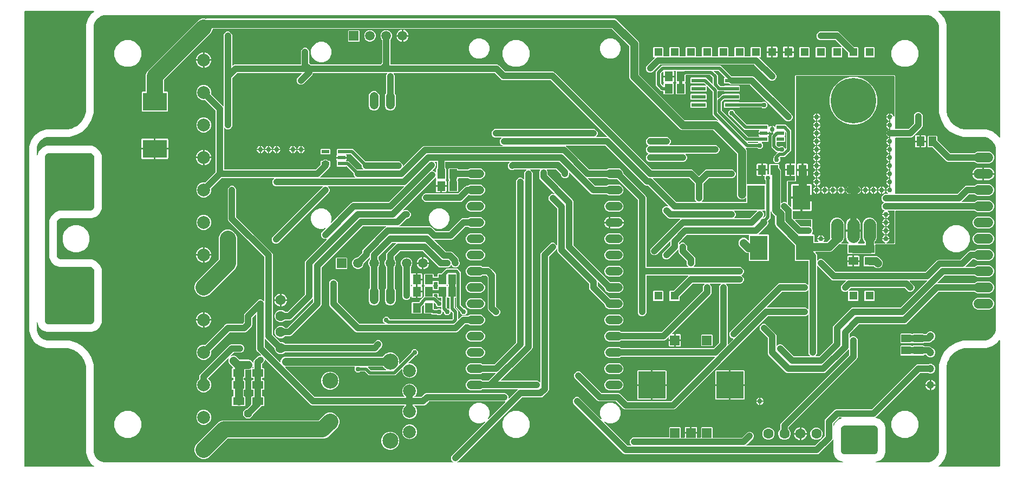
<source format=gbr>
G04 EAGLE Gerber RS-274X export*
G75*
%MOMM*%
%FSLAX34Y34*%
%LPD*%
%INBottom Copper*%
%IPPOS*%
%AMOC8*
5,1,8,0,0,1.08239X$1,22.5*%
G01*
%ADD10C,1.350000*%
%ADD11R,1.300000X1.300000*%
%ADD12C,2.500000*%
%ADD13C,2.000000*%
%ADD14R,1.500000X1.500000*%
%ADD15R,4.200000X4.200000*%
%ADD16C,1.600000*%
%ADD17C,1.371600*%
%ADD18R,1.800000X1.200000*%
%ADD19R,1.300000X1.500000*%
%ADD20R,1.168400X1.600200*%
%ADD21P,1.319650X8X112.500000*%
%ADD22C,1.500000*%
%ADD23C,1.905000*%
%ADD24C,7.112000*%
%ADD25R,2.794000X3.810000*%
%ADD26R,1.500000X1.300000*%
%ADD27C,1.524000*%
%ADD28R,1.200000X0.550000*%
%ADD29R,2.200000X0.600000*%
%ADD30R,1.200000X0.600000*%
%ADD31C,1.200000*%
%ADD32R,3.800000X2.800000*%
%ADD33C,0.750000*%
%ADD34C,1.016000*%
%ADD35C,0.508000*%
%ADD36C,2.540000*%
%ADD37C,1.270000*%

G36*
X656862Y5780D02*
X656862Y5780D01*
X656962Y5795D01*
X656972Y5800D01*
X656984Y5802D01*
X657071Y5853D01*
X657159Y5902D01*
X657167Y5910D01*
X657177Y5917D01*
X657241Y5995D01*
X657307Y6070D01*
X657311Y6081D01*
X657319Y6091D01*
X657351Y6186D01*
X657387Y6280D01*
X657387Y6292D01*
X657391Y6303D01*
X657388Y6404D01*
X657388Y6504D01*
X657384Y6516D01*
X657384Y6528D01*
X657346Y6621D01*
X657312Y6715D01*
X657304Y6724D01*
X657300Y6735D01*
X657232Y6809D01*
X657167Y6886D01*
X657155Y6893D01*
X657148Y6901D01*
X657108Y6922D01*
X657006Y6983D01*
X656672Y7121D01*
X654821Y8972D01*
X653819Y11391D01*
X653819Y14009D01*
X654821Y16428D01*
X706910Y68517D01*
X706967Y68599D01*
X707028Y68680D01*
X707031Y68691D01*
X707038Y68701D01*
X707063Y68798D01*
X707092Y68895D01*
X707091Y68907D01*
X707094Y68918D01*
X707084Y69018D01*
X707077Y69118D01*
X707072Y69129D01*
X707071Y69141D01*
X707026Y69231D01*
X706985Y69323D01*
X706977Y69332D01*
X706971Y69342D01*
X706898Y69411D01*
X706828Y69483D01*
X706817Y69488D01*
X706808Y69496D01*
X706715Y69535D01*
X706624Y69578D01*
X706612Y69579D01*
X706601Y69584D01*
X706501Y69588D01*
X706401Y69596D01*
X706388Y69593D01*
X706377Y69594D01*
X706334Y69580D01*
X706219Y69551D01*
X700783Y67299D01*
X694417Y67299D01*
X688536Y69735D01*
X684035Y74236D01*
X681599Y80117D01*
X681599Y86483D01*
X684035Y92364D01*
X688536Y96865D01*
X694417Y99301D01*
X700783Y99301D01*
X706664Y96865D01*
X711165Y92364D01*
X713601Y86483D01*
X713601Y80117D01*
X711349Y74681D01*
X711328Y74583D01*
X711302Y74486D01*
X711304Y74474D01*
X711301Y74462D01*
X711315Y74362D01*
X711326Y74262D01*
X711331Y74252D01*
X711333Y74240D01*
X711381Y74151D01*
X711425Y74061D01*
X711434Y74053D01*
X711439Y74043D01*
X711515Y73976D01*
X711588Y73907D01*
X711599Y73903D01*
X711608Y73895D01*
X711702Y73859D01*
X711795Y73820D01*
X711807Y73819D01*
X711818Y73815D01*
X711919Y73814D01*
X712019Y73810D01*
X712030Y73814D01*
X712042Y73813D01*
X712137Y73848D01*
X712233Y73879D01*
X712243Y73886D01*
X712253Y73890D01*
X712288Y73919D01*
X712383Y73990D01*
X738819Y100425D01*
X738876Y100508D01*
X738937Y100588D01*
X738940Y100600D01*
X738947Y100610D01*
X738972Y100707D01*
X739001Y100803D01*
X739000Y100815D01*
X739003Y100827D01*
X738992Y100926D01*
X738986Y101027D01*
X738981Y101038D01*
X738980Y101050D01*
X738935Y101140D01*
X738894Y101232D01*
X738885Y101240D01*
X738880Y101251D01*
X738807Y101320D01*
X738736Y101392D01*
X738726Y101397D01*
X738717Y101405D01*
X738624Y101444D01*
X738533Y101487D01*
X738521Y101488D01*
X738510Y101492D01*
X738410Y101497D01*
X738310Y101505D01*
X738297Y101502D01*
X738286Y101502D01*
X738243Y101488D01*
X738128Y101460D01*
X737909Y101369D01*
X619227Y101369D01*
X619185Y101362D01*
X619143Y101364D01*
X619076Y101342D01*
X619006Y101330D01*
X618970Y101308D01*
X618929Y101295D01*
X618856Y101241D01*
X618813Y101215D01*
X618800Y101199D01*
X618778Y101183D01*
X613616Y96021D01*
X611197Y95019D01*
X597176Y95019D01*
X597089Y95003D01*
X597000Y94994D01*
X596979Y94984D01*
X596956Y94980D01*
X596879Y94934D01*
X596799Y94895D01*
X596783Y94878D01*
X596762Y94865D01*
X596706Y94796D01*
X596645Y94732D01*
X596636Y94710D01*
X596621Y94691D01*
X596593Y94607D01*
X596558Y94525D01*
X596557Y94501D01*
X596549Y94479D01*
X596552Y94390D01*
X596548Y94301D01*
X596555Y94278D01*
X596556Y94254D01*
X596589Y94172D01*
X596616Y94087D01*
X596632Y94066D01*
X596640Y94047D01*
X596674Y94009D01*
X596728Y93937D01*
X598550Y92115D01*
X600301Y87888D01*
X600301Y83312D01*
X598550Y79085D01*
X595315Y75850D01*
X591088Y74099D01*
X586512Y74099D01*
X582285Y75850D01*
X579050Y79085D01*
X577299Y83312D01*
X577299Y87888D01*
X579050Y92115D01*
X580872Y93937D01*
X580923Y94010D01*
X580979Y94079D01*
X580987Y94101D01*
X581000Y94121D01*
X581022Y94207D01*
X581051Y94291D01*
X581050Y94315D01*
X581056Y94338D01*
X581047Y94427D01*
X581044Y94516D01*
X581035Y94538D01*
X581033Y94561D01*
X580993Y94641D01*
X580960Y94723D01*
X580944Y94741D01*
X580933Y94762D01*
X580869Y94823D01*
X580809Y94889D01*
X580787Y94900D01*
X580770Y94916D01*
X580688Y94951D01*
X580609Y94992D01*
X580583Y94995D01*
X580564Y95004D01*
X580513Y95006D01*
X580424Y95019D01*
X436841Y95019D01*
X434422Y96021D01*
X363263Y167180D01*
X363190Y167231D01*
X363121Y167287D01*
X363099Y167295D01*
X363079Y167308D01*
X362993Y167330D01*
X362909Y167359D01*
X362885Y167358D01*
X362862Y167364D01*
X362773Y167355D01*
X362684Y167352D01*
X362662Y167343D01*
X362639Y167341D01*
X362559Y167301D01*
X362477Y167268D01*
X362459Y167252D01*
X362438Y167241D01*
X362377Y167177D01*
X362311Y167116D01*
X362300Y167095D01*
X362284Y167078D01*
X362249Y166996D01*
X362208Y166917D01*
X362205Y166891D01*
X362196Y166871D01*
X362194Y166821D01*
X362181Y166732D01*
X362181Y165231D01*
X361179Y162812D01*
X358307Y159940D01*
X358282Y159905D01*
X358251Y159876D01*
X358219Y159814D01*
X358178Y159756D01*
X358168Y159715D01*
X358148Y159677D01*
X358135Y159587D01*
X358122Y159538D01*
X358125Y159518D01*
X358121Y159491D01*
X358121Y154185D01*
X358132Y154120D01*
X358134Y154054D01*
X358152Y154011D01*
X358160Y153964D01*
X358194Y153907D01*
X358219Y153847D01*
X358250Y153812D01*
X358275Y153771D01*
X358326Y153729D01*
X358370Y153681D01*
X358412Y153659D01*
X358449Y153630D01*
X358511Y153609D01*
X358570Y153578D01*
X358624Y153570D01*
X358661Y153558D01*
X358701Y153559D01*
X358755Y153551D01*
X361162Y153551D01*
X362041Y152672D01*
X362041Y139428D01*
X361162Y138549D01*
X358755Y138549D01*
X358690Y138538D01*
X358624Y138536D01*
X358581Y138518D01*
X358534Y138510D01*
X358477Y138476D01*
X358417Y138451D01*
X358382Y138420D01*
X358341Y138395D01*
X358299Y138344D01*
X358251Y138300D01*
X358229Y138258D01*
X358200Y138221D01*
X358179Y138159D01*
X358148Y138100D01*
X358140Y138046D01*
X358128Y138009D01*
X358129Y137969D01*
X358121Y137915D01*
X358121Y135135D01*
X358132Y135070D01*
X358134Y135004D01*
X358152Y134961D01*
X358160Y134914D01*
X358194Y134857D01*
X358219Y134797D01*
X358250Y134762D01*
X358275Y134721D01*
X358326Y134679D01*
X358370Y134631D01*
X358412Y134609D01*
X358449Y134580D01*
X358511Y134559D01*
X358570Y134528D01*
X358624Y134520D01*
X358661Y134508D01*
X358701Y134509D01*
X358755Y134501D01*
X361162Y134501D01*
X362041Y133622D01*
X362041Y120378D01*
X361162Y119499D01*
X358755Y119499D01*
X358690Y119488D01*
X358624Y119486D01*
X358581Y119468D01*
X358534Y119460D01*
X358477Y119426D01*
X358417Y119401D01*
X358382Y119370D01*
X358341Y119345D01*
X358299Y119294D01*
X358251Y119250D01*
X358229Y119208D01*
X358200Y119171D01*
X358179Y119109D01*
X358148Y119050D01*
X358140Y118996D01*
X358128Y118959D01*
X358129Y118919D01*
X358121Y118865D01*
X358121Y109735D01*
X358132Y109670D01*
X358134Y109604D01*
X358152Y109561D01*
X358160Y109514D01*
X358194Y109457D01*
X358219Y109397D01*
X358250Y109362D01*
X358275Y109321D01*
X358326Y109279D01*
X358370Y109231D01*
X358412Y109209D01*
X358449Y109180D01*
X358511Y109159D01*
X358570Y109128D01*
X358624Y109120D01*
X358661Y109108D01*
X358701Y109109D01*
X358755Y109101D01*
X361162Y109101D01*
X362041Y108222D01*
X362041Y94978D01*
X361162Y94099D01*
X357662Y94099D01*
X357608Y94090D01*
X357553Y94090D01*
X357498Y94070D01*
X357441Y94060D01*
X357394Y94032D01*
X357342Y94013D01*
X357298Y93975D01*
X357247Y93945D01*
X357217Y93908D01*
X357208Y93902D01*
X357190Y93884D01*
X357172Y93868D01*
X357167Y93861D01*
X344333Y81026D01*
X344308Y80991D01*
X344277Y80962D01*
X344245Y80900D01*
X344204Y80842D01*
X344194Y80801D01*
X344174Y80763D01*
X344161Y80673D01*
X344148Y80624D01*
X344151Y80604D01*
X344147Y80577D01*
X344147Y79403D01*
X339697Y74953D01*
X333403Y74953D01*
X328953Y79403D01*
X328953Y85697D01*
X333403Y90147D01*
X334577Y90147D01*
X334619Y90154D01*
X334662Y90152D01*
X334729Y90174D01*
X334798Y90186D01*
X334835Y90208D01*
X334875Y90221D01*
X334948Y90275D01*
X334991Y90301D01*
X335005Y90317D01*
X335026Y90333D01*
X340853Y96160D01*
X340878Y96195D01*
X340909Y96224D01*
X340941Y96286D01*
X340982Y96344D01*
X340992Y96385D01*
X341012Y96423D01*
X341025Y96513D01*
X341038Y96562D01*
X341035Y96582D01*
X341039Y96609D01*
X341039Y108222D01*
X341918Y109101D01*
X344325Y109101D01*
X344390Y109112D01*
X344456Y109114D01*
X344499Y109132D01*
X344546Y109140D01*
X344603Y109174D01*
X344663Y109199D01*
X344698Y109230D01*
X344739Y109255D01*
X344781Y109306D01*
X344829Y109350D01*
X344851Y109392D01*
X344880Y109429D01*
X344901Y109491D01*
X344932Y109550D01*
X344940Y109604D01*
X344952Y109641D01*
X344951Y109681D01*
X344959Y109735D01*
X344959Y118865D01*
X344948Y118930D01*
X344946Y118996D01*
X344928Y119039D01*
X344920Y119086D01*
X344886Y119143D01*
X344861Y119203D01*
X344830Y119238D01*
X344805Y119279D01*
X344754Y119321D01*
X344710Y119369D01*
X344668Y119391D01*
X344631Y119420D01*
X344569Y119441D01*
X344510Y119472D01*
X344456Y119480D01*
X344419Y119492D01*
X344379Y119491D01*
X344325Y119499D01*
X341918Y119499D01*
X341039Y120378D01*
X341039Y133622D01*
X341918Y134501D01*
X344325Y134501D01*
X344390Y134512D01*
X344456Y134514D01*
X344499Y134532D01*
X344546Y134540D01*
X344603Y134574D01*
X344663Y134599D01*
X344698Y134630D01*
X344739Y134655D01*
X344781Y134706D01*
X344829Y134750D01*
X344851Y134792D01*
X344880Y134829D01*
X344901Y134891D01*
X344932Y134950D01*
X344940Y135004D01*
X344952Y135041D01*
X344951Y135081D01*
X344959Y135135D01*
X344959Y137915D01*
X344948Y137980D01*
X344946Y138046D01*
X344928Y138089D01*
X344920Y138136D01*
X344886Y138193D01*
X344861Y138253D01*
X344830Y138288D01*
X344805Y138329D01*
X344754Y138371D01*
X344710Y138419D01*
X344668Y138441D01*
X344631Y138470D01*
X344569Y138491D01*
X344510Y138522D01*
X344456Y138530D01*
X344419Y138542D01*
X344379Y138541D01*
X344325Y138549D01*
X341918Y138549D01*
X341039Y139428D01*
X341039Y150965D01*
X341027Y151032D01*
X341026Y151082D01*
X341019Y151099D01*
X341014Y151141D01*
X341004Y151162D01*
X341000Y151186D01*
X340954Y151262D01*
X340945Y151281D01*
X340941Y151290D01*
X340940Y151292D01*
X340915Y151342D01*
X340898Y151358D01*
X340885Y151379D01*
X340816Y151435D01*
X340752Y151496D01*
X340730Y151505D01*
X340711Y151520D01*
X340627Y151549D01*
X340545Y151583D01*
X340521Y151584D01*
X340499Y151592D01*
X340410Y151589D01*
X340321Y151593D01*
X340298Y151586D01*
X340274Y151585D01*
X340192Y151552D01*
X340178Y151547D01*
X340171Y151546D01*
X340168Y151544D01*
X340107Y151525D01*
X340086Y151509D01*
X340067Y151501D01*
X340029Y151467D01*
X339998Y151444D01*
X339978Y151432D01*
X339972Y151424D01*
X339957Y151413D01*
X339697Y151153D01*
X338851Y151153D01*
X338821Y151148D01*
X338790Y151150D01*
X338675Y151122D01*
X338630Y151114D01*
X338621Y151108D01*
X338608Y151105D01*
X338112Y150899D01*
X332695Y150899D01*
X332630Y150888D01*
X332564Y150886D01*
X332521Y150868D01*
X332474Y150860D01*
X332417Y150826D01*
X332357Y150801D01*
X332322Y150770D01*
X332281Y150745D01*
X332239Y150694D01*
X332191Y150650D01*
X332169Y150608D01*
X332140Y150571D01*
X332119Y150509D01*
X332088Y150450D01*
X332080Y150396D01*
X332068Y150359D01*
X332069Y150319D01*
X332061Y150265D01*
X332061Y139428D01*
X331182Y138549D01*
X330045Y138549D01*
X329980Y138538D01*
X329914Y138536D01*
X329871Y138518D01*
X329824Y138510D01*
X329767Y138476D01*
X329707Y138451D01*
X329672Y138420D01*
X329631Y138395D01*
X329589Y138344D01*
X329541Y138300D01*
X329519Y138258D01*
X329490Y138221D01*
X329469Y138159D01*
X329438Y138100D01*
X329430Y138046D01*
X329418Y138009D01*
X329419Y137969D01*
X329411Y137915D01*
X329411Y135135D01*
X329422Y135070D01*
X329424Y135004D01*
X329442Y134961D01*
X329450Y134914D01*
X329484Y134857D01*
X329509Y134797D01*
X329540Y134762D01*
X329565Y134721D01*
X329616Y134679D01*
X329660Y134631D01*
X329702Y134609D01*
X329739Y134580D01*
X329801Y134559D01*
X329860Y134528D01*
X329914Y134520D01*
X329951Y134508D01*
X329991Y134509D01*
X330045Y134501D01*
X331182Y134501D01*
X332061Y133622D01*
X332061Y120378D01*
X331182Y119499D01*
X330045Y119499D01*
X329980Y119488D01*
X329914Y119486D01*
X329871Y119468D01*
X329824Y119460D01*
X329767Y119426D01*
X329707Y119401D01*
X329672Y119370D01*
X329631Y119345D01*
X329589Y119294D01*
X329541Y119250D01*
X329519Y119208D01*
X329490Y119171D01*
X329469Y119109D01*
X329438Y119050D01*
X329430Y118996D01*
X329418Y118959D01*
X329419Y118919D01*
X329411Y118865D01*
X329411Y109735D01*
X329422Y109670D01*
X329424Y109604D01*
X329442Y109561D01*
X329450Y109514D01*
X329484Y109457D01*
X329509Y109397D01*
X329540Y109362D01*
X329565Y109321D01*
X329616Y109279D01*
X329660Y109231D01*
X329702Y109209D01*
X329739Y109180D01*
X329801Y109159D01*
X329860Y109128D01*
X329914Y109120D01*
X329951Y109108D01*
X329991Y109109D01*
X330045Y109101D01*
X331182Y109101D01*
X332061Y108222D01*
X332061Y94978D01*
X331182Y94099D01*
X324093Y94099D01*
X324062Y94094D01*
X324032Y94096D01*
X323917Y94068D01*
X323872Y94060D01*
X323863Y94054D01*
X323850Y94051D01*
X323122Y93749D01*
X319998Y93749D01*
X319270Y94051D01*
X319240Y94058D01*
X319213Y94072D01*
X319095Y94089D01*
X319051Y94099D01*
X319040Y94097D01*
X319027Y94099D01*
X311938Y94099D01*
X311059Y94978D01*
X311059Y108222D01*
X311938Y109101D01*
X313075Y109101D01*
X313140Y109112D01*
X313206Y109114D01*
X313249Y109132D01*
X313296Y109140D01*
X313353Y109174D01*
X313413Y109199D01*
X313448Y109230D01*
X313489Y109255D01*
X313531Y109306D01*
X313579Y109350D01*
X313601Y109392D01*
X313630Y109429D01*
X313651Y109491D01*
X313682Y109550D01*
X313690Y109604D01*
X313702Y109641D01*
X313701Y109681D01*
X313709Y109735D01*
X313709Y118865D01*
X313698Y118930D01*
X313696Y118996D01*
X313678Y119039D01*
X313670Y119086D01*
X313636Y119143D01*
X313611Y119203D01*
X313580Y119238D01*
X313555Y119279D01*
X313504Y119321D01*
X313460Y119369D01*
X313418Y119391D01*
X313381Y119420D01*
X313319Y119441D01*
X313260Y119472D01*
X313206Y119480D01*
X313169Y119492D01*
X313129Y119491D01*
X313075Y119499D01*
X311938Y119499D01*
X311059Y120378D01*
X311059Y133622D01*
X311938Y134501D01*
X313075Y134501D01*
X313140Y134512D01*
X313206Y134514D01*
X313249Y134532D01*
X313296Y134540D01*
X313353Y134574D01*
X313413Y134599D01*
X313448Y134630D01*
X313489Y134655D01*
X313531Y134706D01*
X313579Y134750D01*
X313601Y134792D01*
X313630Y134829D01*
X313651Y134891D01*
X313682Y134950D01*
X313690Y135004D01*
X313702Y135041D01*
X313701Y135081D01*
X313709Y135135D01*
X313709Y137915D01*
X313698Y137980D01*
X313696Y138046D01*
X313678Y138089D01*
X313670Y138136D01*
X313636Y138193D01*
X313611Y138253D01*
X313580Y138288D01*
X313555Y138329D01*
X313504Y138371D01*
X313460Y138419D01*
X313418Y138441D01*
X313381Y138470D01*
X313319Y138491D01*
X313260Y138522D01*
X313206Y138530D01*
X313169Y138542D01*
X313129Y138541D01*
X313075Y138549D01*
X311938Y138549D01*
X311059Y139428D01*
X311059Y152672D01*
X311938Y153551D01*
X312355Y153551D01*
X312443Y153567D01*
X312532Y153576D01*
X312553Y153586D01*
X312576Y153590D01*
X312653Y153636D01*
X312733Y153675D01*
X312749Y153692D01*
X312769Y153705D01*
X312826Y153774D01*
X312887Y153838D01*
X312896Y153860D01*
X312911Y153879D01*
X312939Y153963D01*
X312974Y154045D01*
X312975Y154069D01*
X312983Y154091D01*
X312980Y154180D01*
X312984Y154269D01*
X312977Y154292D01*
X312976Y154316D01*
X312943Y154398D01*
X312915Y154483D01*
X312900Y154504D01*
X312892Y154523D01*
X312858Y154561D01*
X312804Y154633D01*
X306784Y160653D01*
X305589Y163538D01*
X305589Y166662D01*
X306222Y168190D01*
X306244Y168289D01*
X306269Y168386D01*
X306268Y168398D01*
X306270Y168409D01*
X306256Y168509D01*
X306246Y168609D01*
X306241Y168620D01*
X306239Y168632D01*
X306191Y168720D01*
X306146Y168810D01*
X306138Y168818D01*
X306132Y168829D01*
X306056Y168895D01*
X305983Y168964D01*
X305972Y168969D01*
X305963Y168977D01*
X305869Y169012D01*
X305776Y169052D01*
X305765Y169052D01*
X305753Y169056D01*
X305653Y169057D01*
X305552Y169062D01*
X305541Y169058D01*
X305529Y169058D01*
X305434Y169024D01*
X305339Y168993D01*
X305328Y168985D01*
X305318Y168982D01*
X305283Y168952D01*
X305188Y168881D01*
X273815Y137508D01*
X273777Y137454D01*
X273732Y137406D01*
X273713Y137363D01*
X273686Y137324D01*
X273670Y137260D01*
X273644Y137199D01*
X273642Y137152D01*
X273630Y137106D01*
X273637Y137041D01*
X273634Y136975D01*
X273649Y136930D01*
X273654Y136883D01*
X273683Y136824D01*
X273703Y136762D01*
X273736Y136717D01*
X273753Y136682D01*
X273782Y136655D01*
X273815Y136611D01*
X276700Y133726D01*
X278451Y129499D01*
X278451Y124923D01*
X276700Y120696D01*
X273465Y117461D01*
X269238Y115710D01*
X264662Y115710D01*
X260435Y117461D01*
X257200Y120696D01*
X255449Y124923D01*
X255449Y129499D01*
X257200Y133726D01*
X260183Y136709D01*
X260208Y136744D01*
X260239Y136773D01*
X260271Y136835D01*
X260312Y136893D01*
X260322Y136934D01*
X260342Y136972D01*
X260355Y137062D01*
X260368Y137110D01*
X260365Y137131D01*
X260369Y137157D01*
X260369Y141259D01*
X261371Y143678D01*
X307422Y189729D01*
X309841Y190731D01*
X325159Y190731D01*
X327578Y189729D01*
X329429Y187878D01*
X330431Y185459D01*
X330431Y182841D01*
X329429Y180422D01*
X327578Y178571D01*
X325159Y177569D01*
X314139Y177569D01*
X314097Y177562D01*
X314054Y177564D01*
X313987Y177542D01*
X313918Y177530D01*
X313881Y177508D01*
X313841Y177495D01*
X313768Y177441D01*
X313725Y177415D01*
X313711Y177399D01*
X313690Y177383D01*
X309659Y173352D01*
X309601Y173270D01*
X309541Y173189D01*
X309537Y173178D01*
X309530Y173168D01*
X309505Y173071D01*
X309477Y172974D01*
X309477Y172962D01*
X309474Y172950D01*
X309485Y172851D01*
X309492Y172750D01*
X309496Y172739D01*
X309498Y172727D01*
X309542Y172637D01*
X309584Y172545D01*
X309592Y172537D01*
X309597Y172526D01*
X309670Y172457D01*
X309741Y172386D01*
X309752Y172380D01*
X309760Y172372D01*
X309853Y172333D01*
X309944Y172290D01*
X309956Y172290D01*
X309967Y172285D01*
X310068Y172280D01*
X310168Y172272D01*
X310181Y172275D01*
X310191Y172275D01*
X310235Y172289D01*
X310350Y172318D01*
X311878Y172951D01*
X315002Y172951D01*
X317887Y171756D01*
X322856Y166787D01*
X322891Y166762D01*
X322920Y166731D01*
X322982Y166699D01*
X323040Y166658D01*
X323081Y166648D01*
X323119Y166628D01*
X323209Y166615D01*
X323258Y166602D01*
X323278Y166605D01*
X323305Y166601D01*
X338112Y166601D01*
X338608Y166395D01*
X338638Y166388D01*
X338666Y166374D01*
X338783Y166357D01*
X338827Y166347D01*
X338838Y166349D01*
X338851Y166347D01*
X339697Y166347D01*
X340295Y165749D01*
X340320Y165731D01*
X340340Y165708D01*
X340441Y165647D01*
X340479Y165621D01*
X340489Y165618D01*
X340500Y165611D01*
X340997Y165406D01*
X343206Y163197D01*
X343411Y162700D01*
X343428Y162675D01*
X343437Y162645D01*
X343508Y162550D01*
X343532Y162512D01*
X343541Y162505D01*
X343549Y162495D01*
X343877Y162167D01*
X343950Y162116D01*
X344019Y162060D01*
X344041Y162052D01*
X344061Y162039D01*
X344147Y162017D01*
X344231Y161988D01*
X344255Y161989D01*
X344278Y161983D01*
X344367Y161992D01*
X344456Y161995D01*
X344478Y162004D01*
X344501Y162006D01*
X344581Y162046D01*
X344663Y162079D01*
X344681Y162095D01*
X344702Y162105D01*
X344763Y162170D01*
X344829Y162230D01*
X344840Y162252D01*
X344856Y162269D01*
X344891Y162351D01*
X344932Y162430D01*
X344935Y162456D01*
X344944Y162475D01*
X344946Y162526D01*
X344959Y162615D01*
X344959Y163789D01*
X345961Y166208D01*
X351872Y172119D01*
X354291Y173121D01*
X355792Y173121D01*
X355879Y173137D01*
X355968Y173146D01*
X355989Y173156D01*
X356012Y173160D01*
X356089Y173206D01*
X356169Y173245D01*
X356185Y173262D01*
X356206Y173275D01*
X356262Y173344D01*
X356323Y173408D01*
X356332Y173430D01*
X356347Y173449D01*
X356375Y173533D01*
X356410Y173615D01*
X356411Y173639D01*
X356419Y173661D01*
X356416Y173750D01*
X356420Y173839D01*
X356413Y173862D01*
X356412Y173886D01*
X356379Y173968D01*
X356352Y174053D01*
X356336Y174074D01*
X356328Y174093D01*
X356294Y174131D01*
X356240Y174203D01*
X351962Y178482D01*
X350021Y180422D01*
X349019Y182841D01*
X349019Y236582D01*
X349007Y236648D01*
X349006Y236706D01*
X348998Y236726D01*
X348994Y236758D01*
X348984Y236779D01*
X348980Y236802D01*
X348938Y236873D01*
X348921Y236914D01*
X348912Y236924D01*
X348895Y236959D01*
X348878Y236975D01*
X348865Y236996D01*
X348796Y237052D01*
X348789Y237059D01*
X348770Y237079D01*
X348763Y237083D01*
X348732Y237113D01*
X348710Y237122D01*
X348691Y237137D01*
X348607Y237165D01*
X348581Y237177D01*
X348570Y237182D01*
X348567Y237182D01*
X348525Y237200D01*
X348501Y237201D01*
X348479Y237209D01*
X348405Y237207D01*
X348385Y237210D01*
X348379Y237210D01*
X348366Y237207D01*
X348301Y237210D01*
X348278Y237203D01*
X348254Y237202D01*
X348188Y237175D01*
X348158Y237170D01*
X348137Y237158D01*
X348087Y237142D01*
X348066Y237126D01*
X348047Y237118D01*
X348009Y237084D01*
X347997Y237075D01*
X347965Y237056D01*
X347955Y237044D01*
X347937Y237030D01*
X343317Y232410D01*
X343292Y232375D01*
X343261Y232346D01*
X343229Y232284D01*
X343188Y232226D01*
X343178Y232185D01*
X343158Y232147D01*
X343145Y232057D01*
X343132Y232008D01*
X343135Y231988D01*
X343131Y231961D01*
X343131Y220941D01*
X342129Y218522D01*
X334139Y210532D01*
X331720Y209530D01*
X307789Y209530D01*
X307747Y209523D01*
X307704Y209525D01*
X307637Y209503D01*
X307568Y209491D01*
X307531Y209469D01*
X307491Y209456D01*
X307418Y209402D01*
X307374Y209376D01*
X307361Y209360D01*
X307340Y209344D01*
X278637Y180641D01*
X278612Y180606D01*
X278581Y180577D01*
X278549Y180515D01*
X278508Y180457D01*
X278498Y180416D01*
X278478Y180378D01*
X278465Y180288D01*
X278452Y180239D01*
X278455Y180219D01*
X278451Y180192D01*
X278451Y175723D01*
X276700Y171496D01*
X273465Y168261D01*
X269238Y166510D01*
X264662Y166510D01*
X260435Y168261D01*
X257200Y171496D01*
X255449Y175723D01*
X255449Y180299D01*
X257200Y184526D01*
X260435Y187761D01*
X264662Y189512D01*
X268631Y189512D01*
X268673Y189519D01*
X268716Y189517D01*
X268783Y189539D01*
X268852Y189551D01*
X268889Y189573D01*
X268929Y189586D01*
X269002Y189640D01*
X269046Y189666D01*
X269059Y189682D01*
X269080Y189698D01*
X299132Y219749D01*
X299132Y219750D01*
X301072Y221690D01*
X303491Y222692D01*
X327422Y222692D01*
X327464Y222699D01*
X327507Y222697D01*
X327574Y222719D01*
X327643Y222731D01*
X327680Y222753D01*
X327720Y222766D01*
X327793Y222820D01*
X327836Y222846D01*
X327850Y222862D01*
X327871Y222878D01*
X329783Y224790D01*
X329808Y224825D01*
X329839Y224854D01*
X329871Y224916D01*
X329912Y224974D01*
X329922Y225015D01*
X329942Y225053D01*
X329955Y225143D01*
X329968Y225192D01*
X329965Y225212D01*
X329969Y225239D01*
X329969Y236259D01*
X330971Y238678D01*
X332912Y240618D01*
X349932Y257638D01*
X349932Y257639D01*
X351872Y259579D01*
X354291Y260581D01*
X356909Y260581D01*
X359328Y259579D01*
X360637Y258270D01*
X360710Y258219D01*
X360779Y258163D01*
X360801Y258155D01*
X360821Y258142D01*
X360907Y258120D01*
X360991Y258091D01*
X361015Y258092D01*
X361038Y258086D01*
X361127Y258095D01*
X361216Y258098D01*
X361238Y258107D01*
X361261Y258109D01*
X361341Y258149D01*
X361423Y258182D01*
X361441Y258198D01*
X361462Y258209D01*
X361523Y258273D01*
X361589Y258334D01*
X361600Y258355D01*
X361616Y258372D01*
X361651Y258454D01*
X361692Y258533D01*
X361695Y258559D01*
X361704Y258579D01*
X361706Y258629D01*
X361719Y258718D01*
X361719Y327211D01*
X361712Y327253D01*
X361714Y327296D01*
X361692Y327363D01*
X361680Y327432D01*
X361658Y327469D01*
X361645Y327509D01*
X361591Y327582D01*
X361565Y327625D01*
X361549Y327639D01*
X361533Y327660D01*
X305571Y383622D01*
X304569Y386041D01*
X304569Y433109D01*
X305571Y435528D01*
X307422Y437379D01*
X309841Y438381D01*
X312459Y438381D01*
X314878Y437379D01*
X316729Y435528D01*
X317731Y433109D01*
X317731Y390339D01*
X317738Y390297D01*
X317736Y390254D01*
X317758Y390187D01*
X317770Y390118D01*
X317792Y390081D01*
X317805Y390041D01*
X317859Y389968D01*
X317885Y389925D01*
X317901Y389911D01*
X317917Y389890D01*
X373879Y333928D01*
X374881Y331509D01*
X374881Y206189D01*
X374888Y206147D01*
X374886Y206104D01*
X374908Y206037D01*
X374920Y205968D01*
X374942Y205931D01*
X374955Y205891D01*
X375009Y205818D01*
X375035Y205775D01*
X375051Y205761D01*
X375067Y205740D01*
X386370Y194437D01*
X386405Y194412D01*
X386434Y194381D01*
X386496Y194349D01*
X386554Y194308D01*
X386595Y194298D01*
X386633Y194278D01*
X386723Y194265D01*
X386772Y194252D01*
X386792Y194255D01*
X386819Y194251D01*
X389240Y194251D01*
X392732Y192804D01*
X394020Y191517D01*
X394054Y191492D01*
X394083Y191461D01*
X394146Y191429D01*
X394204Y191388D01*
X394245Y191378D01*
X394283Y191358D01*
X394372Y191345D01*
X394421Y191332D01*
X394442Y191335D01*
X394468Y191331D01*
X531011Y191331D01*
X531053Y191338D01*
X531096Y191336D01*
X531163Y191358D01*
X531232Y191370D01*
X531269Y191392D01*
X531309Y191405D01*
X531382Y191459D01*
X531425Y191485D01*
X531439Y191501D01*
X531460Y191517D01*
X536022Y196079D01*
X538441Y197081D01*
X541059Y197081D01*
X543478Y196079D01*
X545329Y194228D01*
X546331Y191809D01*
X546331Y189191D01*
X545329Y186772D01*
X537728Y179171D01*
X535309Y178169D01*
X394468Y178169D01*
X394426Y178162D01*
X394384Y178164D01*
X394317Y178142D01*
X394247Y178130D01*
X394211Y178108D01*
X394170Y178095D01*
X394097Y178041D01*
X394054Y178015D01*
X394041Y177999D01*
X394020Y177983D01*
X392732Y176696D01*
X389240Y175249D01*
X385460Y175249D01*
X381968Y176696D01*
X379296Y179368D01*
X377849Y182860D01*
X377849Y184081D01*
X377842Y184123D01*
X377844Y184166D01*
X377822Y184233D01*
X377810Y184302D01*
X377788Y184339D01*
X377775Y184379D01*
X377721Y184452D01*
X377695Y184496D01*
X377679Y184509D01*
X377663Y184530D01*
X363263Y198930D01*
X363190Y198981D01*
X363121Y199037D01*
X363099Y199045D01*
X363079Y199058D01*
X362993Y199080D01*
X362909Y199109D01*
X362885Y199108D01*
X362862Y199114D01*
X362773Y199105D01*
X362684Y199102D01*
X362662Y199093D01*
X362639Y199091D01*
X362559Y199051D01*
X362477Y199018D01*
X362459Y199002D01*
X362438Y198991D01*
X362377Y198927D01*
X362311Y198866D01*
X362300Y198845D01*
X362284Y198828D01*
X362249Y198746D01*
X362208Y198667D01*
X362205Y198641D01*
X362196Y198621D01*
X362194Y198571D01*
X362181Y198482D01*
X362181Y187139D01*
X362188Y187097D01*
X362186Y187054D01*
X362208Y186987D01*
X362220Y186918D01*
X362242Y186881D01*
X362255Y186841D01*
X362309Y186768D01*
X362335Y186725D01*
X362351Y186711D01*
X362367Y186690D01*
X386267Y162790D01*
X386340Y162739D01*
X386409Y162683D01*
X386431Y162675D01*
X386451Y162662D01*
X386537Y162640D01*
X386621Y162611D01*
X386645Y162612D01*
X386668Y162606D01*
X386757Y162615D01*
X386846Y162618D01*
X386868Y162627D01*
X386891Y162629D01*
X386971Y162669D01*
X387053Y162702D01*
X387071Y162718D01*
X387092Y162729D01*
X387153Y162793D01*
X387219Y162854D01*
X387230Y162875D01*
X387246Y162892D01*
X387281Y162974D01*
X387322Y163053D01*
X387325Y163079D01*
X387334Y163099D01*
X387336Y163149D01*
X387349Y163238D01*
X387349Y165162D01*
X388544Y168047D01*
X390753Y170256D01*
X393638Y171451D01*
X546588Y171451D01*
X546630Y171458D01*
X546672Y171456D01*
X546739Y171478D01*
X546809Y171490D01*
X546845Y171512D01*
X546886Y171525D01*
X546959Y171579D01*
X547002Y171605D01*
X547015Y171621D01*
X547036Y171637D01*
X550869Y175469D01*
X556015Y177601D01*
X561585Y177601D01*
X566731Y175469D01*
X570669Y171531D01*
X572801Y166385D01*
X572801Y160946D01*
X572817Y160859D01*
X572826Y160770D01*
X572836Y160749D01*
X572840Y160726D01*
X572886Y160649D01*
X572925Y160569D01*
X572942Y160553D01*
X572955Y160532D01*
X573024Y160476D01*
X573088Y160415D01*
X573110Y160406D01*
X573129Y160391D01*
X573213Y160362D01*
X573295Y160328D01*
X573319Y160327D01*
X573341Y160319D01*
X573430Y160322D01*
X573519Y160318D01*
X573542Y160325D01*
X573566Y160326D01*
X573648Y160359D01*
X573733Y160386D01*
X573754Y160402D01*
X573773Y160410D01*
X573811Y160444D01*
X573883Y160498D01*
X591463Y178078D01*
X591488Y178113D01*
X591519Y178141D01*
X591551Y178204D01*
X591592Y178262D01*
X591602Y178303D01*
X591622Y178341D01*
X591635Y178431D01*
X591648Y178479D01*
X591645Y178500D01*
X591649Y178526D01*
X591649Y179975D01*
X594725Y183051D01*
X599075Y183051D01*
X602151Y179975D01*
X602151Y175625D01*
X599075Y172549D01*
X597626Y172549D01*
X597585Y172542D01*
X597542Y172544D01*
X597475Y172522D01*
X597406Y172510D01*
X597369Y172488D01*
X597329Y172475D01*
X597256Y172421D01*
X597212Y172395D01*
X597199Y172379D01*
X597178Y172363D01*
X586998Y162183D01*
X586947Y162110D01*
X586891Y162041D01*
X586883Y162019D01*
X586870Y161999D01*
X586848Y161913D01*
X586819Y161829D01*
X586820Y161805D01*
X586814Y161782D01*
X586823Y161693D01*
X586826Y161604D01*
X586835Y161582D01*
X586837Y161559D01*
X586877Y161479D01*
X586910Y161397D01*
X586926Y161379D01*
X586937Y161358D01*
X587001Y161297D01*
X587061Y161231D01*
X587083Y161220D01*
X587100Y161204D01*
X587182Y161169D01*
X587261Y161128D01*
X587287Y161125D01*
X587306Y161116D01*
X587357Y161114D01*
X587446Y161101D01*
X591088Y161101D01*
X595315Y159350D01*
X598550Y156115D01*
X600301Y151888D01*
X600301Y147312D01*
X598550Y143085D01*
X595315Y139850D01*
X591088Y138099D01*
X586512Y138099D01*
X582285Y139850D01*
X579050Y143085D01*
X577299Y147312D01*
X577299Y150954D01*
X577288Y151019D01*
X577286Y151082D01*
X577277Y151103D01*
X577274Y151130D01*
X577264Y151151D01*
X577260Y151174D01*
X577223Y151236D01*
X577201Y151290D01*
X577188Y151305D01*
X577175Y151331D01*
X577158Y151347D01*
X577145Y151368D01*
X577087Y151415D01*
X577050Y151456D01*
X577034Y151464D01*
X577012Y151485D01*
X576990Y151494D01*
X576971Y151509D01*
X576897Y151534D01*
X576850Y151558D01*
X576832Y151561D01*
X576805Y151572D01*
X576781Y151573D01*
X576759Y151581D01*
X576708Y151579D01*
X576665Y151586D01*
X576663Y151586D01*
X576631Y151580D01*
X576581Y151582D01*
X576558Y151575D01*
X576534Y151574D01*
X576483Y151553D01*
X576442Y151546D01*
X576411Y151528D01*
X576367Y151514D01*
X576346Y151498D01*
X576327Y151490D01*
X576289Y151456D01*
X576249Y151432D01*
X576237Y151417D01*
X576217Y151402D01*
X569377Y144562D01*
X566824Y142009D01*
X525376Y142009D01*
X522824Y144562D01*
X522823Y144562D01*
X519612Y147773D01*
X519577Y147798D01*
X519549Y147829D01*
X519486Y147861D01*
X519428Y147902D01*
X519387Y147912D01*
X519349Y147932D01*
X519259Y147945D01*
X519211Y147958D01*
X519190Y147955D01*
X519164Y147959D01*
X511648Y147959D01*
X511606Y147952D01*
X511563Y147954D01*
X511496Y147932D01*
X511427Y147920D01*
X511390Y147898D01*
X511350Y147885D01*
X511277Y147831D01*
X511234Y147805D01*
X511220Y147789D01*
X511199Y147773D01*
X510175Y146749D01*
X505825Y146749D01*
X502749Y149825D01*
X502749Y154175D01*
X503241Y154667D01*
X503292Y154740D01*
X503348Y154809D01*
X503355Y154831D01*
X503369Y154851D01*
X503391Y154937D01*
X503420Y155021D01*
X503419Y155045D01*
X503425Y155068D01*
X503416Y155157D01*
X503413Y155246D01*
X503404Y155268D01*
X503402Y155291D01*
X503362Y155371D01*
X503329Y155453D01*
X503313Y155471D01*
X503302Y155492D01*
X503237Y155553D01*
X503177Y155619D01*
X503156Y155630D01*
X503139Y155646D01*
X503057Y155681D01*
X502978Y155722D01*
X502952Y155725D01*
X502932Y155734D01*
X502882Y155736D01*
X502792Y155749D01*
X394838Y155749D01*
X394751Y155733D01*
X394662Y155724D01*
X394641Y155714D01*
X394618Y155710D01*
X394541Y155664D01*
X394461Y155625D01*
X394445Y155608D01*
X394424Y155595D01*
X394368Y155526D01*
X394307Y155462D01*
X394298Y155440D01*
X394283Y155421D01*
X394255Y155337D01*
X394220Y155255D01*
X394219Y155231D01*
X394211Y155209D01*
X394214Y155120D01*
X394210Y155031D01*
X394217Y155008D01*
X394218Y154984D01*
X394251Y154902D01*
X394278Y154817D01*
X394294Y154796D01*
X394302Y154777D01*
X394336Y154739D01*
X394390Y154667D01*
X440690Y108367D01*
X440725Y108342D01*
X440754Y108311D01*
X440816Y108279D01*
X440874Y108238D01*
X440915Y108228D01*
X440953Y108208D01*
X441043Y108195D01*
X441092Y108182D01*
X441112Y108185D01*
X441139Y108181D01*
X580424Y108181D01*
X580511Y108197D01*
X580600Y108206D01*
X580621Y108216D01*
X580644Y108220D01*
X580721Y108266D01*
X580801Y108305D01*
X580817Y108322D01*
X580838Y108335D01*
X580894Y108404D01*
X580955Y108468D01*
X580964Y108490D01*
X580979Y108509D01*
X581007Y108593D01*
X581042Y108675D01*
X581043Y108699D01*
X581051Y108721D01*
X581048Y108810D01*
X581052Y108899D01*
X581045Y108922D01*
X581044Y108946D01*
X581011Y109028D01*
X580984Y109113D01*
X580968Y109134D01*
X580960Y109153D01*
X580926Y109191D01*
X580872Y109263D01*
X579050Y111085D01*
X577299Y115312D01*
X577299Y119888D01*
X579050Y124115D01*
X582285Y127350D01*
X586512Y129101D01*
X591088Y129101D01*
X595315Y127350D01*
X598550Y124115D01*
X600301Y119888D01*
X600301Y115312D01*
X598550Y111085D01*
X596728Y109263D01*
X596677Y109190D01*
X596621Y109121D01*
X596613Y109099D01*
X596600Y109079D01*
X596578Y108993D01*
X596549Y108909D01*
X596550Y108885D01*
X596544Y108862D01*
X596553Y108773D01*
X596556Y108684D01*
X596565Y108662D01*
X596567Y108639D01*
X596607Y108559D01*
X596640Y108477D01*
X596656Y108459D01*
X596667Y108438D01*
X596731Y108377D01*
X596791Y108311D01*
X596813Y108300D01*
X596830Y108284D01*
X596912Y108249D01*
X596991Y108208D01*
X597017Y108205D01*
X597036Y108196D01*
X597087Y108194D01*
X597176Y108181D01*
X606900Y108181D01*
X606942Y108188D01*
X606984Y108186D01*
X607051Y108208D01*
X607121Y108220D01*
X607157Y108242D01*
X607198Y108255D01*
X607270Y108309D01*
X607314Y108335D01*
X607327Y108351D01*
X607348Y108367D01*
X612511Y113529D01*
X614929Y114531D01*
X737909Y114531D01*
X740328Y113529D01*
X742179Y111678D01*
X743181Y109259D01*
X743181Y106641D01*
X743090Y106422D01*
X743069Y106324D01*
X743044Y106227D01*
X743045Y106215D01*
X743042Y106203D01*
X743056Y106103D01*
X743067Y106003D01*
X743072Y105993D01*
X743074Y105981D01*
X743122Y105892D01*
X743166Y105802D01*
X743175Y105794D01*
X743181Y105784D01*
X743256Y105718D01*
X743330Y105648D01*
X743341Y105644D01*
X743349Y105636D01*
X743443Y105600D01*
X743536Y105561D01*
X743548Y105560D01*
X743559Y105556D01*
X743660Y105555D01*
X743760Y105551D01*
X743772Y105555D01*
X743784Y105555D01*
X743878Y105589D01*
X743974Y105620D01*
X743985Y105627D01*
X743994Y105631D01*
X744029Y105661D01*
X744125Y105731D01*
X756332Y117938D01*
X757730Y119337D01*
X757781Y119410D01*
X757837Y119479D01*
X757845Y119501D01*
X757858Y119521D01*
X757880Y119607D01*
X757909Y119691D01*
X757908Y119715D01*
X757914Y119738D01*
X757905Y119827D01*
X757902Y119916D01*
X757893Y119938D01*
X757891Y119961D01*
X757851Y120041D01*
X757818Y120123D01*
X757802Y120141D01*
X757791Y120162D01*
X757727Y120223D01*
X757666Y120289D01*
X757645Y120300D01*
X757628Y120316D01*
X757546Y120351D01*
X757467Y120392D01*
X757441Y120395D01*
X757421Y120404D01*
X757371Y120406D01*
X757282Y120419D01*
X703850Y120419D01*
X703808Y120412D01*
X703766Y120414D01*
X703699Y120392D01*
X703629Y120380D01*
X703593Y120358D01*
X703552Y120345D01*
X703480Y120291D01*
X703436Y120265D01*
X703423Y120249D01*
X703402Y120233D01*
X703174Y120005D01*
X700141Y118749D01*
X683359Y118749D01*
X680326Y120005D01*
X678005Y122326D01*
X676749Y125359D01*
X676749Y128641D01*
X678005Y131674D01*
X680326Y133995D01*
X683359Y135251D01*
X700141Y135251D01*
X703174Y133995D01*
X703402Y133767D01*
X703437Y133742D01*
X703465Y133711D01*
X703528Y133679D01*
X703586Y133638D01*
X703627Y133628D01*
X703665Y133608D01*
X703754Y133595D01*
X703803Y133582D01*
X703824Y133585D01*
X703850Y133581D01*
X712001Y133581D01*
X712043Y133588D01*
X712085Y133586D01*
X712153Y133608D01*
X712222Y133620D01*
X712259Y133642D01*
X712299Y133655D01*
X712372Y133709D01*
X712415Y133735D01*
X712428Y133751D01*
X712450Y133767D01*
X723420Y144737D01*
X723471Y144810D01*
X723527Y144879D01*
X723534Y144901D01*
X723548Y144921D01*
X723570Y145007D01*
X723599Y145091D01*
X723598Y145115D01*
X723604Y145138D01*
X723595Y145227D01*
X723592Y145316D01*
X723583Y145338D01*
X723581Y145361D01*
X723541Y145441D01*
X723508Y145523D01*
X723492Y145541D01*
X723481Y145562D01*
X723416Y145623D01*
X723356Y145689D01*
X723335Y145700D01*
X723318Y145716D01*
X723236Y145751D01*
X723157Y145792D01*
X723130Y145795D01*
X723111Y145804D01*
X723061Y145806D01*
X722971Y145819D01*
X703850Y145819D01*
X703808Y145812D01*
X703766Y145814D01*
X703699Y145792D01*
X703629Y145780D01*
X703593Y145758D01*
X703552Y145745D01*
X703480Y145691D01*
X703436Y145665D01*
X703423Y145649D01*
X703402Y145633D01*
X703174Y145405D01*
X700141Y144149D01*
X683359Y144149D01*
X680326Y145405D01*
X678005Y147726D01*
X676749Y150759D01*
X676749Y154041D01*
X678005Y157074D01*
X680326Y159395D01*
X683359Y160651D01*
X700141Y160651D01*
X703174Y159395D01*
X703402Y159167D01*
X703437Y159142D01*
X703465Y159111D01*
X703528Y159079D01*
X703586Y159038D01*
X703627Y159028D01*
X703665Y159008D01*
X703754Y158995D01*
X703803Y158982D01*
X703824Y158985D01*
X703850Y158981D01*
X720911Y158981D01*
X720953Y158988D01*
X720996Y158986D01*
X721063Y159008D01*
X721132Y159020D01*
X721169Y159042D01*
X721209Y159055D01*
X721282Y159109D01*
X721325Y159135D01*
X721339Y159151D01*
X721360Y159167D01*
X755233Y193040D01*
X755258Y193075D01*
X755289Y193104D01*
X755321Y193166D01*
X755362Y193224D01*
X755372Y193265D01*
X755392Y193303D01*
X755405Y193393D01*
X755418Y193442D01*
X755415Y193462D01*
X755419Y193489D01*
X755419Y445809D01*
X756421Y448228D01*
X758272Y450079D01*
X760691Y451081D01*
X763309Y451081D01*
X765728Y450079D01*
X767037Y448770D01*
X767110Y448719D01*
X767179Y448663D01*
X767201Y448655D01*
X767221Y448642D01*
X767307Y448620D01*
X767391Y448591D01*
X767415Y448592D01*
X767438Y448586D01*
X767527Y448595D01*
X767616Y448598D01*
X767638Y448607D01*
X767661Y448609D01*
X767741Y448649D01*
X767823Y448682D01*
X767841Y448698D01*
X767862Y448709D01*
X767923Y448773D01*
X767989Y448834D01*
X768000Y448855D01*
X768016Y448872D01*
X768051Y448954D01*
X768092Y449033D01*
X768095Y449059D01*
X768104Y449079D01*
X768106Y449129D01*
X768119Y449218D01*
X768119Y458509D01*
X769121Y460928D01*
X770972Y462779D01*
X771436Y462971D01*
X771520Y463025D01*
X771607Y463076D01*
X771615Y463086D01*
X771625Y463092D01*
X771685Y463173D01*
X771749Y463251D01*
X771752Y463262D01*
X771760Y463271D01*
X771788Y463368D01*
X771820Y463463D01*
X771820Y463475D01*
X771823Y463486D01*
X771817Y463587D01*
X771814Y463687D01*
X771809Y463698D01*
X771809Y463710D01*
X771767Y463802D01*
X771730Y463895D01*
X771721Y463904D01*
X771717Y463915D01*
X771646Y463987D01*
X771578Y464061D01*
X771568Y464066D01*
X771559Y464075D01*
X771468Y464117D01*
X771379Y464163D01*
X771366Y464165D01*
X771356Y464170D01*
X771310Y464174D01*
X771193Y464191D01*
X752840Y464191D01*
X752810Y464186D01*
X752779Y464188D01*
X752664Y464159D01*
X752619Y464151D01*
X752610Y464146D01*
X752597Y464143D01*
X750609Y463319D01*
X747991Y463319D01*
X745572Y464321D01*
X743721Y466172D01*
X742719Y468591D01*
X742719Y471209D01*
X743721Y473628D01*
X745054Y474961D01*
X745105Y475034D01*
X745161Y475103D01*
X745169Y475125D01*
X745182Y475145D01*
X745204Y475231D01*
X745233Y475315D01*
X745232Y475339D01*
X745238Y475362D01*
X745229Y475451D01*
X745226Y475540D01*
X745217Y475562D01*
X745215Y475585D01*
X745175Y475665D01*
X745142Y475747D01*
X745126Y475765D01*
X745115Y475786D01*
X745051Y475847D01*
X744990Y475913D01*
X744969Y475924D01*
X744952Y475940D01*
X744870Y475975D01*
X744791Y476016D01*
X744765Y476019D01*
X744745Y476028D01*
X744695Y476030D01*
X744606Y476043D01*
X645415Y476043D01*
X645350Y476032D01*
X645284Y476030D01*
X645241Y476012D01*
X645194Y476004D01*
X645137Y475970D01*
X645077Y475945D01*
X645042Y475914D01*
X645001Y475889D01*
X644959Y475838D01*
X644911Y475794D01*
X644889Y475752D01*
X644860Y475715D01*
X644839Y475653D01*
X644808Y475594D01*
X644800Y475540D01*
X644788Y475503D01*
X644789Y475463D01*
X644781Y475409D01*
X644781Y466835D01*
X644792Y466770D01*
X644794Y466704D01*
X644812Y466661D01*
X644820Y466614D01*
X644854Y466557D01*
X644879Y466497D01*
X644910Y466462D01*
X644935Y466421D01*
X644986Y466379D01*
X645030Y466331D01*
X645072Y466309D01*
X645109Y466280D01*
X645171Y466259D01*
X645230Y466228D01*
X645284Y466220D01*
X645311Y466211D01*
X646201Y465322D01*
X646201Y449078D01*
X645527Y448405D01*
X645506Y448375D01*
X645479Y448351D01*
X645443Y448284D01*
X645399Y448220D01*
X645390Y448185D01*
X645373Y448153D01*
X645362Y448078D01*
X645343Y448003D01*
X645347Y447967D01*
X645342Y447931D01*
X645358Y447856D01*
X645366Y447780D01*
X645382Y447748D01*
X645390Y447712D01*
X645432Y447648D01*
X645466Y447579D01*
X645492Y447554D01*
X645512Y447524D01*
X645593Y447459D01*
X645629Y447425D01*
X645643Y447419D01*
X645658Y447407D01*
X645929Y447251D01*
X646301Y446879D01*
X646564Y446422D01*
X646701Y445913D01*
X646701Y439419D01*
X638835Y439419D01*
X638770Y439408D01*
X638705Y439406D01*
X638661Y439388D01*
X638614Y439379D01*
X638558Y439346D01*
X638497Y439321D01*
X638462Y439289D01*
X638421Y439265D01*
X638380Y439214D01*
X638331Y439170D01*
X638309Y439128D01*
X638280Y439091D01*
X638259Y439029D01*
X638229Y438970D01*
X638220Y438916D01*
X638208Y438879D01*
X638209Y438839D01*
X638201Y438785D01*
X638201Y438149D01*
X638199Y438149D01*
X638199Y438785D01*
X638187Y438850D01*
X638186Y438915D01*
X638168Y438959D01*
X638159Y439006D01*
X638126Y439063D01*
X638101Y439123D01*
X638069Y439158D01*
X638045Y439199D01*
X637994Y439240D01*
X637950Y439289D01*
X637908Y439311D01*
X637871Y439340D01*
X637809Y439361D01*
X637750Y439391D01*
X637696Y439400D01*
X637659Y439412D01*
X637619Y439411D01*
X637565Y439419D01*
X629699Y439419D01*
X629699Y445913D01*
X629836Y446422D01*
X630099Y446879D01*
X630471Y447251D01*
X630742Y447407D01*
X630769Y447430D01*
X630802Y447446D01*
X630854Y447502D01*
X630913Y447552D01*
X630931Y447583D01*
X630956Y447610D01*
X630986Y447680D01*
X631023Y447747D01*
X631029Y447783D01*
X631043Y447816D01*
X631047Y447893D01*
X631059Y447969D01*
X631051Y448004D01*
X631053Y448040D01*
X631030Y448113D01*
X631015Y448189D01*
X630996Y448220D01*
X630984Y448254D01*
X630923Y448337D01*
X630897Y448380D01*
X630884Y448389D01*
X630873Y448405D01*
X630199Y449078D01*
X630199Y450472D01*
X630183Y450560D01*
X630174Y450648D01*
X630164Y450669D01*
X630160Y450693D01*
X630114Y450769D01*
X630075Y450849D01*
X630058Y450865D01*
X630045Y450886D01*
X629976Y450942D01*
X629912Y451003D01*
X629890Y451012D01*
X629871Y451027D01*
X629787Y451056D01*
X629705Y451090D01*
X629681Y451091D01*
X629659Y451099D01*
X629570Y451096D01*
X629481Y451100D01*
X629458Y451093D01*
X629434Y451092D01*
X629352Y451059D01*
X629267Y451032D01*
X629246Y451016D01*
X629227Y451008D01*
X629189Y450974D01*
X629117Y450920D01*
X579397Y401201D01*
X579340Y401118D01*
X579279Y401038D01*
X579276Y401026D01*
X579269Y401016D01*
X579244Y400919D01*
X579215Y400823D01*
X579216Y400811D01*
X579213Y400799D01*
X579223Y400700D01*
X579230Y400599D01*
X579235Y400588D01*
X579236Y400576D01*
X579281Y400486D01*
X579322Y400394D01*
X579330Y400386D01*
X579336Y400375D01*
X579409Y400306D01*
X579479Y400234D01*
X579490Y400229D01*
X579499Y400221D01*
X579592Y400182D01*
X579683Y400139D01*
X579694Y400138D01*
X579705Y400134D01*
X579806Y400129D01*
X579906Y400121D01*
X579919Y400124D01*
X579930Y400124D01*
X579973Y400138D01*
X580088Y400166D01*
X580365Y400281D01*
X585509Y400281D01*
X587928Y399279D01*
X589779Y397428D01*
X590781Y395009D01*
X590781Y392391D01*
X589779Y389972D01*
X587928Y388121D01*
X585509Y387119D01*
X584662Y387119D01*
X584620Y387112D01*
X584578Y387114D01*
X584511Y387092D01*
X584441Y387080D01*
X584405Y387058D01*
X584364Y387045D01*
X584292Y386991D01*
X584248Y386965D01*
X584235Y386949D01*
X584214Y386933D01*
X573717Y376437D01*
X572906Y376101D01*
X572821Y376047D01*
X572734Y375995D01*
X572727Y375986D01*
X572717Y375980D01*
X572656Y375899D01*
X572593Y375821D01*
X572589Y375810D01*
X572582Y375800D01*
X572553Y375704D01*
X572521Y375609D01*
X572522Y375597D01*
X572518Y375585D01*
X572525Y375485D01*
X572528Y375384D01*
X572532Y375373D01*
X572533Y375362D01*
X572574Y375270D01*
X572612Y375177D01*
X572620Y375168D01*
X572625Y375157D01*
X572696Y375085D01*
X572763Y375011D01*
X572774Y375005D01*
X572782Y374997D01*
X572873Y374954D01*
X572963Y374908D01*
X572976Y374906D01*
X572986Y374902D01*
X573031Y374898D01*
X573148Y374881D01*
X621049Y374881D01*
X623467Y373879D01*
X629910Y367436D01*
X629945Y367412D01*
X629973Y367381D01*
X630036Y367349D01*
X630094Y367308D01*
X630135Y367298D01*
X630173Y367278D01*
X630263Y367265D01*
X630311Y367252D01*
X630332Y367255D01*
X630358Y367251D01*
X649781Y367251D01*
X649823Y367258D01*
X649866Y367256D01*
X649933Y367278D01*
X650002Y367290D01*
X650039Y367312D01*
X650079Y367325D01*
X650152Y367379D01*
X650195Y367404D01*
X650209Y367421D01*
X650230Y367436D01*
X669372Y386579D01*
X671791Y387581D01*
X679650Y387581D01*
X679692Y387588D01*
X679734Y387586D01*
X679801Y387608D01*
X679871Y387620D01*
X679907Y387642D01*
X679948Y387655D01*
X680020Y387709D01*
X680064Y387735D01*
X680077Y387751D01*
X680098Y387767D01*
X680326Y387995D01*
X683359Y389251D01*
X700141Y389251D01*
X703174Y387995D01*
X705495Y385674D01*
X706751Y382641D01*
X706751Y379359D01*
X705495Y376326D01*
X703174Y374005D01*
X700141Y372749D01*
X683359Y372749D01*
X680326Y374005D01*
X680098Y374233D01*
X680063Y374258D01*
X680035Y374289D01*
X679972Y374321D01*
X679914Y374362D01*
X679873Y374372D01*
X679835Y374392D01*
X679745Y374405D01*
X679697Y374418D01*
X679676Y374415D01*
X679650Y374419D01*
X676089Y374419D01*
X676047Y374412D01*
X676004Y374414D01*
X675937Y374392D01*
X675868Y374380D01*
X675831Y374358D01*
X675791Y374345D01*
X675718Y374291D01*
X675675Y374265D01*
X675661Y374249D01*
X675640Y374233D01*
X656498Y355091D01*
X654079Y354089D01*
X628299Y354089D01*
X628211Y354073D01*
X628122Y354064D01*
X628101Y354054D01*
X628078Y354049D01*
X628001Y354004D01*
X627921Y353965D01*
X627905Y353947D01*
X627885Y353935D01*
X627828Y353866D01*
X627767Y353801D01*
X627758Y353780D01*
X627743Y353761D01*
X627715Y353677D01*
X627680Y353595D01*
X627679Y353571D01*
X627671Y353549D01*
X627674Y353460D01*
X627670Y353371D01*
X627677Y353348D01*
X627678Y353324D01*
X627711Y353242D01*
X627739Y353157D01*
X627754Y353136D01*
X627762Y353116D01*
X627796Y353079D01*
X627850Y353006D01*
X644930Y335927D01*
X644965Y335902D01*
X644994Y335871D01*
X645056Y335839D01*
X645114Y335798D01*
X645155Y335788D01*
X645193Y335768D01*
X645283Y335755D01*
X645332Y335742D01*
X645352Y335745D01*
X645379Y335741D01*
X653839Y335741D01*
X656257Y334739D01*
X658198Y332799D01*
X658198Y332798D01*
X662998Y327998D01*
X662999Y327998D01*
X664939Y326057D01*
X665941Y323639D01*
X665941Y321446D01*
X665946Y321416D01*
X665944Y321385D01*
X665972Y321270D01*
X665980Y321225D01*
X665986Y321216D01*
X665989Y321203D01*
X666981Y318809D01*
X666981Y316191D01*
X665979Y313772D01*
X664128Y311921D01*
X661709Y310919D01*
X659091Y310919D01*
X656672Y311921D01*
X655722Y312872D01*
X654402Y314192D01*
X654338Y314236D01*
X654280Y314287D01*
X654247Y314299D01*
X654218Y314320D01*
X654143Y314339D01*
X654070Y314367D01*
X654035Y314367D01*
X654000Y314376D01*
X653923Y314368D01*
X653846Y314368D01*
X653812Y314356D01*
X653777Y314352D01*
X653708Y314318D01*
X653635Y314292D01*
X653608Y314269D01*
X653576Y314253D01*
X653523Y314197D01*
X653464Y314147D01*
X653443Y314112D01*
X653422Y314090D01*
X653404Y314047D01*
X653367Y313986D01*
X653279Y313772D01*
X651428Y311921D01*
X649009Y310919D01*
X636251Y310919D01*
X633833Y311921D01*
X609620Y336133D01*
X609585Y336158D01*
X609557Y336189D01*
X609494Y336221D01*
X609436Y336262D01*
X609395Y336272D01*
X609357Y336292D01*
X609267Y336305D01*
X609219Y336318D01*
X609198Y336315D01*
X609172Y336319D01*
X574489Y336319D01*
X574447Y336312D01*
X574404Y336314D01*
X574337Y336292D01*
X574268Y336280D01*
X574231Y336258D01*
X574191Y336245D01*
X574118Y336191D01*
X574075Y336165D01*
X574061Y336149D01*
X574040Y336133D01*
X565567Y327660D01*
X565542Y327625D01*
X565511Y327596D01*
X565479Y327534D01*
X565438Y327476D01*
X565428Y327435D01*
X565408Y327397D01*
X565395Y327307D01*
X565382Y327258D01*
X565385Y327238D01*
X565381Y327211D01*
X565381Y323911D01*
X565388Y323869D01*
X565386Y323827D01*
X565408Y323760D01*
X565420Y323690D01*
X565442Y323654D01*
X565455Y323613D01*
X565509Y323540D01*
X565535Y323497D01*
X565551Y323484D01*
X565567Y323462D01*
X566430Y322599D01*
X567801Y319290D01*
X567801Y315710D01*
X566430Y312401D01*
X565567Y311538D01*
X565542Y311503D01*
X565511Y311474D01*
X565479Y311411D01*
X565438Y311353D01*
X565428Y311312D01*
X565408Y311274D01*
X565395Y311185D01*
X565382Y311136D01*
X565385Y311115D01*
X565381Y311089D01*
X565381Y279061D01*
X565388Y279019D01*
X565386Y278977D01*
X565394Y278953D01*
X565394Y278939D01*
X565409Y278903D01*
X565420Y278840D01*
X565442Y278804D01*
X565455Y278763D01*
X565509Y278690D01*
X565535Y278647D01*
X565551Y278634D01*
X565567Y278613D01*
X565886Y278293D01*
X567159Y275221D01*
X567159Y258179D01*
X565886Y255107D01*
X563535Y252756D01*
X560463Y251483D01*
X557137Y251483D01*
X554065Y252756D01*
X551714Y255107D01*
X550441Y258179D01*
X550441Y275221D01*
X551714Y278293D01*
X552033Y278613D01*
X552058Y278647D01*
X552089Y278676D01*
X552121Y278739D01*
X552128Y278748D01*
X552140Y278764D01*
X552142Y278769D01*
X552162Y278797D01*
X552172Y278838D01*
X552192Y278876D01*
X552202Y278946D01*
X552212Y278976D01*
X552212Y278992D01*
X552218Y279014D01*
X552215Y279035D01*
X552219Y279061D01*
X552219Y311089D01*
X552212Y311131D01*
X552214Y311173D01*
X552192Y311240D01*
X552180Y311310D01*
X552158Y311346D01*
X552145Y311387D01*
X552091Y311460D01*
X552065Y311503D01*
X552049Y311516D01*
X552033Y311538D01*
X551170Y312401D01*
X549799Y315710D01*
X549799Y319290D01*
X551170Y322599D01*
X552033Y323462D01*
X552058Y323497D01*
X552089Y323526D01*
X552121Y323589D01*
X552162Y323647D01*
X552172Y323688D01*
X552192Y323726D01*
X552205Y323815D01*
X552218Y323864D01*
X552215Y323885D01*
X552219Y323911D01*
X552219Y331509D01*
X553221Y333928D01*
X565832Y346538D01*
X567230Y347937D01*
X567281Y348010D01*
X567337Y348079D01*
X567345Y348101D01*
X567358Y348121D01*
X567380Y348207D01*
X567409Y348291D01*
X567408Y348315D01*
X567414Y348338D01*
X567405Y348427D01*
X567402Y348516D01*
X567393Y348538D01*
X567391Y348561D01*
X567351Y348641D01*
X567318Y348723D01*
X567302Y348741D01*
X567291Y348762D01*
X567227Y348823D01*
X567166Y348889D01*
X567145Y348900D01*
X567128Y348916D01*
X567046Y348951D01*
X566967Y348992D01*
X566941Y348995D01*
X566921Y349004D01*
X566871Y349006D01*
X566782Y349019D01*
X561789Y349019D01*
X561747Y349012D01*
X561704Y349014D01*
X561637Y348992D01*
X561568Y348980D01*
X561531Y348958D01*
X561491Y348945D01*
X561418Y348891D01*
X561374Y348865D01*
X561361Y348849D01*
X561340Y348833D01*
X540167Y327660D01*
X540142Y327625D01*
X540111Y327596D01*
X540079Y327534D01*
X540038Y327476D01*
X540028Y327435D01*
X540008Y327397D01*
X539995Y327307D01*
X539982Y327258D01*
X539985Y327238D01*
X539981Y327211D01*
X539981Y323911D01*
X539988Y323869D01*
X539986Y323827D01*
X540008Y323760D01*
X540020Y323690D01*
X540042Y323654D01*
X540055Y323613D01*
X540109Y323540D01*
X540135Y323497D01*
X540151Y323484D01*
X540167Y323462D01*
X541030Y322599D01*
X542401Y319290D01*
X542401Y315710D01*
X541030Y312401D01*
X540167Y311538D01*
X540142Y311503D01*
X540111Y311474D01*
X540079Y311411D01*
X540038Y311353D01*
X540028Y311312D01*
X540008Y311274D01*
X539995Y311185D01*
X539982Y311136D01*
X539985Y311115D01*
X539981Y311089D01*
X539981Y279061D01*
X539988Y279019D01*
X539986Y278977D01*
X539994Y278953D01*
X539994Y278939D01*
X540009Y278903D01*
X540020Y278840D01*
X540042Y278804D01*
X540055Y278763D01*
X540109Y278690D01*
X540135Y278647D01*
X540151Y278634D01*
X540167Y278613D01*
X540486Y278293D01*
X541759Y275221D01*
X541759Y258179D01*
X540486Y255107D01*
X538135Y252756D01*
X535063Y251483D01*
X531737Y251483D01*
X528665Y252756D01*
X526314Y255107D01*
X525041Y258179D01*
X525041Y275221D01*
X526314Y278293D01*
X526633Y278613D01*
X526658Y278647D01*
X526689Y278676D01*
X526721Y278739D01*
X526728Y278748D01*
X526740Y278764D01*
X526742Y278769D01*
X526762Y278797D01*
X526772Y278838D01*
X526792Y278876D01*
X526802Y278946D01*
X526812Y278976D01*
X526812Y278992D01*
X526818Y279014D01*
X526815Y279035D01*
X526819Y279061D01*
X526819Y311089D01*
X526812Y311131D01*
X526814Y311173D01*
X526792Y311240D01*
X526780Y311310D01*
X526758Y311346D01*
X526745Y311387D01*
X526691Y311460D01*
X526665Y311503D01*
X526649Y311516D01*
X526633Y311538D01*
X525770Y312401D01*
X524399Y315710D01*
X524399Y319290D01*
X525770Y322599D01*
X526633Y323462D01*
X526658Y323497D01*
X526689Y323526D01*
X526721Y323589D01*
X526762Y323647D01*
X526772Y323688D01*
X526792Y323726D01*
X526805Y323815D01*
X526818Y323864D01*
X526815Y323885D01*
X526819Y323911D01*
X526819Y325482D01*
X526804Y325569D01*
X526794Y325658D01*
X526784Y325679D01*
X526780Y325702D01*
X526734Y325779D01*
X526695Y325859D01*
X526678Y325875D01*
X526665Y325896D01*
X526597Y325952D01*
X526532Y326013D01*
X526510Y326022D01*
X526491Y326037D01*
X526407Y326065D01*
X526325Y326100D01*
X526301Y326101D01*
X526279Y326109D01*
X526190Y326106D01*
X526101Y326110D01*
X526078Y326103D01*
X526054Y326102D01*
X525972Y326069D01*
X525887Y326041D01*
X525866Y326026D01*
X525847Y326018D01*
X525809Y325984D01*
X525737Y325930D01*
X525378Y325572D01*
X517187Y317380D01*
X517162Y317345D01*
X517131Y317316D01*
X517099Y317254D01*
X517058Y317196D01*
X517048Y317155D01*
X517028Y317117D01*
X517015Y317027D01*
X517002Y316978D01*
X517005Y316958D01*
X517001Y316931D01*
X517001Y315710D01*
X515630Y312401D01*
X513099Y309870D01*
X509790Y308499D01*
X506210Y308499D01*
X502901Y309870D01*
X500370Y312401D01*
X498999Y315710D01*
X498999Y319290D01*
X500370Y322599D01*
X502901Y325130D01*
X506210Y326501D01*
X507431Y326501D01*
X507473Y326508D01*
X507516Y326506D01*
X507583Y326528D01*
X507652Y326540D01*
X507689Y326562D01*
X507729Y326575D01*
X507802Y326629D01*
X507845Y326655D01*
X507859Y326671D01*
X507880Y326687D01*
X514973Y333780D01*
X514998Y333815D01*
X515029Y333844D01*
X515061Y333906D01*
X515102Y333964D01*
X515112Y334005D01*
X515132Y334043D01*
X515145Y334133D01*
X515147Y334139D01*
X515152Y334156D01*
X515152Y334161D01*
X515158Y334182D01*
X515155Y334202D01*
X515159Y334229D01*
X515159Y336339D01*
X516161Y338757D01*
X551283Y373879D01*
X552094Y374215D01*
X552179Y374269D01*
X552265Y374321D01*
X552273Y374330D01*
X552283Y374336D01*
X552343Y374417D01*
X552407Y374495D01*
X552411Y374506D01*
X552418Y374516D01*
X552447Y374612D01*
X552479Y374707D01*
X552478Y374719D01*
X552482Y374731D01*
X552475Y374832D01*
X552472Y374932D01*
X552468Y374943D01*
X552467Y374954D01*
X552425Y375047D01*
X552388Y375139D01*
X552380Y375148D01*
X552375Y375159D01*
X552304Y375231D01*
X552236Y375305D01*
X552226Y375311D01*
X552217Y375319D01*
X552127Y375361D01*
X552037Y375408D01*
X552024Y375410D01*
X552014Y375414D01*
X551969Y375418D01*
X551851Y375435D01*
X515828Y375435D01*
X515786Y375428D01*
X515744Y375430D01*
X515677Y375408D01*
X515607Y375396D01*
X515571Y375374D01*
X515530Y375361D01*
X515458Y375307D01*
X515414Y375281D01*
X515401Y375265D01*
X515380Y375249D01*
X451267Y311136D01*
X451242Y311101D01*
X451211Y311073D01*
X451179Y311010D01*
X451138Y310952D01*
X451128Y310911D01*
X451108Y310873D01*
X451095Y310784D01*
X451082Y310735D01*
X451085Y310714D01*
X451081Y310688D01*
X451081Y252691D01*
X450079Y250272D01*
X403978Y204171D01*
X401559Y203169D01*
X394468Y203169D01*
X394426Y203162D01*
X394384Y203164D01*
X394317Y203142D01*
X394247Y203130D01*
X394211Y203108D01*
X394170Y203095D01*
X394097Y203041D01*
X394054Y203015D01*
X394041Y202999D01*
X394020Y202983D01*
X392732Y201696D01*
X389240Y200249D01*
X385460Y200249D01*
X381968Y201696D01*
X379296Y204368D01*
X377849Y207860D01*
X377849Y211640D01*
X379296Y215132D01*
X381968Y217804D01*
X385460Y219251D01*
X389240Y219251D01*
X392732Y217804D01*
X394020Y216517D01*
X394054Y216492D01*
X394083Y216461D01*
X394146Y216429D01*
X394204Y216388D01*
X394245Y216378D01*
X394283Y216358D01*
X394372Y216345D01*
X394421Y216332D01*
X394442Y216335D01*
X394468Y216331D01*
X397261Y216331D01*
X397303Y216338D01*
X397346Y216336D01*
X397413Y216358D01*
X397482Y216370D01*
X397519Y216392D01*
X397559Y216405D01*
X397632Y216459D01*
X397675Y216485D01*
X397689Y216501D01*
X397710Y216517D01*
X437733Y256540D01*
X437758Y256575D01*
X437789Y256604D01*
X437821Y256666D01*
X437862Y256724D01*
X437872Y256765D01*
X437892Y256803D01*
X437905Y256893D01*
X437918Y256942D01*
X437915Y256962D01*
X437919Y256989D01*
X437919Y261182D01*
X437903Y261269D01*
X437894Y261358D01*
X437884Y261379D01*
X437880Y261402D01*
X437834Y261479D01*
X437795Y261559D01*
X437778Y261575D01*
X437765Y261596D01*
X437696Y261652D01*
X437632Y261713D01*
X437610Y261722D01*
X437591Y261737D01*
X437507Y261765D01*
X437425Y261800D01*
X437401Y261801D01*
X437379Y261809D01*
X437290Y261806D01*
X437201Y261810D01*
X437178Y261803D01*
X437154Y261802D01*
X437072Y261769D01*
X436987Y261742D01*
X436966Y261726D01*
X436947Y261718D01*
X436909Y261684D01*
X436837Y261630D01*
X404378Y229171D01*
X401959Y228169D01*
X394468Y228169D01*
X394426Y228162D01*
X394384Y228164D01*
X394317Y228142D01*
X394247Y228130D01*
X394211Y228108D01*
X394170Y228095D01*
X394097Y228041D01*
X394054Y228015D01*
X394041Y227999D01*
X394020Y227983D01*
X392732Y226696D01*
X389240Y225249D01*
X385460Y225249D01*
X381968Y226696D01*
X379296Y229368D01*
X377849Y232860D01*
X377849Y236640D01*
X379296Y240132D01*
X381968Y242804D01*
X385460Y244251D01*
X389240Y244251D01*
X392732Y242804D01*
X394020Y241517D01*
X394054Y241492D01*
X394083Y241461D01*
X394146Y241429D01*
X394204Y241388D01*
X394245Y241378D01*
X394283Y241358D01*
X394372Y241345D01*
X394421Y241332D01*
X394442Y241335D01*
X394468Y241331D01*
X397661Y241331D01*
X397703Y241338D01*
X397746Y241336D01*
X397813Y241358D01*
X397882Y241370D01*
X397919Y241392D01*
X397959Y241405D01*
X398032Y241459D01*
X398075Y241485D01*
X398089Y241501D01*
X398110Y241517D01*
X425033Y268440D01*
X425058Y268475D01*
X425089Y268504D01*
X425121Y268566D01*
X425162Y268624D01*
X425172Y268665D01*
X425192Y268703D01*
X425205Y268793D01*
X425218Y268842D01*
X425215Y268862D01*
X425219Y268889D01*
X425219Y318809D01*
X426221Y321228D01*
X459419Y354425D01*
X459476Y354508D01*
X459537Y354588D01*
X459540Y354600D01*
X459547Y354610D01*
X459572Y354707D01*
X459601Y354803D01*
X459600Y354815D01*
X459603Y354827D01*
X459592Y354926D01*
X459586Y355027D01*
X459581Y355038D01*
X459580Y355050D01*
X459535Y355140D01*
X459494Y355232D01*
X459485Y355240D01*
X459480Y355251D01*
X459407Y355320D01*
X459336Y355392D01*
X459326Y355397D01*
X459317Y355405D01*
X459224Y355444D01*
X459133Y355487D01*
X459121Y355488D01*
X459110Y355492D01*
X459010Y355497D01*
X458910Y355505D01*
X458897Y355502D01*
X458886Y355502D01*
X458843Y355488D01*
X458728Y355460D01*
X458509Y355369D01*
X455891Y355369D01*
X453472Y356371D01*
X451621Y358222D01*
X450619Y360641D01*
X450619Y363259D01*
X451621Y365678D01*
X457343Y371400D01*
X457400Y371482D01*
X457461Y371563D01*
X457465Y371574D01*
X457471Y371584D01*
X457496Y371681D01*
X457525Y371778D01*
X457524Y371790D01*
X457527Y371801D01*
X457517Y371901D01*
X457510Y372002D01*
X457505Y372013D01*
X457504Y372024D01*
X457460Y372114D01*
X457418Y372206D01*
X457410Y372215D01*
X457405Y372226D01*
X457331Y372295D01*
X457261Y372366D01*
X457250Y372371D01*
X457241Y372379D01*
X457149Y372419D01*
X457058Y372461D01*
X457046Y372462D01*
X457035Y372467D01*
X456934Y372471D01*
X456834Y372480D01*
X456821Y372476D01*
X456811Y372477D01*
X456767Y372463D01*
X456652Y372434D01*
X454033Y371349D01*
X447667Y371349D01*
X441786Y373785D01*
X437285Y378286D01*
X434849Y384167D01*
X434849Y390533D01*
X437285Y396414D01*
X441786Y400915D01*
X447667Y403351D01*
X454033Y403351D01*
X459914Y400915D01*
X464415Y396414D01*
X466851Y390533D01*
X466851Y384167D01*
X465766Y381548D01*
X465744Y381450D01*
X465719Y381352D01*
X465720Y381340D01*
X465718Y381329D01*
X465732Y381229D01*
X465742Y381129D01*
X465748Y381118D01*
X465749Y381107D01*
X465797Y381018D01*
X465842Y380928D01*
X465851Y380920D01*
X465856Y380909D01*
X465932Y380843D01*
X466005Y380774D01*
X466016Y380769D01*
X466025Y380762D01*
X466119Y380726D01*
X466212Y380687D01*
X466224Y380686D01*
X466235Y380682D01*
X466336Y380681D01*
X466436Y380677D01*
X466447Y380680D01*
X466459Y380680D01*
X466554Y380714D01*
X466650Y380745D01*
X466660Y380753D01*
X466670Y380757D01*
X466705Y380786D01*
X466800Y380857D01*
X497922Y411979D01*
X500341Y412981D01*
X555811Y412981D01*
X555853Y412988D01*
X555896Y412986D01*
X555963Y413008D01*
X556032Y413020D01*
X556069Y413042D01*
X556109Y413055D01*
X556182Y413109D01*
X556225Y413135D01*
X556239Y413151D01*
X556260Y413167D01*
X579930Y436837D01*
X579981Y436910D01*
X580037Y436979D01*
X580045Y437001D01*
X580058Y437021D01*
X580080Y437107D01*
X580109Y437191D01*
X580108Y437215D01*
X580114Y437238D01*
X580105Y437327D01*
X580102Y437416D01*
X580093Y437438D01*
X580091Y437461D01*
X580051Y437541D01*
X580018Y437623D01*
X580002Y437641D01*
X579991Y437662D01*
X579927Y437723D01*
X579866Y437789D01*
X579845Y437800D01*
X579828Y437816D01*
X579746Y437851D01*
X579667Y437892D01*
X579641Y437895D01*
X579621Y437904D01*
X579571Y437906D01*
X579482Y437919D01*
X461918Y437919D01*
X461831Y437904D01*
X461742Y437894D01*
X461721Y437884D01*
X461698Y437880D01*
X461621Y437834D01*
X461541Y437795D01*
X461525Y437778D01*
X461504Y437765D01*
X461448Y437696D01*
X461387Y437632D01*
X461378Y437610D01*
X461363Y437591D01*
X461335Y437507D01*
X461300Y437425D01*
X461299Y437401D01*
X461291Y437379D01*
X461294Y437290D01*
X461290Y437201D01*
X461297Y437178D01*
X461298Y437154D01*
X461331Y437072D01*
X461359Y436987D01*
X461374Y436966D01*
X461382Y436947D01*
X461416Y436909D01*
X461470Y436837D01*
X462779Y435528D01*
X463781Y433109D01*
X463781Y430491D01*
X462779Y428072D01*
X383888Y349181D01*
X381469Y348179D01*
X378851Y348179D01*
X376432Y349181D01*
X374581Y351032D01*
X373579Y353451D01*
X373579Y356069D01*
X374581Y358488D01*
X452930Y436837D01*
X452981Y436910D01*
X453037Y436979D01*
X453045Y437001D01*
X453058Y437021D01*
X453080Y437107D01*
X453109Y437191D01*
X453108Y437215D01*
X453114Y437238D01*
X453105Y437327D01*
X453102Y437416D01*
X453093Y437438D01*
X453091Y437461D01*
X453051Y437541D01*
X453018Y437623D01*
X453002Y437641D01*
X452991Y437662D01*
X452927Y437723D01*
X452866Y437789D01*
X452845Y437800D01*
X452828Y437816D01*
X452746Y437851D01*
X452667Y437892D01*
X452641Y437895D01*
X452621Y437904D01*
X452571Y437906D01*
X452482Y437919D01*
X379691Y437919D01*
X377272Y438921D01*
X375421Y440772D01*
X374419Y443191D01*
X374419Y445809D01*
X375421Y448228D01*
X376730Y449537D01*
X376781Y449610D01*
X376837Y449679D01*
X376845Y449701D01*
X376858Y449721D01*
X376880Y449807D01*
X376909Y449891D01*
X376908Y449915D01*
X376914Y449938D01*
X376905Y450027D01*
X376902Y450116D01*
X376893Y450138D01*
X376891Y450161D01*
X376851Y450241D01*
X376818Y450323D01*
X376802Y450341D01*
X376791Y450362D01*
X376727Y450423D01*
X376666Y450489D01*
X376645Y450500D01*
X376628Y450516D01*
X376546Y450551D01*
X376467Y450592D01*
X376441Y450595D01*
X376421Y450604D01*
X376371Y450606D01*
X376282Y450619D01*
X295089Y450619D01*
X295047Y450612D01*
X295004Y450614D01*
X294937Y450592D01*
X294868Y450580D01*
X294831Y450558D01*
X294791Y450545D01*
X294718Y450491D01*
X294675Y450465D01*
X294661Y450449D01*
X294640Y450433D01*
X278637Y434430D01*
X278612Y434395D01*
X278581Y434366D01*
X278549Y434304D01*
X278508Y434246D01*
X278498Y434205D01*
X278478Y434167D01*
X278465Y434077D01*
X278452Y434028D01*
X278455Y434008D01*
X278451Y433981D01*
X278451Y429723D01*
X276700Y425496D01*
X273465Y422261D01*
X269238Y420510D01*
X264662Y420510D01*
X260435Y422261D01*
X257200Y425496D01*
X255449Y429723D01*
X255449Y434299D01*
X257200Y438526D01*
X260435Y441761D01*
X264662Y443512D01*
X268842Y443512D01*
X268884Y443519D01*
X268927Y443517D01*
X268994Y443539D01*
X269063Y443551D01*
X269100Y443573D01*
X269140Y443586D01*
X269213Y443640D01*
X269257Y443666D01*
X269270Y443682D01*
X269291Y443698D01*
X285333Y459740D01*
X285358Y459775D01*
X285389Y459804D01*
X285421Y459866D01*
X285462Y459924D01*
X285472Y459965D01*
X285492Y460003D01*
X285505Y460093D01*
X285518Y460142D01*
X285515Y460162D01*
X285519Y460189D01*
X285519Y556272D01*
X285512Y556314D01*
X285514Y556357D01*
X285492Y556424D01*
X285480Y556493D01*
X285458Y556530D01*
X285445Y556570D01*
X285391Y556643D01*
X285365Y556686D01*
X285349Y556700D01*
X285333Y556721D01*
X269330Y572724D01*
X269295Y572749D01*
X269266Y572780D01*
X269204Y572812D01*
X269146Y572853D01*
X269105Y572863D01*
X269067Y572883D01*
X268977Y572896D01*
X268928Y572909D01*
X268908Y572906D01*
X268881Y572910D01*
X264662Y572910D01*
X260435Y574661D01*
X257200Y577896D01*
X255449Y582123D01*
X255449Y586699D01*
X257200Y590926D01*
X260435Y594161D01*
X264662Y595912D01*
X269238Y595912D01*
X273465Y594161D01*
X276700Y590926D01*
X278451Y586699D01*
X278451Y582480D01*
X278458Y582438D01*
X278456Y582395D01*
X278478Y582328D01*
X278490Y582259D01*
X278512Y582222D01*
X278525Y582182D01*
X278579Y582109D01*
X278605Y582066D01*
X278621Y582052D01*
X278637Y582031D01*
X295738Y564929D01*
X297137Y563531D01*
X297210Y563480D01*
X297279Y563424D01*
X297301Y563416D01*
X297321Y563403D01*
X297407Y563381D01*
X297491Y563352D01*
X297515Y563353D01*
X297538Y563347D01*
X297627Y563356D01*
X297716Y563359D01*
X297738Y563368D01*
X297761Y563370D01*
X297841Y563410D01*
X297923Y563443D01*
X297941Y563459D01*
X297962Y563470D01*
X298023Y563534D01*
X298089Y563595D01*
X298100Y563616D01*
X298116Y563633D01*
X298151Y563715D01*
X298192Y563794D01*
X298195Y563820D01*
X298204Y563840D01*
X298206Y563890D01*
X298219Y563979D01*
X298219Y674409D01*
X299221Y676828D01*
X301072Y678679D01*
X303491Y679681D01*
X306109Y679681D01*
X308528Y678679D01*
X310379Y676828D01*
X311381Y674409D01*
X311381Y627018D01*
X311397Y626931D01*
X311406Y626842D01*
X311416Y626821D01*
X311420Y626798D01*
X311466Y626721D01*
X311505Y626641D01*
X311522Y626625D01*
X311535Y626604D01*
X311604Y626548D01*
X311668Y626487D01*
X311690Y626478D01*
X311709Y626463D01*
X311793Y626435D01*
X311875Y626400D01*
X311899Y626399D01*
X311921Y626391D01*
X312010Y626394D01*
X312099Y626390D01*
X312122Y626397D01*
X312146Y626398D01*
X312228Y626431D01*
X312313Y626459D01*
X312334Y626474D01*
X312353Y626482D01*
X312391Y626516D01*
X312463Y626570D01*
X312932Y627039D01*
X315351Y628041D01*
X418235Y628041D01*
X418300Y628052D01*
X418366Y628054D01*
X418409Y628072D01*
X418456Y628080D01*
X418513Y628114D01*
X418573Y628139D01*
X418608Y628170D01*
X418649Y628195D01*
X418691Y628246D01*
X418739Y628290D01*
X418761Y628332D01*
X418790Y628369D01*
X418811Y628431D01*
X418842Y628490D01*
X418850Y628544D01*
X418862Y628581D01*
X418861Y628621D01*
X418869Y628675D01*
X418869Y649009D01*
X419871Y651428D01*
X421722Y653279D01*
X424141Y654281D01*
X426759Y654281D01*
X429178Y653279D01*
X431029Y651428D01*
X432031Y649009D01*
X432031Y630799D01*
X432038Y630757D01*
X432036Y630714D01*
X432058Y630647D01*
X432070Y630578D01*
X432092Y630541D01*
X432105Y630501D01*
X432159Y630428D01*
X432185Y630385D01*
X432201Y630371D01*
X432217Y630350D01*
X434340Y628227D01*
X434375Y628202D01*
X434404Y628171D01*
X434466Y628139D01*
X434524Y628098D01*
X434565Y628088D01*
X434603Y628068D01*
X434693Y628055D01*
X434742Y628042D01*
X434762Y628045D01*
X434789Y628041D01*
X543111Y628041D01*
X543153Y628048D01*
X543196Y628046D01*
X543263Y628068D01*
X543332Y628080D01*
X543369Y628102D01*
X543409Y628115D01*
X543482Y628169D01*
X543526Y628195D01*
X543539Y628211D01*
X543560Y628227D01*
X545684Y630350D01*
X545708Y630385D01*
X545739Y630414D01*
X545771Y630476D01*
X545812Y630534D01*
X545822Y630575D01*
X545842Y630613D01*
X545855Y630703D01*
X545868Y630752D01*
X545865Y630772D01*
X545869Y630799D01*
X545869Y666689D01*
X545862Y666731D01*
X545864Y666773D01*
X545842Y666840D01*
X545830Y666910D01*
X545808Y666946D01*
X545795Y666987D01*
X545741Y667060D01*
X545715Y667103D01*
X545699Y667116D01*
X545683Y667138D01*
X544820Y668001D01*
X543449Y671310D01*
X543449Y674890D01*
X544820Y678199D01*
X547351Y680730D01*
X550660Y682101D01*
X554240Y682101D01*
X557549Y680730D01*
X560080Y678199D01*
X561451Y674890D01*
X561451Y671310D01*
X560080Y668001D01*
X559217Y667138D01*
X559192Y667103D01*
X559161Y667074D01*
X559129Y667011D01*
X559088Y666953D01*
X559078Y666912D01*
X559058Y666874D01*
X559045Y666785D01*
X559032Y666736D01*
X559035Y666715D01*
X559031Y666689D01*
X559031Y628675D01*
X559042Y628610D01*
X559044Y628544D01*
X559062Y628501D01*
X559070Y628454D01*
X559104Y628397D01*
X559129Y628337D01*
X559160Y628302D01*
X559185Y628261D01*
X559236Y628219D01*
X559280Y628171D01*
X559322Y628149D01*
X559359Y628120D01*
X559421Y628099D01*
X559480Y628068D01*
X559534Y628060D01*
X559571Y628048D01*
X559611Y628049D01*
X559665Y628041D01*
X726049Y628041D01*
X728468Y627039D01*
X738196Y617311D01*
X738231Y617286D01*
X738259Y617255D01*
X738260Y617255D01*
X738322Y617223D01*
X738380Y617182D01*
X738421Y617172D01*
X738459Y617152D01*
X738549Y617139D01*
X738598Y617126D01*
X738618Y617129D01*
X738645Y617125D01*
X813165Y617125D01*
X815584Y616123D01*
X967740Y463967D01*
X967775Y463942D01*
X967804Y463911D01*
X967866Y463879D01*
X967924Y463838D01*
X967965Y463828D01*
X968003Y463808D01*
X968093Y463795D01*
X968142Y463782D01*
X968162Y463785D01*
X968189Y463781D01*
X1030009Y463781D01*
X1032428Y462779D01*
X1040952Y454255D01*
X1041005Y454218D01*
X1041053Y454172D01*
X1041097Y454154D01*
X1041136Y454127D01*
X1041199Y454111D01*
X1041260Y454085D01*
X1041307Y454083D01*
X1041353Y454071D01*
X1041418Y454078D01*
X1041484Y454075D01*
X1041529Y454089D01*
X1041576Y454094D01*
X1041635Y454123D01*
X1041698Y454144D01*
X1041742Y454176D01*
X1041777Y454194D01*
X1041804Y454222D01*
X1041848Y454255D01*
X1050372Y462779D01*
X1052791Y463781D01*
X1093509Y463781D01*
X1095928Y462779D01*
X1097779Y460928D01*
X1098781Y458509D01*
X1098781Y455891D01*
X1097779Y453472D01*
X1095928Y451621D01*
X1093509Y450619D01*
X1057089Y450619D01*
X1057047Y450612D01*
X1057004Y450614D01*
X1056937Y450592D01*
X1056868Y450580D01*
X1056831Y450558D01*
X1056791Y450545D01*
X1056718Y450491D01*
X1056675Y450465D01*
X1056661Y450449D01*
X1056640Y450433D01*
X1048167Y441960D01*
X1048142Y441925D01*
X1048111Y441896D01*
X1048079Y441834D01*
X1048038Y441776D01*
X1048028Y441735D01*
X1048008Y441697D01*
X1047995Y441607D01*
X1047982Y441558D01*
X1047985Y441538D01*
X1047981Y441511D01*
X1047981Y417791D01*
X1046979Y415372D01*
X1045670Y414063D01*
X1045619Y413990D01*
X1045563Y413921D01*
X1045555Y413899D01*
X1045542Y413879D01*
X1045520Y413793D01*
X1045491Y413709D01*
X1045492Y413685D01*
X1045486Y413662D01*
X1045495Y413573D01*
X1045498Y413484D01*
X1045507Y413462D01*
X1045509Y413439D01*
X1045549Y413359D01*
X1045582Y413277D01*
X1045598Y413259D01*
X1045609Y413238D01*
X1045673Y413177D01*
X1045734Y413111D01*
X1045755Y413100D01*
X1045772Y413084D01*
X1045854Y413049D01*
X1045933Y413008D01*
X1045959Y413005D01*
X1045979Y412996D01*
X1046029Y412994D01*
X1046118Y412981D01*
X1114195Y412981D01*
X1114260Y412992D01*
X1114326Y412994D01*
X1114369Y413012D01*
X1114416Y413020D01*
X1114473Y413054D01*
X1114533Y413079D01*
X1114568Y413110D01*
X1114609Y413135D01*
X1114651Y413186D01*
X1114699Y413230D01*
X1114721Y413272D01*
X1114750Y413309D01*
X1114771Y413371D01*
X1114802Y413430D01*
X1114810Y413484D01*
X1114822Y413521D01*
X1114821Y413561D01*
X1114829Y413615D01*
X1114829Y419165D01*
X1114814Y419253D01*
X1114804Y419342D01*
X1114794Y419363D01*
X1114790Y419386D01*
X1114744Y419463D01*
X1114705Y419543D01*
X1114688Y419559D01*
X1114675Y419579D01*
X1114606Y419636D01*
X1114542Y419697D01*
X1114520Y419706D01*
X1114501Y419721D01*
X1114417Y419749D01*
X1114335Y419784D01*
X1114311Y419785D01*
X1114289Y419793D01*
X1114200Y419790D01*
X1114111Y419794D01*
X1114088Y419787D01*
X1114064Y419786D01*
X1113982Y419753D01*
X1113897Y419725D01*
X1113876Y419710D01*
X1113857Y419702D01*
X1113819Y419668D01*
X1113747Y419614D01*
X1112927Y418794D01*
X1110042Y417599D01*
X1106918Y417599D01*
X1104033Y418794D01*
X1101824Y421003D01*
X1100629Y423888D01*
X1100629Y488205D01*
X1100622Y488247D01*
X1100624Y488290D01*
X1100602Y488357D01*
X1100590Y488426D01*
X1100568Y488463D01*
X1100555Y488503D01*
X1100501Y488576D01*
X1100475Y488619D01*
X1100459Y488633D01*
X1100443Y488654D01*
X1063734Y525363D01*
X1063699Y525388D01*
X1063670Y525419D01*
X1063608Y525451D01*
X1063550Y525492D01*
X1063509Y525502D01*
X1063471Y525522D01*
X1063381Y525535D01*
X1063332Y525548D01*
X1063312Y525545D01*
X1063285Y525549D01*
X1014438Y525549D01*
X1011553Y526744D01*
X933144Y605153D01*
X931949Y608038D01*
X931949Y656885D01*
X931942Y656927D01*
X931944Y656970D01*
X931922Y657037D01*
X931910Y657106D01*
X931888Y657143D01*
X931875Y657183D01*
X931821Y657256D01*
X931795Y657299D01*
X931779Y657313D01*
X931763Y657334D01*
X904984Y684113D01*
X904949Y684138D01*
X904920Y684169D01*
X904858Y684201D01*
X904800Y684242D01*
X904759Y684252D01*
X904721Y684272D01*
X904631Y684285D01*
X904582Y684298D01*
X904562Y684295D01*
X904535Y684299D01*
X281785Y684299D01*
X281720Y684288D01*
X281654Y684286D01*
X281611Y684268D01*
X281564Y684260D01*
X281507Y684226D01*
X281447Y684201D01*
X281412Y684170D01*
X281371Y684145D01*
X281329Y684094D01*
X281281Y684050D01*
X281259Y684008D01*
X281230Y683971D01*
X281209Y683909D01*
X281178Y683850D01*
X281170Y683796D01*
X281158Y683759D01*
X281159Y683719D01*
X281151Y683665D01*
X281151Y683186D01*
X278989Y677967D01*
X274989Y673967D01*
X274894Y673897D01*
X274855Y673872D01*
X274849Y673863D01*
X274838Y673855D01*
X204887Y603904D01*
X204862Y603869D01*
X204831Y603840D01*
X204799Y603777D01*
X204758Y603719D01*
X204748Y603678D01*
X204728Y603641D01*
X204715Y603551D01*
X204702Y603502D01*
X204705Y603481D01*
X204701Y603455D01*
X204701Y586535D01*
X204712Y586470D01*
X204714Y586404D01*
X204732Y586361D01*
X204740Y586314D01*
X204774Y586257D01*
X204799Y586197D01*
X204830Y586162D01*
X204855Y586121D01*
X204906Y586079D01*
X204950Y586031D01*
X204992Y586009D01*
X205029Y585980D01*
X205091Y585959D01*
X205150Y585928D01*
X205204Y585920D01*
X205241Y585908D01*
X205281Y585909D01*
X205335Y585901D01*
X210122Y585901D01*
X211001Y585022D01*
X211001Y555778D01*
X210122Y554899D01*
X170878Y554899D01*
X169999Y555778D01*
X169999Y585022D01*
X170878Y585901D01*
X175665Y585901D01*
X175730Y585912D01*
X175796Y585914D01*
X175839Y585932D01*
X175886Y585940D01*
X175943Y585974D01*
X176003Y585999D01*
X176038Y586030D01*
X176079Y586055D01*
X176121Y586106D01*
X176169Y586150D01*
X176191Y586192D01*
X176220Y586229D01*
X176241Y586291D01*
X176272Y586350D01*
X176280Y586404D01*
X176292Y586441D01*
X176291Y586481D01*
X176299Y586535D01*
X176299Y612425D01*
X178461Y617644D01*
X258867Y698050D01*
X264086Y700212D01*
X269775Y700212D01*
X270663Y699844D01*
X270705Y699835D01*
X270743Y699817D01*
X270813Y699811D01*
X270882Y699796D01*
X270924Y699802D01*
X270967Y699798D01*
X271054Y699820D01*
X271104Y699827D01*
X271123Y699837D01*
X271148Y699844D01*
X271527Y700001D01*
X909612Y700001D01*
X912497Y698806D01*
X946456Y664847D01*
X947651Y661962D01*
X947651Y613115D01*
X947658Y613073D01*
X947656Y613030D01*
X947678Y612963D01*
X947690Y612894D01*
X947712Y612857D01*
X947725Y612817D01*
X947779Y612744D01*
X947805Y612701D01*
X947821Y612687D01*
X947837Y612666D01*
X1019066Y541437D01*
X1019101Y541412D01*
X1019130Y541381D01*
X1019192Y541349D01*
X1019250Y541308D01*
X1019291Y541298D01*
X1019329Y541278D01*
X1019419Y541265D01*
X1019468Y541252D01*
X1019488Y541255D01*
X1019515Y541251D01*
X1068362Y541251D01*
X1070471Y540377D01*
X1070569Y540355D01*
X1070667Y540330D01*
X1070679Y540332D01*
X1070690Y540329D01*
X1070790Y540343D01*
X1070890Y540354D01*
X1070901Y540359D01*
X1070912Y540361D01*
X1071001Y540408D01*
X1071091Y540453D01*
X1071099Y540462D01*
X1071110Y540467D01*
X1071176Y540543D01*
X1071245Y540616D01*
X1071250Y540627D01*
X1071257Y540636D01*
X1071293Y540730D01*
X1071332Y540823D01*
X1071333Y540835D01*
X1071337Y540846D01*
X1071338Y540947D01*
X1071342Y541047D01*
X1071339Y541058D01*
X1071339Y541070D01*
X1071305Y541165D01*
X1071274Y541261D01*
X1071266Y541271D01*
X1071262Y541281D01*
X1071233Y541316D01*
X1071162Y541411D01*
X1065082Y547492D01*
X1062529Y550044D01*
X1062529Y585888D01*
X1062522Y585930D01*
X1062524Y585972D01*
X1062502Y586039D01*
X1062490Y586109D01*
X1062468Y586145D01*
X1062455Y586186D01*
X1062401Y586259D01*
X1062375Y586302D01*
X1062359Y586315D01*
X1062343Y586336D01*
X1054383Y594297D01*
X1054310Y594347D01*
X1054241Y594403D01*
X1054219Y594411D01*
X1054199Y594425D01*
X1054113Y594447D01*
X1054029Y594475D01*
X1054005Y594475D01*
X1053982Y594481D01*
X1053893Y594471D01*
X1053804Y594469D01*
X1053782Y594460D01*
X1053759Y594457D01*
X1053679Y594418D01*
X1053597Y594384D01*
X1053579Y594368D01*
X1053558Y594358D01*
X1053497Y594293D01*
X1053431Y594233D01*
X1053420Y594212D01*
X1053404Y594195D01*
X1053369Y594113D01*
X1053328Y594033D01*
X1053325Y594007D01*
X1053316Y593988D01*
X1053314Y593938D01*
X1053301Y593848D01*
X1053301Y586928D01*
X1052422Y586049D01*
X1029178Y586049D01*
X1028299Y586928D01*
X1028299Y594172D01*
X1029178Y595051D01*
X1052098Y595051D01*
X1052186Y595067D01*
X1052274Y595076D01*
X1052295Y595086D01*
X1052319Y595090D01*
X1052396Y595136D01*
X1052475Y595175D01*
X1052492Y595192D01*
X1052512Y595205D01*
X1052568Y595274D01*
X1052629Y595338D01*
X1052638Y595360D01*
X1052653Y595379D01*
X1052682Y595463D01*
X1052717Y595545D01*
X1052718Y595569D01*
X1052725Y595591D01*
X1052723Y595680D01*
X1052727Y595769D01*
X1052719Y595792D01*
X1052719Y595816D01*
X1052685Y595898D01*
X1052658Y595983D01*
X1052642Y596004D01*
X1052634Y596023D01*
X1052600Y596061D01*
X1052547Y596133D01*
X1050116Y598564D01*
X1050086Y598585D01*
X1050070Y598602D01*
X1050067Y598603D01*
X1050053Y598619D01*
X1049990Y598651D01*
X1049932Y598692D01*
X1049891Y598702D01*
X1049853Y598722D01*
X1049764Y598735D01*
X1049715Y598748D01*
X1049694Y598745D01*
X1049668Y598749D01*
X1029178Y598749D01*
X1028299Y599628D01*
X1028299Y606872D01*
X1029178Y607751D01*
X1052422Y607751D01*
X1053363Y606809D01*
X1053375Y606773D01*
X1053429Y606700D01*
X1053455Y606657D01*
X1053471Y606644D01*
X1053487Y606622D01*
X1061677Y598432D01*
X1061750Y598382D01*
X1061819Y598325D01*
X1061841Y598318D01*
X1061861Y598304D01*
X1061947Y598282D01*
X1062031Y598254D01*
X1062055Y598254D01*
X1062078Y598248D01*
X1062167Y598258D01*
X1062256Y598260D01*
X1062278Y598269D01*
X1062301Y598272D01*
X1062381Y598311D01*
X1062463Y598344D01*
X1062481Y598360D01*
X1062502Y598371D01*
X1062563Y598436D01*
X1062629Y598496D01*
X1062640Y598517D01*
X1062656Y598534D01*
X1062691Y598616D01*
X1062732Y598695D01*
X1062735Y598722D01*
X1062744Y598741D01*
X1062746Y598791D01*
X1062759Y598881D01*
X1062759Y607664D01*
X1062752Y607705D01*
X1062754Y607748D01*
X1062732Y607815D01*
X1062720Y607884D01*
X1062698Y607921D01*
X1062685Y607961D01*
X1062631Y608034D01*
X1062605Y608078D01*
X1062589Y608091D01*
X1062573Y608112D01*
X1058962Y611723D01*
X1058927Y611748D01*
X1058899Y611779D01*
X1058836Y611811D01*
X1058778Y611852D01*
X1058737Y611862D01*
X1058699Y611882D01*
X1058609Y611895D01*
X1058561Y611908D01*
X1058540Y611905D01*
X1058514Y611909D01*
X1021435Y611909D01*
X1021370Y611898D01*
X1021304Y611896D01*
X1021261Y611878D01*
X1021214Y611870D01*
X1021157Y611836D01*
X1021097Y611811D01*
X1021062Y611780D01*
X1021021Y611755D01*
X1020979Y611704D01*
X1020931Y611660D01*
X1020909Y611618D01*
X1020880Y611581D01*
X1020859Y611519D01*
X1020828Y611460D01*
X1020820Y611406D01*
X1020808Y611369D01*
X1020809Y611329D01*
X1020801Y611275D01*
X1020801Y601478D01*
X1019846Y600523D01*
X1019808Y600469D01*
X1019763Y600422D01*
X1019745Y600378D01*
X1019718Y600339D01*
X1019701Y600276D01*
X1019676Y600215D01*
X1019674Y600168D01*
X1019662Y600122D01*
X1019669Y600057D01*
X1019666Y599991D01*
X1019680Y599946D01*
X1019685Y599899D01*
X1019714Y599840D01*
X1019734Y599777D01*
X1019767Y599733D01*
X1019784Y599698D01*
X1019813Y599671D01*
X1019846Y599626D01*
X1020801Y598672D01*
X1020801Y582428D01*
X1019922Y581549D01*
X1005678Y581549D01*
X1004799Y582428D01*
X1004799Y598672D01*
X1005754Y599626D01*
X1005792Y599681D01*
X1005837Y599728D01*
X1005855Y599772D01*
X1005882Y599811D01*
X1005899Y599874D01*
X1005924Y599935D01*
X1005926Y599982D01*
X1005938Y600028D01*
X1005931Y600093D01*
X1005934Y600159D01*
X1005920Y600204D01*
X1005915Y600251D01*
X1005886Y600310D01*
X1005866Y600373D01*
X1005833Y600417D01*
X1005816Y600452D01*
X1005787Y600479D01*
X1005754Y600523D01*
X1004799Y601478D01*
X1004799Y617855D01*
X1004788Y617920D01*
X1004786Y617986D01*
X1004768Y618029D01*
X1004760Y618076D01*
X1004726Y618133D01*
X1004701Y618193D01*
X1004670Y618228D01*
X1004645Y618269D01*
X1004594Y618311D01*
X1004550Y618359D01*
X1004508Y618381D01*
X1004471Y618410D01*
X1004409Y618431D01*
X1004350Y618462D01*
X1004296Y618470D01*
X1004259Y618482D01*
X1004219Y618481D01*
X1004165Y618489D01*
X1002826Y618489D01*
X1002790Y618483D01*
X1002754Y618485D01*
X1002680Y618463D01*
X1002605Y618450D01*
X1002574Y618431D01*
X1002539Y618421D01*
X1002478Y618374D01*
X1002412Y618335D01*
X1002389Y618307D01*
X1002360Y618285D01*
X1002319Y618221D01*
X1002270Y618161D01*
X1002259Y618127D01*
X1002239Y618096D01*
X1002223Y618021D01*
X1002198Y617949D01*
X1002199Y617913D01*
X1002192Y617877D01*
X1002203Y617774D01*
X1002205Y617724D01*
X1002211Y617710D01*
X1002213Y617691D01*
X1002301Y617363D01*
X1002301Y610869D01*
X994435Y610869D01*
X994370Y610858D01*
X994305Y610856D01*
X994261Y610838D01*
X994214Y610829D01*
X994158Y610796D01*
X994097Y610771D01*
X994062Y610739D01*
X994021Y610715D01*
X993980Y610664D01*
X993931Y610620D01*
X993909Y610578D01*
X993880Y610541D01*
X993859Y610479D01*
X993829Y610420D01*
X993820Y610366D01*
X993808Y610329D01*
X993809Y610289D01*
X993801Y610235D01*
X993801Y608965D01*
X993813Y608900D01*
X993814Y608835D01*
X993832Y608791D01*
X993841Y608744D01*
X993874Y608687D01*
X993899Y608627D01*
X993931Y608592D01*
X993955Y608551D01*
X994006Y608510D01*
X994050Y608461D01*
X994092Y608439D01*
X994129Y608410D01*
X994191Y608389D01*
X994250Y608358D01*
X994304Y608350D01*
X994341Y608338D01*
X994381Y608339D01*
X994435Y608331D01*
X1002301Y608331D01*
X1002301Y601837D01*
X1002164Y601328D01*
X1001901Y600871D01*
X1001529Y600499D01*
X1001258Y600343D01*
X1001231Y600320D01*
X1001198Y600304D01*
X1001146Y600248D01*
X1001087Y600198D01*
X1001069Y600167D01*
X1001044Y600140D01*
X1001014Y600070D01*
X1000977Y600003D01*
X1000971Y599967D01*
X1000957Y599934D01*
X1000953Y599857D01*
X1000941Y599781D01*
X1000949Y599746D01*
X1000947Y599710D01*
X1000970Y599637D01*
X1000985Y599561D01*
X1001004Y599530D01*
X1001016Y599496D01*
X1001077Y599413D01*
X1001103Y599370D01*
X1001116Y599361D01*
X1001127Y599345D01*
X1001801Y598672D01*
X1001801Y582428D01*
X1000922Y581549D01*
X986678Y581549D01*
X985799Y582428D01*
X985799Y585875D01*
X985788Y585940D01*
X985786Y586006D01*
X985768Y586049D01*
X985760Y586096D01*
X985726Y586153D01*
X985701Y586213D01*
X985670Y586248D01*
X985645Y586289D01*
X985594Y586331D01*
X985550Y586379D01*
X985508Y586401D01*
X985471Y586430D01*
X985409Y586451D01*
X985350Y586482D01*
X985296Y586490D01*
X985259Y586502D01*
X985219Y586501D01*
X985165Y586509D01*
X982576Y586509D01*
X973859Y595226D01*
X973859Y617624D01*
X982806Y626571D01*
X1075194Y626571D01*
X1091748Y610017D01*
X1091783Y609992D01*
X1091811Y609961D01*
X1091874Y609929D01*
X1091932Y609888D01*
X1091973Y609878D01*
X1092011Y609858D01*
X1092101Y609845D01*
X1092149Y609832D01*
X1092170Y609835D01*
X1092196Y609831D01*
X1125259Y609831D01*
X1127678Y608829D01*
X1186679Y549828D01*
X1187681Y547409D01*
X1187681Y544791D01*
X1186679Y542372D01*
X1184828Y540521D01*
X1182409Y539519D01*
X1179791Y539519D01*
X1177372Y540521D01*
X1121410Y596483D01*
X1121375Y596508D01*
X1121346Y596539D01*
X1121284Y596571D01*
X1121226Y596612D01*
X1121185Y596622D01*
X1121147Y596642D01*
X1121057Y596655D01*
X1121008Y596668D01*
X1120988Y596665D01*
X1120961Y596669D01*
X1091491Y596669D01*
X1089072Y597671D01*
X1088180Y598563D01*
X1088149Y598585D01*
X1088134Y598602D01*
X1088131Y598603D01*
X1088116Y598619D01*
X1088054Y598651D01*
X1087996Y598692D01*
X1087955Y598702D01*
X1087917Y598722D01*
X1087827Y598735D01*
X1087778Y598748D01*
X1087758Y598745D01*
X1087731Y598749D01*
X1081178Y598749D01*
X1080299Y599628D01*
X1080299Y606872D01*
X1081200Y607773D01*
X1081230Y607776D01*
X1081251Y607786D01*
X1081274Y607790D01*
X1081351Y607836D01*
X1081431Y607875D01*
X1081447Y607892D01*
X1081468Y607905D01*
X1081524Y607974D01*
X1081585Y608038D01*
X1081594Y608060D01*
X1081609Y608079D01*
X1081638Y608163D01*
X1081672Y608245D01*
X1081673Y608269D01*
X1081681Y608291D01*
X1081678Y608380D01*
X1081682Y608469D01*
X1081675Y608492D01*
X1081674Y608516D01*
X1081641Y608598D01*
X1081614Y608683D01*
X1081598Y608704D01*
X1081590Y608723D01*
X1081556Y608761D01*
X1081502Y608833D01*
X1072032Y618303D01*
X1071997Y618328D01*
X1071969Y618359D01*
X1071906Y618391D01*
X1071848Y618432D01*
X1071807Y618442D01*
X1071769Y618462D01*
X1071679Y618475D01*
X1071631Y618488D01*
X1071610Y618485D01*
X1071584Y618489D01*
X1065156Y618489D01*
X1065069Y618473D01*
X1064980Y618464D01*
X1064959Y618454D01*
X1064936Y618450D01*
X1064859Y618404D01*
X1064779Y618365D01*
X1064763Y618348D01*
X1064742Y618335D01*
X1064686Y618266D01*
X1064625Y618202D01*
X1064616Y618180D01*
X1064601Y618161D01*
X1064572Y618077D01*
X1064538Y617995D01*
X1064537Y617971D01*
X1064529Y617949D01*
X1064532Y617860D01*
X1064528Y617771D01*
X1064535Y617748D01*
X1064536Y617724D01*
X1064569Y617642D01*
X1064596Y617557D01*
X1064612Y617536D01*
X1064620Y617517D01*
X1064654Y617479D01*
X1064708Y617407D01*
X1070841Y611274D01*
X1070841Y598836D01*
X1070848Y598795D01*
X1070846Y598752D01*
X1070868Y598685D01*
X1070880Y598616D01*
X1070902Y598579D01*
X1070915Y598539D01*
X1070969Y598466D01*
X1070995Y598422D01*
X1071011Y598409D01*
X1071027Y598388D01*
X1074638Y594777D01*
X1074673Y594752D01*
X1074701Y594721D01*
X1074764Y594689D01*
X1074822Y594648D01*
X1074863Y594638D01*
X1074901Y594618D01*
X1074991Y594605D01*
X1075039Y594592D01*
X1075060Y594595D01*
X1075086Y594591D01*
X1080456Y594591D01*
X1080497Y594598D01*
X1080540Y594596D01*
X1080607Y594618D01*
X1080677Y594630D01*
X1080713Y594652D01*
X1080753Y594665D01*
X1080826Y594719D01*
X1080870Y594745D01*
X1080883Y594761D01*
X1080904Y594777D01*
X1081178Y595051D01*
X1104422Y595051D01*
X1105301Y594172D01*
X1105301Y586928D01*
X1104422Y586049D01*
X1081178Y586049D01*
X1080904Y586323D01*
X1080869Y586348D01*
X1080841Y586379D01*
X1080778Y586411D01*
X1080720Y586452D01*
X1080679Y586462D01*
X1080641Y586482D01*
X1080551Y586495D01*
X1080503Y586508D01*
X1080482Y586505D01*
X1080456Y586509D01*
X1071245Y586509D01*
X1071180Y586498D01*
X1071114Y586496D01*
X1071071Y586478D01*
X1071024Y586470D01*
X1070967Y586436D01*
X1070907Y586411D01*
X1070872Y586380D01*
X1070831Y586355D01*
X1070789Y586304D01*
X1070741Y586260D01*
X1070719Y586218D01*
X1070690Y586181D01*
X1070669Y586119D01*
X1070638Y586060D01*
X1070630Y586006D01*
X1070618Y585969D01*
X1070619Y585929D01*
X1070611Y585875D01*
X1070611Y576206D01*
X1070627Y576119D01*
X1070636Y576030D01*
X1070646Y576009D01*
X1070650Y575986D01*
X1070696Y575909D01*
X1070735Y575829D01*
X1070752Y575813D01*
X1070765Y575792D01*
X1070834Y575736D01*
X1070898Y575675D01*
X1070920Y575666D01*
X1070939Y575651D01*
X1071023Y575622D01*
X1071105Y575588D01*
X1071129Y575587D01*
X1071151Y575579D01*
X1071240Y575582D01*
X1071329Y575578D01*
X1071352Y575585D01*
X1071376Y575586D01*
X1071458Y575619D01*
X1071543Y575646D01*
X1071564Y575662D01*
X1071583Y575670D01*
X1071621Y575704D01*
X1071693Y575758D01*
X1075274Y579338D01*
X1077826Y581891D01*
X1080456Y581891D01*
X1080497Y581898D01*
X1080540Y581896D01*
X1080607Y581918D01*
X1080677Y581930D01*
X1080713Y581952D01*
X1080753Y581965D01*
X1080826Y582019D01*
X1080870Y582045D01*
X1080883Y582061D01*
X1080904Y582077D01*
X1081178Y582351D01*
X1104422Y582351D01*
X1105301Y581472D01*
X1105301Y574228D01*
X1104422Y573349D01*
X1080976Y573349D01*
X1080935Y573342D01*
X1080892Y573344D01*
X1080825Y573322D01*
X1080756Y573310D01*
X1080719Y573288D01*
X1080679Y573275D01*
X1080606Y573221D01*
X1080562Y573195D01*
X1080549Y573179D01*
X1080528Y573163D01*
X1077377Y570012D01*
X1077352Y569977D01*
X1077321Y569949D01*
X1077289Y569887D01*
X1077270Y569863D01*
X1077267Y569854D01*
X1077248Y569828D01*
X1077238Y569787D01*
X1077218Y569749D01*
X1077208Y569682D01*
X1077198Y569650D01*
X1077198Y569633D01*
X1077192Y569611D01*
X1077195Y569590D01*
X1077191Y569564D01*
X1077191Y556380D01*
X1077198Y556338D01*
X1077196Y556296D01*
X1077218Y556229D01*
X1077230Y556159D01*
X1077252Y556123D01*
X1077265Y556082D01*
X1077319Y556010D01*
X1077345Y555966D01*
X1077361Y555953D01*
X1077377Y555932D01*
X1117882Y515427D01*
X1117916Y515402D01*
X1117945Y515371D01*
X1118008Y515339D01*
X1118066Y515298D01*
X1118107Y515288D01*
X1118145Y515268D01*
X1118234Y515255D01*
X1118283Y515242D01*
X1118304Y515245D01*
X1118330Y515241D01*
X1135048Y515241D01*
X1135135Y515256D01*
X1135224Y515266D01*
X1135245Y515276D01*
X1135268Y515280D01*
X1135345Y515326D01*
X1135425Y515365D01*
X1135441Y515382D01*
X1135462Y515395D01*
X1135518Y515464D01*
X1135579Y515528D01*
X1135588Y515550D01*
X1135603Y515569D01*
X1135632Y515653D01*
X1135666Y515735D01*
X1135667Y515759D01*
X1135675Y515781D01*
X1135672Y515870D01*
X1135676Y515959D01*
X1135669Y515982D01*
X1135668Y516006D01*
X1135635Y516088D01*
X1135608Y516173D01*
X1135592Y516194D01*
X1135584Y516213D01*
X1135550Y516251D01*
X1135496Y516323D01*
X1135098Y516722D01*
X1134835Y517178D01*
X1134698Y517687D01*
X1134698Y519431D01*
X1142064Y519431D01*
X1142129Y519442D01*
X1142194Y519444D01*
X1142238Y519462D01*
X1142285Y519470D01*
X1142341Y519504D01*
X1142402Y519529D01*
X1142437Y519561D01*
X1142478Y519585D01*
X1142519Y519636D01*
X1142568Y519680D01*
X1142590Y519722D01*
X1142619Y519759D01*
X1142640Y519821D01*
X1142670Y519880D01*
X1142679Y519934D01*
X1142691Y519971D01*
X1142691Y519990D01*
X1142691Y519991D01*
X1142691Y520014D01*
X1142698Y520065D01*
X1142698Y521335D01*
X1142686Y521400D01*
X1142685Y521465D01*
X1142667Y521509D01*
X1142658Y521556D01*
X1142625Y521613D01*
X1142600Y521673D01*
X1142568Y521708D01*
X1142544Y521749D01*
X1142493Y521790D01*
X1142449Y521839D01*
X1142407Y521861D01*
X1142370Y521890D01*
X1142308Y521911D01*
X1142249Y521941D01*
X1142195Y521950D01*
X1142158Y521962D01*
X1142118Y521961D01*
X1142064Y521969D01*
X1134698Y521969D01*
X1134698Y523713D01*
X1134835Y524222D01*
X1135098Y524678D01*
X1135496Y525077D01*
X1135547Y525150D01*
X1135603Y525219D01*
X1135611Y525241D01*
X1135624Y525261D01*
X1135646Y525347D01*
X1135675Y525431D01*
X1135674Y525455D01*
X1135680Y525478D01*
X1135671Y525567D01*
X1135668Y525656D01*
X1135659Y525677D01*
X1135657Y525701D01*
X1135617Y525781D01*
X1135584Y525863D01*
X1135568Y525881D01*
X1135557Y525902D01*
X1135493Y525963D01*
X1135433Y526029D01*
X1135411Y526040D01*
X1135394Y526056D01*
X1135312Y526091D01*
X1135233Y526132D01*
X1135207Y526135D01*
X1135188Y526144D01*
X1135137Y526146D01*
X1135048Y526159D01*
X1112776Y526159D01*
X1091922Y547013D01*
X1091887Y547038D01*
X1091859Y547069D01*
X1091796Y547101D01*
X1091738Y547142D01*
X1091697Y547152D01*
X1091659Y547172D01*
X1091569Y547185D01*
X1091521Y547198D01*
X1091500Y547195D01*
X1091474Y547199D01*
X1090025Y547199D01*
X1086949Y550275D01*
X1086949Y554625D01*
X1090025Y557701D01*
X1094375Y557701D01*
X1097451Y554625D01*
X1097451Y553176D01*
X1097458Y553135D01*
X1097456Y553092D01*
X1097478Y553025D01*
X1097490Y552956D01*
X1097512Y552919D01*
X1097525Y552879D01*
X1097579Y552806D01*
X1097605Y552762D01*
X1097621Y552749D01*
X1097637Y552728D01*
X1115938Y534427D01*
X1115973Y534402D01*
X1116001Y534371D01*
X1116064Y534339D01*
X1116122Y534298D01*
X1116163Y534288D01*
X1116201Y534268D01*
X1116291Y534255D01*
X1116339Y534242D01*
X1116360Y534245D01*
X1116386Y534241D01*
X1135605Y534241D01*
X1135646Y534248D01*
X1135689Y534246D01*
X1135756Y534268D01*
X1135825Y534280D01*
X1135862Y534302D01*
X1135902Y534315D01*
X1135975Y534369D01*
X1136019Y534395D01*
X1136032Y534411D01*
X1136053Y534427D01*
X1136077Y534451D01*
X1149321Y534451D01*
X1150200Y533572D01*
X1150200Y531214D01*
X1150215Y531126D01*
X1150225Y531038D01*
X1150235Y531016D01*
X1150239Y530993D01*
X1150285Y530916D01*
X1150324Y530836D01*
X1150341Y530820D01*
X1150354Y530800D01*
X1150423Y530744D01*
X1150487Y530683D01*
X1150509Y530673D01*
X1150528Y530658D01*
X1150612Y530630D01*
X1150694Y530595D01*
X1150718Y530594D01*
X1150740Y530586D01*
X1150829Y530589D01*
X1150918Y530585D01*
X1150941Y530592D01*
X1150965Y530593D01*
X1151047Y530626D01*
X1151132Y530654D01*
X1151153Y530669D01*
X1151172Y530677D01*
X1151210Y530711D01*
X1151282Y530765D01*
X1152034Y531517D01*
X1152976Y532146D01*
X1154023Y532580D01*
X1154826Y532739D01*
X1154826Y527290D01*
X1154837Y527225D01*
X1154839Y527160D01*
X1154857Y527116D01*
X1154865Y527069D01*
X1154879Y527046D01*
X1154853Y526995D01*
X1154845Y526941D01*
X1154833Y526904D01*
X1154834Y526864D01*
X1154826Y526810D01*
X1154826Y521361D01*
X1154023Y521520D01*
X1152976Y521954D01*
X1152034Y522583D01*
X1151782Y522835D01*
X1151709Y522886D01*
X1151640Y522942D01*
X1151618Y522949D01*
X1151598Y522963D01*
X1151512Y522985D01*
X1151428Y523014D01*
X1151404Y523013D01*
X1151381Y523019D01*
X1151292Y523010D01*
X1151203Y523007D01*
X1151182Y522998D01*
X1151158Y522996D01*
X1151078Y522956D01*
X1150996Y522923D01*
X1150978Y522907D01*
X1150957Y522896D01*
X1150896Y522831D01*
X1150830Y522771D01*
X1150819Y522750D01*
X1150803Y522733D01*
X1150768Y522651D01*
X1150727Y522572D01*
X1150724Y522546D01*
X1150715Y522526D01*
X1150713Y522476D01*
X1150700Y522386D01*
X1150700Y521969D01*
X1143334Y521969D01*
X1143269Y521958D01*
X1143204Y521956D01*
X1143160Y521938D01*
X1143113Y521929D01*
X1143057Y521896D01*
X1142996Y521871D01*
X1142961Y521839D01*
X1142920Y521815D01*
X1142879Y521764D01*
X1142830Y521720D01*
X1142808Y521678D01*
X1142779Y521641D01*
X1142758Y521579D01*
X1142728Y521520D01*
X1142719Y521466D01*
X1142707Y521429D01*
X1142708Y521389D01*
X1142700Y521335D01*
X1142700Y520065D01*
X1142712Y520000D01*
X1142713Y519935D01*
X1142731Y519891D01*
X1142740Y519844D01*
X1142773Y519787D01*
X1142798Y519727D01*
X1142830Y519692D01*
X1142854Y519651D01*
X1142905Y519610D01*
X1142949Y519561D01*
X1142991Y519539D01*
X1143028Y519510D01*
X1143090Y519489D01*
X1143149Y519458D01*
X1143203Y519450D01*
X1143240Y519438D01*
X1143280Y519439D01*
X1143334Y519431D01*
X1150700Y519431D01*
X1150700Y517687D01*
X1150563Y517178D01*
X1150300Y516721D01*
X1149928Y516349D01*
X1149689Y516211D01*
X1149661Y516188D01*
X1149629Y516172D01*
X1149576Y516116D01*
X1149518Y516067D01*
X1149500Y516035D01*
X1149475Y516009D01*
X1149445Y515938D01*
X1149407Y515871D01*
X1149402Y515835D01*
X1149388Y515802D01*
X1149384Y515725D01*
X1149372Y515650D01*
X1149379Y515614D01*
X1149378Y515578D01*
X1149401Y515505D01*
X1149416Y515430D01*
X1149435Y515399D01*
X1149446Y515364D01*
X1149484Y515313D01*
X1149487Y515307D01*
X1149498Y515295D01*
X1149508Y515281D01*
X1149534Y515239D01*
X1149546Y515229D01*
X1149558Y515214D01*
X1150200Y514572D01*
X1150200Y507828D01*
X1149321Y506949D01*
X1140308Y506949D01*
X1140220Y506933D01*
X1140131Y506924D01*
X1140110Y506914D01*
X1140087Y506910D01*
X1140010Y506864D01*
X1139930Y506825D01*
X1139914Y506808D01*
X1139894Y506795D01*
X1139837Y506726D01*
X1139776Y506662D01*
X1139767Y506640D01*
X1139752Y506621D01*
X1139724Y506537D01*
X1139689Y506455D01*
X1139688Y506431D01*
X1139680Y506409D01*
X1139683Y506320D01*
X1139679Y506231D01*
X1139686Y506208D01*
X1139687Y506184D01*
X1139720Y506102D01*
X1139748Y506017D01*
X1139763Y505996D01*
X1139771Y505977D01*
X1139805Y505939D01*
X1139859Y505867D01*
X1141901Y503825D01*
X1141901Y499475D01*
X1138825Y496399D01*
X1134475Y496399D01*
X1133451Y497423D01*
X1133416Y497448D01*
X1133387Y497479D01*
X1133324Y497511D01*
X1133267Y497552D01*
X1133226Y497562D01*
X1133188Y497582D01*
X1133098Y497595D01*
X1133049Y497608D01*
X1133029Y497605D01*
X1133002Y497609D01*
X1115225Y497609D01*
X1115137Y497594D01*
X1115048Y497584D01*
X1115027Y497574D01*
X1115004Y497570D01*
X1114927Y497524D01*
X1114847Y497485D01*
X1114831Y497468D01*
X1114811Y497455D01*
X1114754Y497386D01*
X1114693Y497322D01*
X1114684Y497300D01*
X1114669Y497281D01*
X1114641Y497197D01*
X1114606Y497115D01*
X1114605Y497091D01*
X1114597Y497069D01*
X1114600Y496980D01*
X1114596Y496891D01*
X1114603Y496868D01*
X1114604Y496844D01*
X1114637Y496762D01*
X1114665Y496677D01*
X1114680Y496656D01*
X1114688Y496637D01*
X1114722Y496599D01*
X1114776Y496527D01*
X1115136Y496167D01*
X1116331Y493282D01*
X1116331Y441555D01*
X1116342Y441490D01*
X1116344Y441424D01*
X1116362Y441381D01*
X1116370Y441334D01*
X1116404Y441277D01*
X1116429Y441217D01*
X1116460Y441182D01*
X1116485Y441141D01*
X1116536Y441099D01*
X1116580Y441051D01*
X1116622Y441029D01*
X1116659Y441000D01*
X1116721Y440979D01*
X1116780Y440948D01*
X1116834Y440940D01*
X1116871Y440928D01*
X1116911Y440929D01*
X1116965Y440921D01*
X1144675Y440921D01*
X1144740Y440932D01*
X1144806Y440934D01*
X1144849Y440952D01*
X1144896Y440960D01*
X1144953Y440994D01*
X1145013Y441019D01*
X1145048Y441050D01*
X1145089Y441075D01*
X1145131Y441126D01*
X1145179Y441170D01*
X1145201Y441212D01*
X1145230Y441249D01*
X1145251Y441311D01*
X1145282Y441370D01*
X1145290Y441424D01*
X1145302Y441461D01*
X1145301Y441501D01*
X1145309Y441555D01*
X1145309Y447372D01*
X1145302Y447414D01*
X1145304Y447457D01*
X1145282Y447524D01*
X1145270Y447593D01*
X1145248Y447630D01*
X1145235Y447670D01*
X1145181Y447743D01*
X1145155Y447786D01*
X1145139Y447800D01*
X1145123Y447821D01*
X1144099Y448845D01*
X1144099Y453415D01*
X1144088Y453480D01*
X1144086Y453546D01*
X1144068Y453589D01*
X1144060Y453636D01*
X1144026Y453693D01*
X1144001Y453753D01*
X1143970Y453788D01*
X1143945Y453829D01*
X1143894Y453871D01*
X1143850Y453919D01*
X1143808Y453941D01*
X1143771Y453970D01*
X1143709Y453991D01*
X1143650Y454022D01*
X1143596Y454030D01*
X1143559Y454042D01*
X1143519Y454041D01*
X1143465Y454049D01*
X1141119Y454049D01*
X1141119Y462281D01*
X1148351Y462281D01*
X1148351Y456905D01*
X1148362Y456840D01*
X1148364Y456774D01*
X1148382Y456731D01*
X1148390Y456684D01*
X1148424Y456627D01*
X1148449Y456567D01*
X1148480Y456532D01*
X1148505Y456491D01*
X1148556Y456449D01*
X1148600Y456401D01*
X1148642Y456379D01*
X1148679Y456350D01*
X1148741Y456329D01*
X1148800Y456298D01*
X1148854Y456290D01*
X1148891Y456278D01*
X1148931Y456279D01*
X1148985Y456271D01*
X1150215Y456271D01*
X1150280Y456282D01*
X1150346Y456284D01*
X1150389Y456302D01*
X1150436Y456310D01*
X1150493Y456344D01*
X1150553Y456369D01*
X1150588Y456400D01*
X1150629Y456425D01*
X1150671Y456476D01*
X1150719Y456520D01*
X1150741Y456562D01*
X1150770Y456599D01*
X1150791Y456661D01*
X1150822Y456720D01*
X1150830Y456774D01*
X1150842Y456811D01*
X1150841Y456851D01*
X1150849Y456905D01*
X1150849Y471672D01*
X1151728Y472551D01*
X1165972Y472551D01*
X1166851Y471672D01*
X1166851Y466915D01*
X1166858Y466873D01*
X1166856Y466830D01*
X1166878Y466763D01*
X1166890Y466694D01*
X1166912Y466657D01*
X1166925Y466617D01*
X1166979Y466544D01*
X1167005Y466501D01*
X1167021Y466487D01*
X1167037Y466466D01*
X1168476Y465027D01*
X1169671Y462142D01*
X1169671Y412158D01*
X1169686Y412071D01*
X1169696Y411982D01*
X1169706Y411961D01*
X1169710Y411938D01*
X1169756Y411861D01*
X1169795Y411781D01*
X1169812Y411765D01*
X1169825Y411744D01*
X1169893Y411688D01*
X1169958Y411627D01*
X1169980Y411618D01*
X1169999Y411603D01*
X1170083Y411575D01*
X1170165Y411540D01*
X1170189Y411539D01*
X1170211Y411531D01*
X1170300Y411534D01*
X1170389Y411530D01*
X1170412Y411537D01*
X1170436Y411538D01*
X1170518Y411571D01*
X1170603Y411599D01*
X1170624Y411614D01*
X1170643Y411622D01*
X1170681Y411656D01*
X1170753Y411710D01*
X1171022Y411979D01*
X1173441Y412981D01*
X1176059Y412981D01*
X1177960Y412193D01*
X1178036Y412177D01*
X1178109Y412152D01*
X1178145Y412153D01*
X1178179Y412145D01*
X1178256Y412156D01*
X1178334Y412158D01*
X1178366Y412172D01*
X1178402Y412177D01*
X1178470Y412214D01*
X1178541Y412243D01*
X1178568Y412267D01*
X1178599Y412284D01*
X1178650Y412342D01*
X1178707Y412394D01*
X1178723Y412426D01*
X1178747Y412452D01*
X1178774Y412525D01*
X1178810Y412594D01*
X1178816Y412634D01*
X1178826Y412662D01*
X1178827Y412709D01*
X1178837Y412779D01*
X1178837Y445437D01*
X1180163Y446763D01*
X1190903Y446763D01*
X1190968Y446774D01*
X1191034Y446776D01*
X1191077Y446794D01*
X1191124Y446802D01*
X1191181Y446836D01*
X1191241Y446861D01*
X1191276Y446892D01*
X1191317Y446917D01*
X1191359Y446968D01*
X1191407Y447012D01*
X1191429Y447054D01*
X1191458Y447091D01*
X1191479Y447153D01*
X1191510Y447212D01*
X1191518Y447266D01*
X1191530Y447303D01*
X1191529Y447343D01*
X1191537Y447397D01*
X1191537Y453415D01*
X1191526Y453480D01*
X1191524Y453546D01*
X1191506Y453589D01*
X1191498Y453636D01*
X1191464Y453693D01*
X1191439Y453753D01*
X1191408Y453788D01*
X1191383Y453829D01*
X1191332Y453871D01*
X1191288Y453919D01*
X1191246Y453941D01*
X1191209Y453970D01*
X1191147Y453991D01*
X1191088Y454022D01*
X1191034Y454030D01*
X1190997Y454042D01*
X1190957Y454041D01*
X1190903Y454049D01*
X1185569Y454049D01*
X1185569Y462915D01*
X1185558Y462980D01*
X1185556Y463045D01*
X1185538Y463089D01*
X1185529Y463136D01*
X1185496Y463192D01*
X1185471Y463253D01*
X1185439Y463288D01*
X1185415Y463329D01*
X1185364Y463370D01*
X1185320Y463419D01*
X1185278Y463441D01*
X1185241Y463470D01*
X1185179Y463491D01*
X1185120Y463521D01*
X1185066Y463530D01*
X1185029Y463542D01*
X1184989Y463541D01*
X1184935Y463549D01*
X1184299Y463549D01*
X1184299Y463551D01*
X1184935Y463551D01*
X1185000Y463563D01*
X1185065Y463564D01*
X1185109Y463582D01*
X1185156Y463591D01*
X1185213Y463624D01*
X1185273Y463649D01*
X1185308Y463681D01*
X1185349Y463705D01*
X1185390Y463756D01*
X1185439Y463800D01*
X1185461Y463842D01*
X1185490Y463879D01*
X1185511Y463941D01*
X1185541Y464000D01*
X1185550Y464054D01*
X1185562Y464091D01*
X1185561Y464131D01*
X1185569Y464185D01*
X1185569Y473051D01*
X1190903Y473051D01*
X1190968Y473062D01*
X1191034Y473064D01*
X1191077Y473082D01*
X1191124Y473090D01*
X1191181Y473124D01*
X1191241Y473149D01*
X1191276Y473180D01*
X1191317Y473205D01*
X1191359Y473256D01*
X1191407Y473300D01*
X1191429Y473342D01*
X1191458Y473379D01*
X1191479Y473441D01*
X1191510Y473500D01*
X1191518Y473554D01*
X1191530Y473591D01*
X1191529Y473631D01*
X1191537Y473685D01*
X1191537Y610537D01*
X1192863Y611863D01*
X1347137Y611863D01*
X1348463Y610537D01*
X1348463Y527915D01*
X1348474Y527850D01*
X1348476Y527784D01*
X1348494Y527741D01*
X1348502Y527694D01*
X1348536Y527637D01*
X1348561Y527577D01*
X1348592Y527542D01*
X1348617Y527501D01*
X1348668Y527459D01*
X1348712Y527411D01*
X1348754Y527389D01*
X1348791Y527360D01*
X1348853Y527339D01*
X1348912Y527308D01*
X1348966Y527300D01*
X1349003Y527288D01*
X1349043Y527289D01*
X1349097Y527281D01*
X1368611Y527281D01*
X1368653Y527288D01*
X1368696Y527286D01*
X1368763Y527308D01*
X1368832Y527320D01*
X1368869Y527342D01*
X1368909Y527355D01*
X1368982Y527409D01*
X1369025Y527435D01*
X1369039Y527451D01*
X1369060Y527467D01*
X1377533Y535940D01*
X1377558Y535975D01*
X1377589Y536004D01*
X1377621Y536066D01*
X1377662Y536124D01*
X1377672Y536165D01*
X1377692Y536203D01*
X1377705Y536293D01*
X1377718Y536342D01*
X1377715Y536362D01*
X1377719Y536389D01*
X1377719Y548809D01*
X1378721Y551228D01*
X1380572Y553079D01*
X1382991Y554081D01*
X1385609Y554081D01*
X1388028Y553079D01*
X1389879Y551228D01*
X1390881Y548809D01*
X1390881Y532091D01*
X1389879Y529672D01*
X1375328Y515121D01*
X1372909Y514119D01*
X1349097Y514119D01*
X1349032Y514108D01*
X1348966Y514106D01*
X1348923Y514088D01*
X1348876Y514080D01*
X1348819Y514046D01*
X1348759Y514021D01*
X1348724Y513990D01*
X1348683Y513965D01*
X1348641Y513914D01*
X1348593Y513870D01*
X1348571Y513828D01*
X1348542Y513791D01*
X1348521Y513729D01*
X1348490Y513670D01*
X1348482Y513616D01*
X1348470Y513579D01*
X1348471Y513539D01*
X1348463Y513485D01*
X1348463Y426315D01*
X1348474Y426250D01*
X1348476Y426184D01*
X1348494Y426141D01*
X1348502Y426094D01*
X1348536Y426037D01*
X1348561Y425977D01*
X1348592Y425942D01*
X1348617Y425901D01*
X1348668Y425859D01*
X1348712Y425811D01*
X1348754Y425789D01*
X1348791Y425760D01*
X1348853Y425739D01*
X1348912Y425708D01*
X1348966Y425700D01*
X1349003Y425688D01*
X1349043Y425689D01*
X1349097Y425681D01*
X1444811Y425681D01*
X1444853Y425688D01*
X1444896Y425686D01*
X1444963Y425708D01*
X1445032Y425720D01*
X1445069Y425742D01*
X1445109Y425755D01*
X1445182Y425809D01*
X1445225Y425835D01*
X1445239Y425851D01*
X1445260Y425867D01*
X1456772Y437379D01*
X1459191Y438381D01*
X1471699Y438381D01*
X1471741Y438388D01*
X1471784Y438386D01*
X1471851Y438408D01*
X1471920Y438420D01*
X1471957Y438442D01*
X1471997Y438455D01*
X1472070Y438509D01*
X1472113Y438535D01*
X1472127Y438551D01*
X1472148Y438567D01*
X1473113Y439532D01*
X1476466Y440921D01*
X1495334Y440921D01*
X1498687Y439532D01*
X1501252Y436967D01*
X1502641Y433614D01*
X1502641Y429986D01*
X1501252Y426633D01*
X1498687Y424068D01*
X1495334Y422679D01*
X1476466Y422679D01*
X1473113Y424068D01*
X1472148Y425033D01*
X1472113Y425058D01*
X1472084Y425089D01*
X1472021Y425121D01*
X1471964Y425162D01*
X1471923Y425172D01*
X1471885Y425192D01*
X1471795Y425205D01*
X1471746Y425218D01*
X1471726Y425215D01*
X1471699Y425219D01*
X1463489Y425219D01*
X1463447Y425212D01*
X1463404Y425214D01*
X1463337Y425192D01*
X1463268Y425180D01*
X1463231Y425158D01*
X1463191Y425145D01*
X1463118Y425091D01*
X1463075Y425065D01*
X1463061Y425049D01*
X1463040Y425033D01*
X1452070Y414063D01*
X1452019Y413990D01*
X1451963Y413921D01*
X1451955Y413899D01*
X1451942Y413879D01*
X1451920Y413793D01*
X1451891Y413709D01*
X1451892Y413685D01*
X1451886Y413662D01*
X1451895Y413573D01*
X1451898Y413484D01*
X1451907Y413462D01*
X1451909Y413439D01*
X1451949Y413359D01*
X1451982Y413277D01*
X1451998Y413259D01*
X1452009Y413238D01*
X1452073Y413177D01*
X1452134Y413111D01*
X1452155Y413100D01*
X1452172Y413084D01*
X1452254Y413049D01*
X1452333Y413008D01*
X1452359Y413005D01*
X1452379Y412996D01*
X1452429Y412994D01*
X1452518Y412981D01*
X1471699Y412981D01*
X1471741Y412988D01*
X1471784Y412986D01*
X1471851Y413008D01*
X1471920Y413020D01*
X1471957Y413042D01*
X1471997Y413055D01*
X1472070Y413109D01*
X1472113Y413135D01*
X1472127Y413151D01*
X1472148Y413167D01*
X1473113Y414132D01*
X1476466Y415521D01*
X1495334Y415521D01*
X1498687Y414132D01*
X1501252Y411567D01*
X1502641Y408214D01*
X1502641Y404586D01*
X1501252Y401233D01*
X1498687Y398668D01*
X1495334Y397279D01*
X1476466Y397279D01*
X1473113Y398668D01*
X1472148Y399633D01*
X1472113Y399658D01*
X1472084Y399689D01*
X1472021Y399721D01*
X1471964Y399762D01*
X1471923Y399772D01*
X1471885Y399792D01*
X1471795Y399805D01*
X1471746Y399818D01*
X1471726Y399815D01*
X1471699Y399819D01*
X1349097Y399819D01*
X1349032Y399808D01*
X1348966Y399806D01*
X1348923Y399788D01*
X1348876Y399780D01*
X1348819Y399746D01*
X1348759Y399721D01*
X1348724Y399690D01*
X1348683Y399665D01*
X1348641Y399614D01*
X1348593Y399570D01*
X1348571Y399528D01*
X1348542Y399491D01*
X1348521Y399429D01*
X1348490Y399370D01*
X1348482Y399316D01*
X1348470Y399279D01*
X1348471Y399239D01*
X1348463Y399185D01*
X1348463Y348313D01*
X1347137Y346987D01*
X1317735Y346987D01*
X1317670Y346976D01*
X1317604Y346974D01*
X1317561Y346956D01*
X1317514Y346948D01*
X1317457Y346914D01*
X1317397Y346889D01*
X1317362Y346858D01*
X1317321Y346833D01*
X1317279Y346782D01*
X1317231Y346738D01*
X1317209Y346696D01*
X1317180Y346659D01*
X1317159Y346597D01*
X1317128Y346538D01*
X1317120Y346484D01*
X1317108Y346447D01*
X1317109Y346407D01*
X1317101Y346353D01*
X1317101Y332578D01*
X1316222Y331699D01*
X1299969Y331699D01*
X1299951Y331719D01*
X1299888Y331751D01*
X1299830Y331792D01*
X1299789Y331802D01*
X1299751Y331822D01*
X1299661Y331835D01*
X1299613Y331848D01*
X1299592Y331845D01*
X1299566Y331849D01*
X1291234Y331849D01*
X1291193Y331842D01*
X1291150Y331844D01*
X1291083Y331822D01*
X1291014Y331810D01*
X1290977Y331788D01*
X1290937Y331775D01*
X1290864Y331721D01*
X1290827Y331699D01*
X1274578Y331699D01*
X1273699Y332578D01*
X1273699Y346353D01*
X1273688Y346418D01*
X1273686Y346484D01*
X1273668Y346527D01*
X1273660Y346574D01*
X1273626Y346631D01*
X1273601Y346691D01*
X1273570Y346726D01*
X1273545Y346767D01*
X1273494Y346809D01*
X1273450Y346857D01*
X1273408Y346879D01*
X1273371Y346908D01*
X1273309Y346929D01*
X1273250Y346960D01*
X1273196Y346968D01*
X1273159Y346980D01*
X1273119Y346979D01*
X1273065Y346987D01*
X1260053Y346987D01*
X1260011Y346980D01*
X1259968Y346982D01*
X1259901Y346960D01*
X1259832Y346948D01*
X1259795Y346926D01*
X1259755Y346913D01*
X1259682Y346859D01*
X1259639Y346833D01*
X1259625Y346817D01*
X1259604Y346801D01*
X1249047Y336244D01*
X1246162Y335049D01*
X1223918Y335049D01*
X1223831Y335034D01*
X1223742Y335024D01*
X1223721Y335014D01*
X1223698Y335010D01*
X1223621Y334964D01*
X1223541Y334925D01*
X1223525Y334908D01*
X1223504Y334895D01*
X1223448Y334826D01*
X1223387Y334762D01*
X1223378Y334740D01*
X1223363Y334721D01*
X1223335Y334637D01*
X1223300Y334555D01*
X1223299Y334531D01*
X1223291Y334509D01*
X1223294Y334420D01*
X1223290Y334331D01*
X1223297Y334308D01*
X1223298Y334284D01*
X1223331Y334202D01*
X1223359Y334117D01*
X1223374Y334096D01*
X1223382Y334077D01*
X1223416Y334039D01*
X1223470Y333967D01*
X1224779Y332658D01*
X1225781Y330239D01*
X1225781Y322218D01*
X1225797Y322131D01*
X1225806Y322042D01*
X1225816Y322021D01*
X1225820Y321998D01*
X1225866Y321921D01*
X1225905Y321841D01*
X1225922Y321825D01*
X1225935Y321804D01*
X1226004Y321748D01*
X1226068Y321687D01*
X1226090Y321678D01*
X1226109Y321663D01*
X1226193Y321635D01*
X1226275Y321600D01*
X1226299Y321599D01*
X1226321Y321591D01*
X1226410Y321594D01*
X1226499Y321590D01*
X1226522Y321597D01*
X1226546Y321598D01*
X1226628Y321631D01*
X1226713Y321659D01*
X1226734Y321674D01*
X1226753Y321682D01*
X1226791Y321716D01*
X1226863Y321770D01*
X1228172Y323079D01*
X1230591Y324081D01*
X1233209Y324081D01*
X1235628Y323079D01*
X1254770Y303936D01*
X1254805Y303912D01*
X1254834Y303881D01*
X1254897Y303849D01*
X1254954Y303808D01*
X1254995Y303798D01*
X1255033Y303778D01*
X1255123Y303765D01*
X1255172Y303752D01*
X1255192Y303755D01*
X1255219Y303751D01*
X1395292Y303751D01*
X1395333Y303758D01*
X1395376Y303756D01*
X1395443Y303778D01*
X1395512Y303790D01*
X1395549Y303812D01*
X1395589Y303825D01*
X1395662Y303879D01*
X1395706Y303904D01*
X1395719Y303921D01*
X1395740Y303936D01*
X1413843Y322039D01*
X1416261Y323041D01*
X1450121Y323041D01*
X1450163Y323048D01*
X1450206Y323046D01*
X1450273Y323068D01*
X1450342Y323080D01*
X1450379Y323102D01*
X1450419Y323115D01*
X1450492Y323169D01*
X1450535Y323195D01*
X1450549Y323211D01*
X1450570Y323227D01*
X1463122Y335779D01*
X1465541Y336781D01*
X1471699Y336781D01*
X1471741Y336788D01*
X1471784Y336786D01*
X1471851Y336808D01*
X1471920Y336820D01*
X1471957Y336842D01*
X1471997Y336855D01*
X1472070Y336909D01*
X1472113Y336935D01*
X1472117Y336939D01*
X1472119Y336941D01*
X1472129Y336953D01*
X1472148Y336967D01*
X1473113Y337932D01*
X1476466Y339321D01*
X1495334Y339321D01*
X1498687Y337932D01*
X1501252Y335367D01*
X1502641Y332014D01*
X1502641Y328386D01*
X1501252Y325033D01*
X1498687Y322468D01*
X1495334Y321079D01*
X1476466Y321079D01*
X1473113Y322468D01*
X1472148Y323433D01*
X1472113Y323458D01*
X1472084Y323489D01*
X1472021Y323521D01*
X1471964Y323562D01*
X1471923Y323572D01*
X1471885Y323592D01*
X1471795Y323605D01*
X1471746Y323618D01*
X1471726Y323615D01*
X1471699Y323619D01*
X1469839Y323619D01*
X1469797Y323612D01*
X1469754Y323614D01*
X1469687Y323592D01*
X1469618Y323580D01*
X1469581Y323558D01*
X1469541Y323545D01*
X1469468Y323491D01*
X1469425Y323465D01*
X1469411Y323449D01*
X1469390Y323433D01*
X1458778Y312822D01*
X1458420Y312463D01*
X1458369Y312390D01*
X1458313Y312321D01*
X1458305Y312299D01*
X1458292Y312279D01*
X1458270Y312193D01*
X1458241Y312109D01*
X1458242Y312085D01*
X1458236Y312062D01*
X1458245Y311973D01*
X1458248Y311884D01*
X1458257Y311863D01*
X1458259Y311839D01*
X1458299Y311759D01*
X1458332Y311677D01*
X1458348Y311659D01*
X1458359Y311638D01*
X1458423Y311577D01*
X1458484Y311511D01*
X1458505Y311500D01*
X1458522Y311484D01*
X1458604Y311449D01*
X1458683Y311408D01*
X1458709Y311405D01*
X1458729Y311396D01*
X1458779Y311394D01*
X1458868Y311381D01*
X1471699Y311381D01*
X1471741Y311388D01*
X1471784Y311386D01*
X1471851Y311408D01*
X1471920Y311420D01*
X1471957Y311442D01*
X1471997Y311455D01*
X1472070Y311509D01*
X1472113Y311535D01*
X1472127Y311551D01*
X1472148Y311567D01*
X1473113Y312532D01*
X1476466Y313921D01*
X1495334Y313921D01*
X1498687Y312532D01*
X1501252Y309967D01*
X1502641Y306614D01*
X1502641Y302986D01*
X1501252Y299633D01*
X1498687Y297068D01*
X1495334Y295679D01*
X1476466Y295679D01*
X1473113Y297068D01*
X1472148Y298033D01*
X1472113Y298058D01*
X1472084Y298089D01*
X1472021Y298121D01*
X1471964Y298162D01*
X1471923Y298172D01*
X1471885Y298192D01*
X1471795Y298205D01*
X1471746Y298218D01*
X1471726Y298215D01*
X1471699Y298219D01*
X1425389Y298219D01*
X1425347Y298212D01*
X1425304Y298214D01*
X1425237Y298192D01*
X1425168Y298180D01*
X1425131Y298158D01*
X1425091Y298145D01*
X1425018Y298091D01*
X1424975Y298065D01*
X1424961Y298049D01*
X1424940Y298033D01*
X1413970Y287063D01*
X1413919Y286990D01*
X1413863Y286921D01*
X1413855Y286899D01*
X1413842Y286879D01*
X1413820Y286793D01*
X1413791Y286709D01*
X1413792Y286685D01*
X1413786Y286662D01*
X1413795Y286573D01*
X1413798Y286484D01*
X1413807Y286462D01*
X1413809Y286439D01*
X1413849Y286359D01*
X1413882Y286277D01*
X1413898Y286259D01*
X1413909Y286238D01*
X1413973Y286177D01*
X1414034Y286111D01*
X1414055Y286100D01*
X1414072Y286084D01*
X1414154Y286049D01*
X1414233Y286008D01*
X1414259Y286005D01*
X1414279Y285996D01*
X1414329Y285994D01*
X1414418Y285981D01*
X1471699Y285981D01*
X1471741Y285988D01*
X1471784Y285986D01*
X1471851Y286008D01*
X1471920Y286020D01*
X1471957Y286042D01*
X1471997Y286055D01*
X1472070Y286109D01*
X1472113Y286135D01*
X1472127Y286151D01*
X1472148Y286167D01*
X1473113Y287132D01*
X1476466Y288521D01*
X1495334Y288521D01*
X1498687Y287132D01*
X1501252Y284567D01*
X1502641Y281214D01*
X1502641Y277586D01*
X1501252Y274233D01*
X1498687Y271668D01*
X1495334Y270279D01*
X1476466Y270279D01*
X1473113Y271668D01*
X1472148Y272633D01*
X1472113Y272658D01*
X1472084Y272689D01*
X1472021Y272721D01*
X1471964Y272762D01*
X1471923Y272772D01*
X1471885Y272792D01*
X1471795Y272805D01*
X1471746Y272818D01*
X1471726Y272815D01*
X1471699Y272819D01*
X1416478Y272819D01*
X1416436Y272812D01*
X1416394Y272814D01*
X1416327Y272792D01*
X1416257Y272780D01*
X1416221Y272758D01*
X1416180Y272745D01*
X1416108Y272691D01*
X1416064Y272665D01*
X1416051Y272649D01*
X1416030Y272633D01*
X1366417Y223021D01*
X1363999Y222019D01*
X1292039Y222019D01*
X1291997Y222012D01*
X1291954Y222014D01*
X1291887Y221992D01*
X1291818Y221980D01*
X1291781Y221958D01*
X1291741Y221945D01*
X1291668Y221891D01*
X1291625Y221865D01*
X1291611Y221849D01*
X1291590Y221833D01*
X1276767Y207010D01*
X1276742Y206975D01*
X1276711Y206946D01*
X1276679Y206884D01*
X1276638Y206826D01*
X1276628Y206785D01*
X1276608Y206747D01*
X1276595Y206657D01*
X1276582Y206608D01*
X1276585Y206588D01*
X1276581Y206561D01*
X1276581Y201568D01*
X1276596Y201481D01*
X1276606Y201392D01*
X1276616Y201371D01*
X1276620Y201348D01*
X1276666Y201271D01*
X1276705Y201191D01*
X1276722Y201175D01*
X1276735Y201154D01*
X1276804Y201098D01*
X1276868Y201037D01*
X1276890Y201028D01*
X1276909Y201013D01*
X1276993Y200985D01*
X1277075Y200950D01*
X1277099Y200949D01*
X1277121Y200941D01*
X1277210Y200944D01*
X1277299Y200940D01*
X1277322Y200947D01*
X1277346Y200948D01*
X1277428Y200981D01*
X1277513Y201009D01*
X1277534Y201024D01*
X1277553Y201032D01*
X1277591Y201066D01*
X1277663Y201120D01*
X1278972Y202429D01*
X1281391Y203431D01*
X1284009Y203431D01*
X1286428Y202429D01*
X1288279Y200578D01*
X1289281Y198159D01*
X1289281Y170141D01*
X1288279Y167722D01*
X1286339Y165782D01*
X1286338Y165782D01*
X1181717Y61160D01*
X1181692Y61125D01*
X1181661Y61096D01*
X1181629Y61034D01*
X1181588Y60976D01*
X1181578Y60935D01*
X1181558Y60897D01*
X1181545Y60807D01*
X1181532Y60758D01*
X1181535Y60738D01*
X1181531Y60711D01*
X1181531Y57918D01*
X1181538Y57876D01*
X1181536Y57834D01*
X1181558Y57767D01*
X1181570Y57697D01*
X1181592Y57661D01*
X1181605Y57620D01*
X1181659Y57547D01*
X1181685Y57504D01*
X1181701Y57491D01*
X1181717Y57470D01*
X1183004Y56182D01*
X1184451Y52690D01*
X1184451Y48910D01*
X1183004Y45418D01*
X1180332Y42746D01*
X1176840Y41299D01*
X1173060Y41299D01*
X1169568Y42746D01*
X1166896Y45418D01*
X1165449Y48910D01*
X1165449Y52690D01*
X1166896Y56182D01*
X1168183Y57470D01*
X1168208Y57504D01*
X1168239Y57533D01*
X1168271Y57596D01*
X1168312Y57654D01*
X1168322Y57695D01*
X1168342Y57733D01*
X1168355Y57822D01*
X1168368Y57871D01*
X1168365Y57892D01*
X1168369Y57918D01*
X1168369Y65009D01*
X1169371Y67428D01*
X1275933Y173990D01*
X1275958Y174025D01*
X1275989Y174054D01*
X1276017Y174108D01*
X1276021Y174113D01*
X1276023Y174118D01*
X1276062Y174174D01*
X1276072Y174215D01*
X1276092Y174253D01*
X1276105Y174343D01*
X1276118Y174392D01*
X1276115Y174412D01*
X1276119Y174439D01*
X1276119Y181992D01*
X1276104Y182079D01*
X1276094Y182168D01*
X1276084Y182189D01*
X1276080Y182213D01*
X1276034Y182289D01*
X1275995Y182369D01*
X1275978Y182385D01*
X1275965Y182406D01*
X1275896Y182462D01*
X1275832Y182523D01*
X1275810Y182532D01*
X1275791Y182547D01*
X1275707Y182576D01*
X1275625Y182610D01*
X1275601Y182611D01*
X1275579Y182619D01*
X1275490Y182616D01*
X1275401Y182620D01*
X1275378Y182613D01*
X1275354Y182612D01*
X1275272Y182579D01*
X1275187Y182552D01*
X1275166Y182536D01*
X1275147Y182528D01*
X1275109Y182494D01*
X1275037Y182440D01*
X1273638Y181042D01*
X1239417Y146821D01*
X1236999Y145819D01*
X1179791Y145819D01*
X1177372Y146821D01*
X1150121Y174072D01*
X1149119Y176491D01*
X1149119Y200211D01*
X1149112Y200253D01*
X1149114Y200296D01*
X1149092Y200363D01*
X1149080Y200432D01*
X1149058Y200469D01*
X1149045Y200509D01*
X1148991Y200582D01*
X1148965Y200625D01*
X1148949Y200639D01*
X1148933Y200660D01*
X1137421Y212172D01*
X1136419Y214591D01*
X1136419Y217209D01*
X1137421Y219628D01*
X1139272Y221479D01*
X1141691Y222481D01*
X1144309Y222481D01*
X1146728Y221479D01*
X1161279Y206928D01*
X1162281Y204509D01*
X1162281Y188868D01*
X1162296Y188781D01*
X1162306Y188692D01*
X1162316Y188671D01*
X1162320Y188648D01*
X1162366Y188571D01*
X1162405Y188491D01*
X1162422Y188475D01*
X1162435Y188454D01*
X1162504Y188398D01*
X1162568Y188337D01*
X1162590Y188328D01*
X1162609Y188313D01*
X1162693Y188285D01*
X1162775Y188250D01*
X1162799Y188249D01*
X1162821Y188241D01*
X1162910Y188244D01*
X1162999Y188240D01*
X1163022Y188247D01*
X1163046Y188248D01*
X1163128Y188281D01*
X1163213Y188309D01*
X1163234Y188324D01*
X1163253Y188332D01*
X1163291Y188366D01*
X1163363Y188420D01*
X1164672Y189729D01*
X1167091Y190731D01*
X1169709Y190731D01*
X1172128Y189729D01*
X1189990Y171867D01*
X1190025Y171842D01*
X1190054Y171811D01*
X1190116Y171779D01*
X1190174Y171738D01*
X1190215Y171728D01*
X1190253Y171708D01*
X1190343Y171695D01*
X1190392Y171682D01*
X1190412Y171685D01*
X1190439Y171681D01*
X1214482Y171681D01*
X1214569Y171696D01*
X1214658Y171706D01*
X1214679Y171716D01*
X1214702Y171720D01*
X1214779Y171766D01*
X1214859Y171805D01*
X1214875Y171822D01*
X1214896Y171835D01*
X1214952Y171904D01*
X1215013Y171968D01*
X1215022Y171990D01*
X1215037Y172009D01*
X1215065Y172093D01*
X1215100Y172175D01*
X1215101Y172199D01*
X1215109Y172221D01*
X1215106Y172310D01*
X1215110Y172399D01*
X1215103Y172422D01*
X1215102Y172446D01*
X1215069Y172528D01*
X1215041Y172613D01*
X1215026Y172634D01*
X1215018Y172653D01*
X1214984Y172691D01*
X1214930Y172763D01*
X1213621Y174072D01*
X1212619Y176491D01*
X1212619Y236582D01*
X1212607Y236648D01*
X1212606Y236706D01*
X1212598Y236726D01*
X1212594Y236758D01*
X1212584Y236779D01*
X1212580Y236802D01*
X1212538Y236873D01*
X1212521Y236914D01*
X1212512Y236924D01*
X1212495Y236959D01*
X1212478Y236975D01*
X1212465Y236996D01*
X1212396Y237052D01*
X1212389Y237059D01*
X1212370Y237079D01*
X1212363Y237083D01*
X1212332Y237113D01*
X1212310Y237122D01*
X1212291Y237137D01*
X1212207Y237165D01*
X1212181Y237177D01*
X1212170Y237182D01*
X1212167Y237182D01*
X1212125Y237200D01*
X1212101Y237201D01*
X1212079Y237209D01*
X1212005Y237207D01*
X1211985Y237210D01*
X1211979Y237210D01*
X1211966Y237207D01*
X1211901Y237210D01*
X1211878Y237203D01*
X1211854Y237202D01*
X1211788Y237175D01*
X1211758Y237170D01*
X1211737Y237158D01*
X1211687Y237141D01*
X1211666Y237126D01*
X1211647Y237118D01*
X1211609Y237084D01*
X1211597Y237075D01*
X1211565Y237056D01*
X1211555Y237044D01*
X1211537Y237030D01*
X1210228Y235721D01*
X1207809Y234719D01*
X1149812Y234719D01*
X1149770Y234712D01*
X1149728Y234714D01*
X1149661Y234692D01*
X1149591Y234680D01*
X1149555Y234658D01*
X1149514Y234645D01*
X1149442Y234591D01*
X1149398Y234565D01*
X1149385Y234549D01*
X1149364Y234533D01*
X1004501Y89671D01*
X1002083Y88669D01*
X925791Y88669D01*
X923372Y89671D01*
X911860Y101183D01*
X911825Y101208D01*
X911796Y101239D01*
X911734Y101271D01*
X911676Y101312D01*
X911635Y101322D01*
X911597Y101342D01*
X911507Y101355D01*
X911458Y101368D01*
X911438Y101365D01*
X911411Y101369D01*
X885131Y101369D01*
X882712Y102371D01*
X847216Y137867D01*
X846214Y140286D01*
X846214Y142904D01*
X847216Y145323D01*
X849067Y147174D01*
X851486Y148176D01*
X854104Y148176D01*
X856523Y147174D01*
X888980Y114717D01*
X889015Y114692D01*
X889043Y114661D01*
X889106Y114629D01*
X889164Y114588D01*
X889205Y114578D01*
X889243Y114558D01*
X889333Y114545D01*
X889381Y114532D01*
X889402Y114535D01*
X889428Y114531D01*
X915709Y114531D01*
X918128Y113529D01*
X929640Y102017D01*
X929675Y101992D01*
X929704Y101961D01*
X929766Y101929D01*
X929824Y101888D01*
X929865Y101878D01*
X929903Y101858D01*
X929993Y101845D01*
X930042Y101832D01*
X930062Y101835D01*
X930089Y101831D01*
X997785Y101831D01*
X997827Y101838D01*
X997869Y101836D01*
X997936Y101858D01*
X998006Y101870D01*
X998043Y101892D01*
X998083Y101905D01*
X998156Y101959D01*
X998199Y101985D01*
X998212Y102001D01*
X998234Y102017D01*
X1066354Y170137D01*
X1066404Y170210D01*
X1066461Y170279D01*
X1066468Y170301D01*
X1066482Y170321D01*
X1066504Y170407D01*
X1066532Y170491D01*
X1066532Y170515D01*
X1066538Y170538D01*
X1066528Y170627D01*
X1066526Y170716D01*
X1066517Y170738D01*
X1066514Y170761D01*
X1066475Y170841D01*
X1066442Y170923D01*
X1066426Y170941D01*
X1066415Y170962D01*
X1066350Y171023D01*
X1066290Y171089D01*
X1066269Y171100D01*
X1066252Y171116D01*
X1066170Y171151D01*
X1066091Y171192D01*
X1066064Y171195D01*
X1066045Y171204D01*
X1065995Y171206D01*
X1065905Y171219D01*
X920550Y171219D01*
X920508Y171212D01*
X920466Y171214D01*
X920399Y171192D01*
X920329Y171180D01*
X920293Y171158D01*
X920252Y171145D01*
X920180Y171091D01*
X920136Y171065D01*
X920123Y171049D01*
X920102Y171033D01*
X919874Y170805D01*
X916841Y169549D01*
X900059Y169549D01*
X897026Y170805D01*
X894705Y173126D01*
X893449Y176159D01*
X893449Y179441D01*
X894705Y182474D01*
X897026Y184795D01*
X900059Y186051D01*
X916841Y186051D01*
X919874Y184795D01*
X920102Y184567D01*
X920137Y184542D01*
X920165Y184511D01*
X920228Y184479D01*
X920286Y184438D01*
X920327Y184428D01*
X920365Y184408D01*
X920455Y184395D01*
X920503Y184382D01*
X920524Y184385D01*
X920550Y184381D01*
X1063811Y184381D01*
X1063853Y184388D01*
X1063896Y184386D01*
X1063963Y184408D01*
X1064032Y184420D01*
X1064069Y184442D01*
X1064109Y184455D01*
X1064182Y184509D01*
X1064225Y184535D01*
X1064239Y184551D01*
X1064260Y184567D01*
X1072733Y193040D01*
X1072758Y193075D01*
X1072789Y193104D01*
X1072821Y193166D01*
X1072862Y193224D01*
X1072872Y193265D01*
X1072892Y193303D01*
X1072905Y193393D01*
X1072918Y193442D01*
X1072915Y193462D01*
X1072919Y193489D01*
X1072919Y280709D01*
X1073921Y283128D01*
X1075230Y284437D01*
X1075281Y284510D01*
X1075337Y284579D01*
X1075345Y284601D01*
X1075358Y284621D01*
X1075380Y284707D01*
X1075409Y284791D01*
X1075408Y284815D01*
X1075414Y284838D01*
X1075405Y284927D01*
X1075402Y285016D01*
X1075393Y285038D01*
X1075391Y285061D01*
X1075351Y285141D01*
X1075318Y285223D01*
X1075302Y285241D01*
X1075291Y285262D01*
X1075227Y285323D01*
X1075166Y285389D01*
X1075145Y285400D01*
X1075128Y285416D01*
X1075046Y285451D01*
X1074967Y285492D01*
X1074941Y285495D01*
X1074921Y285504D01*
X1074871Y285506D01*
X1074782Y285519D01*
X1058818Y285519D01*
X1058731Y285504D01*
X1058642Y285494D01*
X1058621Y285484D01*
X1058598Y285480D01*
X1058521Y285434D01*
X1058441Y285395D01*
X1058425Y285378D01*
X1058404Y285365D01*
X1058348Y285296D01*
X1058287Y285232D01*
X1058278Y285210D01*
X1058263Y285191D01*
X1058235Y285107D01*
X1058200Y285025D01*
X1058199Y285001D01*
X1058191Y284979D01*
X1058194Y284890D01*
X1058190Y284801D01*
X1058197Y284778D01*
X1058198Y284754D01*
X1058231Y284672D01*
X1058259Y284587D01*
X1058274Y284566D01*
X1058282Y284547D01*
X1058316Y284509D01*
X1058370Y284437D01*
X1059679Y283128D01*
X1060681Y280709D01*
X1060681Y270510D01*
X1059679Y268092D01*
X999171Y207583D01*
X999120Y207510D01*
X999064Y207441D01*
X999056Y207419D01*
X999042Y207399D01*
X999020Y207313D01*
X998992Y207229D01*
X998992Y207205D01*
X998987Y207182D01*
X998996Y207093D01*
X998998Y207004D01*
X999007Y206982D01*
X999010Y206959D01*
X999049Y206879D01*
X999083Y206797D01*
X999099Y206779D01*
X999109Y206758D01*
X999174Y206697D01*
X999234Y206631D01*
X999255Y206620D01*
X999272Y206604D01*
X999354Y206569D01*
X999434Y206528D01*
X999460Y206525D01*
X999479Y206516D01*
X999529Y206514D01*
X999619Y206501D01*
X1002431Y206501D01*
X1002431Y198269D01*
X994199Y198269D01*
X994199Y201081D01*
X994187Y201150D01*
X994186Y201188D01*
X994180Y201202D01*
X994174Y201257D01*
X994164Y201278D01*
X994160Y201302D01*
X994114Y201378D01*
X994075Y201458D01*
X994058Y201475D01*
X994045Y201495D01*
X993976Y201551D01*
X993912Y201612D01*
X993890Y201621D01*
X993871Y201636D01*
X993787Y201665D01*
X993705Y201700D01*
X993681Y201701D01*
X993659Y201708D01*
X993570Y201706D01*
X993481Y201710D01*
X993458Y201702D01*
X993434Y201702D01*
X993352Y201668D01*
X993267Y201641D01*
X993246Y201625D01*
X993227Y201617D01*
X993189Y201583D01*
X993130Y201539D01*
X993127Y201538D01*
X993127Y201537D01*
X993117Y201529D01*
X991149Y199562D01*
X991149Y199561D01*
X989208Y197621D01*
X986790Y196619D01*
X920550Y196619D01*
X920508Y196612D01*
X920466Y196614D01*
X920399Y196592D01*
X920329Y196580D01*
X920293Y196558D01*
X920252Y196545D01*
X920180Y196491D01*
X920136Y196465D01*
X920135Y196464D01*
X920122Y196449D01*
X920102Y196433D01*
X919874Y196205D01*
X916841Y194949D01*
X900059Y194949D01*
X897026Y196205D01*
X894705Y198526D01*
X893449Y201559D01*
X893449Y204841D01*
X894705Y207874D01*
X897026Y210195D01*
X900059Y211451D01*
X916841Y211451D01*
X919874Y210195D01*
X920102Y209967D01*
X920137Y209942D01*
X920165Y209911D01*
X920228Y209879D01*
X920286Y209838D01*
X920327Y209828D01*
X920365Y209808D01*
X920455Y209795D01*
X920503Y209782D01*
X920524Y209785D01*
X920550Y209781D01*
X982492Y209781D01*
X982534Y209788D01*
X982576Y209786D01*
X982643Y209808D01*
X982713Y209820D01*
X982749Y209842D01*
X982790Y209855D01*
X982863Y209909D01*
X982906Y209935D01*
X982919Y209951D01*
X982940Y209967D01*
X1047333Y274360D01*
X1047358Y274394D01*
X1047389Y274423D01*
X1047421Y274486D01*
X1047462Y274544D01*
X1047472Y274585D01*
X1047492Y274623D01*
X1047505Y274712D01*
X1047518Y274761D01*
X1047515Y274782D01*
X1047519Y274808D01*
X1047519Y280709D01*
X1048521Y283128D01*
X1049830Y284437D01*
X1049881Y284510D01*
X1049937Y284579D01*
X1049945Y284601D01*
X1049958Y284621D01*
X1049980Y284707D01*
X1050009Y284791D01*
X1050008Y284815D01*
X1050014Y284838D01*
X1050005Y284927D01*
X1050002Y285016D01*
X1049993Y285038D01*
X1049991Y285061D01*
X1049951Y285141D01*
X1049918Y285223D01*
X1049902Y285241D01*
X1049891Y285262D01*
X1049827Y285323D01*
X1049766Y285389D01*
X1049745Y285400D01*
X1049728Y285416D01*
X1049646Y285451D01*
X1049567Y285492D01*
X1049541Y285495D01*
X1049521Y285504D01*
X1049471Y285506D01*
X1049382Y285519D01*
X1031689Y285519D01*
X1031647Y285512D01*
X1031604Y285514D01*
X1031537Y285492D01*
X1031468Y285480D01*
X1031431Y285458D01*
X1031391Y285445D01*
X1031318Y285391D01*
X1031275Y285365D01*
X1031261Y285349D01*
X1031240Y285333D01*
X1011487Y265580D01*
X1011462Y265545D01*
X1011431Y265516D01*
X1011399Y265454D01*
X1011358Y265396D01*
X1011348Y265355D01*
X1011328Y265317D01*
X1011316Y265236D01*
X1011308Y265210D01*
X1011308Y265200D01*
X1011302Y265178D01*
X1011305Y265158D01*
X1011301Y265131D01*
X1011301Y259578D01*
X1010422Y258699D01*
X996178Y258699D01*
X995299Y259578D01*
X995299Y273822D01*
X996178Y274701D01*
X1001731Y274701D01*
X1001773Y274708D01*
X1001816Y274706D01*
X1001883Y274728D01*
X1001952Y274740D01*
X1001989Y274762D01*
X1002029Y274775D01*
X1002102Y274829D01*
X1002145Y274855D01*
X1002159Y274871D01*
X1002180Y274887D01*
X1023032Y295738D01*
X1024430Y297137D01*
X1024481Y297210D01*
X1024537Y297279D01*
X1024545Y297301D01*
X1024558Y297321D01*
X1024580Y297407D01*
X1024609Y297491D01*
X1024608Y297515D01*
X1024614Y297538D01*
X1024605Y297627D01*
X1024602Y297716D01*
X1024593Y297738D01*
X1024591Y297761D01*
X1024551Y297841D01*
X1024518Y297923D01*
X1024502Y297941D01*
X1024491Y297962D01*
X1024427Y298023D01*
X1024366Y298089D01*
X1024345Y298100D01*
X1024328Y298116D01*
X1024246Y298151D01*
X1024167Y298192D01*
X1024141Y298195D01*
X1024121Y298204D01*
X1024071Y298206D01*
X1023982Y298219D01*
X959715Y298219D01*
X959650Y298208D01*
X959584Y298206D01*
X959541Y298188D01*
X959494Y298180D01*
X959437Y298146D01*
X959377Y298121D01*
X959342Y298090D01*
X959301Y298065D01*
X959259Y298014D01*
X959211Y297970D01*
X959189Y297928D01*
X959160Y297891D01*
X959139Y297829D01*
X959108Y297770D01*
X959100Y297716D01*
X959088Y297679D01*
X959089Y297639D01*
X959081Y297585D01*
X959081Y239991D01*
X958079Y237572D01*
X956228Y235721D01*
X953809Y234719D01*
X951191Y234719D01*
X948772Y235721D01*
X946921Y237572D01*
X945919Y239991D01*
X945919Y416111D01*
X945912Y416153D01*
X945914Y416196D01*
X945892Y416263D01*
X945880Y416332D01*
X945858Y416369D01*
X945845Y416409D01*
X945791Y416482D01*
X945765Y416525D01*
X945749Y416539D01*
X945733Y416560D01*
X913530Y448763D01*
X913495Y448788D01*
X913466Y448819D01*
X913404Y448851D01*
X913346Y448892D01*
X913305Y448902D01*
X913267Y448922D01*
X913177Y448935D01*
X913128Y448948D01*
X913108Y448945D01*
X913081Y448949D01*
X900059Y448949D01*
X897026Y450205D01*
X896798Y450433D01*
X896763Y450458D01*
X896735Y450489D01*
X896672Y450521D01*
X896614Y450562D01*
X896573Y450572D01*
X896535Y450592D01*
X896446Y450605D01*
X896397Y450618D01*
X896376Y450615D01*
X896350Y450619D01*
X868352Y450619D01*
X868265Y450603D01*
X868176Y450594D01*
X868155Y450584D01*
X868132Y450580D01*
X868055Y450534D01*
X867975Y450495D01*
X867959Y450478D01*
X867938Y450465D01*
X867882Y450396D01*
X867821Y450332D01*
X867812Y450310D01*
X867797Y450291D01*
X867769Y450207D01*
X867734Y450125D01*
X867733Y450101D01*
X867725Y450079D01*
X867728Y449990D01*
X867724Y449901D01*
X867731Y449878D01*
X867732Y449854D01*
X867765Y449772D01*
X867792Y449687D01*
X867808Y449666D01*
X867816Y449647D01*
X867850Y449609D01*
X867904Y449537D01*
X878874Y438567D01*
X878909Y438542D01*
X878938Y438511D01*
X879000Y438479D01*
X879058Y438438D01*
X879099Y438428D01*
X879137Y438408D01*
X879227Y438395D01*
X879275Y438382D01*
X879296Y438385D01*
X879322Y438381D01*
X896350Y438381D01*
X896392Y438388D01*
X896434Y438386D01*
X896501Y438408D01*
X896571Y438420D01*
X896607Y438442D01*
X896648Y438455D01*
X896720Y438509D01*
X896764Y438535D01*
X896777Y438551D01*
X896798Y438567D01*
X897026Y438795D01*
X900059Y440051D01*
X916841Y440051D01*
X919874Y438795D01*
X922195Y436474D01*
X923451Y433441D01*
X923451Y430159D01*
X922195Y427126D01*
X919874Y424805D01*
X916841Y423549D01*
X900059Y423549D01*
X897026Y424805D01*
X896798Y425033D01*
X896763Y425058D01*
X896735Y425089D01*
X896672Y425121D01*
X896614Y425162D01*
X896573Y425172D01*
X896535Y425192D01*
X896445Y425205D01*
X896397Y425218D01*
X896376Y425215D01*
X896350Y425219D01*
X875025Y425219D01*
X872606Y426221D01*
X839513Y459314D01*
X839440Y459365D01*
X839371Y459421D01*
X839349Y459428D01*
X839329Y459442D01*
X839243Y459464D01*
X839159Y459493D01*
X839135Y459492D01*
X839112Y459498D01*
X839023Y459489D01*
X838934Y459486D01*
X838912Y459477D01*
X838889Y459475D01*
X838809Y459435D01*
X838727Y459402D01*
X838709Y459386D01*
X838688Y459375D01*
X838627Y459310D01*
X838561Y459250D01*
X838550Y459229D01*
X838534Y459212D01*
X838499Y459130D01*
X838458Y459051D01*
X838455Y459025D01*
X838446Y459005D01*
X838444Y458955D01*
X838431Y458865D01*
X838431Y455891D01*
X837429Y453472D01*
X835578Y451621D01*
X833159Y450619D01*
X830541Y450619D01*
X828122Y451621D01*
X826271Y453472D01*
X825269Y455891D01*
X825269Y456806D01*
X825262Y456847D01*
X825264Y456890D01*
X825242Y456957D01*
X825230Y457026D01*
X825208Y457063D01*
X825195Y457103D01*
X825141Y457176D01*
X825115Y457220D01*
X825099Y457233D01*
X825083Y457254D01*
X818332Y464005D01*
X818298Y464029D01*
X818269Y464061D01*
X818206Y464093D01*
X818148Y464133D01*
X818107Y464144D01*
X818069Y464163D01*
X817980Y464177D01*
X817931Y464189D01*
X817910Y464187D01*
X817884Y464191D01*
X803947Y464191D01*
X803859Y464175D01*
X803770Y464166D01*
X803749Y464156D01*
X803726Y464151D01*
X803649Y464106D01*
X803569Y464067D01*
X803553Y464049D01*
X803533Y464037D01*
X803477Y463968D01*
X803415Y463903D01*
X803406Y463881D01*
X803391Y463863D01*
X803363Y463779D01*
X803328Y463697D01*
X803327Y463673D01*
X803319Y463651D01*
X803322Y463562D01*
X803318Y463473D01*
X803325Y463450D01*
X803326Y463426D01*
X803359Y463344D01*
X803387Y463259D01*
X803402Y463238D01*
X803410Y463218D01*
X803444Y463181D01*
X803498Y463108D01*
X803767Y462840D01*
X804769Y460421D01*
X804769Y455752D01*
X804776Y455710D01*
X804775Y455668D01*
X804796Y455601D01*
X804809Y455531D01*
X804830Y455494D01*
X804843Y455454D01*
X804897Y455381D01*
X804923Y455338D01*
X804939Y455325D01*
X804955Y455303D01*
X843779Y416478D01*
X844167Y415541D01*
X844781Y414060D01*
X844781Y345889D01*
X844788Y345847D01*
X844786Y345804D01*
X844808Y345737D01*
X844820Y345668D01*
X844842Y345631D01*
X844855Y345591D01*
X844909Y345518D01*
X844935Y345475D01*
X844951Y345461D01*
X844967Y345440D01*
X902570Y287837D01*
X902605Y287812D01*
X902634Y287781D01*
X902696Y287749D01*
X902754Y287708D01*
X902795Y287698D01*
X902833Y287678D01*
X902923Y287665D01*
X902972Y287652D01*
X902992Y287655D01*
X903019Y287651D01*
X916841Y287651D01*
X919874Y286395D01*
X922195Y284074D01*
X923451Y281041D01*
X923451Y277759D01*
X922195Y274726D01*
X919874Y272405D01*
X916841Y271149D01*
X900059Y271149D01*
X897026Y272405D01*
X894705Y274726D01*
X893449Y277759D01*
X893449Y278081D01*
X893442Y278123D01*
X893444Y278166D01*
X893422Y278233D01*
X893410Y278302D01*
X893388Y278339D01*
X893375Y278379D01*
X893321Y278452D01*
X893295Y278495D01*
X893279Y278509D01*
X893263Y278530D01*
X883963Y287830D01*
X883890Y287881D01*
X883821Y287937D01*
X883799Y287945D01*
X883779Y287958D01*
X883693Y287980D01*
X883609Y288009D01*
X883585Y288008D01*
X883562Y288014D01*
X883473Y288005D01*
X883384Y288002D01*
X883362Y287993D01*
X883339Y287991D01*
X883259Y287951D01*
X883177Y287918D01*
X883159Y287902D01*
X883138Y287891D01*
X883077Y287827D01*
X883011Y287766D01*
X883000Y287745D01*
X882984Y287728D01*
X882949Y287646D01*
X882908Y287567D01*
X882905Y287541D01*
X882896Y287521D01*
X882894Y287471D01*
X882881Y287382D01*
X882881Y282389D01*
X882888Y282347D01*
X882886Y282304D01*
X882908Y282237D01*
X882920Y282168D01*
X882942Y282131D01*
X882955Y282091D01*
X883009Y282018D01*
X883035Y281975D01*
X883051Y281961D01*
X883067Y281940D01*
X902570Y262437D01*
X902605Y262412D01*
X902634Y262381D01*
X902696Y262349D01*
X902754Y262308D01*
X902795Y262298D01*
X902833Y262278D01*
X902923Y262265D01*
X902972Y262252D01*
X902992Y262255D01*
X903019Y262251D01*
X916841Y262251D01*
X919874Y260995D01*
X922195Y258674D01*
X923451Y255641D01*
X923451Y252359D01*
X922195Y249326D01*
X919874Y247005D01*
X916841Y245749D01*
X900059Y245749D01*
X897026Y247005D01*
X894705Y249326D01*
X893449Y252359D01*
X893449Y252681D01*
X893442Y252723D01*
X893444Y252766D01*
X893422Y252833D01*
X893410Y252902D01*
X893388Y252939D01*
X893375Y252979D01*
X893321Y253052D01*
X893295Y253096D01*
X893279Y253109D01*
X893263Y253130D01*
X870721Y275672D01*
X869719Y278091D01*
X869719Y285288D01*
X869712Y285330D01*
X869714Y285372D01*
X869692Y285439D01*
X869680Y285509D01*
X869658Y285545D01*
X869645Y285586D01*
X869591Y285658D01*
X869565Y285702D01*
X869549Y285715D01*
X869533Y285736D01*
X820937Y334333D01*
X819935Y336751D01*
X819935Y339741D01*
X819917Y339840D01*
X819903Y339940D01*
X819898Y339950D01*
X819896Y339962D01*
X819844Y340049D01*
X819796Y340137D01*
X819788Y340145D01*
X819781Y340155D01*
X819703Y340219D01*
X819628Y340285D01*
X819616Y340289D01*
X819607Y340297D01*
X819512Y340329D01*
X819418Y340365D01*
X819406Y340365D01*
X819395Y340369D01*
X819295Y340366D01*
X819194Y340366D01*
X819182Y340362D01*
X819170Y340362D01*
X819078Y340324D01*
X818983Y340290D01*
X818974Y340282D01*
X818963Y340278D01*
X818888Y340210D01*
X818812Y340145D01*
X818805Y340133D01*
X818797Y340126D01*
X818776Y340085D01*
X818715Y339984D01*
X818379Y339172D01*
X806867Y327660D01*
X806842Y327625D01*
X806811Y327596D01*
X806779Y327534D01*
X806738Y327476D01*
X806728Y327435D01*
X806708Y327397D01*
X806695Y327307D01*
X806682Y327258D01*
X806685Y327238D01*
X806681Y327211D01*
X806681Y119341D01*
X805679Y116922D01*
X797478Y108721D01*
X795059Y107719D01*
X764989Y107719D01*
X764947Y107712D01*
X764904Y107714D01*
X764837Y107692D01*
X764768Y107680D01*
X764731Y107658D01*
X764691Y107645D01*
X764618Y107591D01*
X764575Y107565D01*
X764561Y107549D01*
X764540Y107533D01*
X664128Y7121D01*
X663794Y6983D01*
X663709Y6928D01*
X663623Y6877D01*
X663615Y6868D01*
X663605Y6862D01*
X663545Y6781D01*
X663481Y6703D01*
X663478Y6692D01*
X663470Y6682D01*
X663442Y6586D01*
X663409Y6491D01*
X663410Y6479D01*
X663406Y6467D01*
X663413Y6367D01*
X663416Y6266D01*
X663421Y6255D01*
X663421Y6244D01*
X663463Y6152D01*
X663500Y6059D01*
X663508Y6050D01*
X663513Y6039D01*
X663584Y5967D01*
X663652Y5893D01*
X663662Y5887D01*
X663671Y5879D01*
X663762Y5837D01*
X663851Y5790D01*
X663864Y5788D01*
X663874Y5784D01*
X663920Y5780D01*
X664037Y5763D01*
X1265975Y5763D01*
X1266074Y5781D01*
X1266173Y5795D01*
X1266184Y5800D01*
X1266195Y5802D01*
X1266282Y5854D01*
X1266371Y5901D01*
X1266378Y5910D01*
X1266389Y5917D01*
X1266452Y5995D01*
X1266518Y6070D01*
X1266522Y6081D01*
X1266530Y6091D01*
X1266562Y6186D01*
X1266598Y6280D01*
X1266598Y6292D01*
X1266602Y6303D01*
X1266599Y6403D01*
X1266600Y6504D01*
X1266596Y6516D01*
X1266595Y6528D01*
X1266558Y6620D01*
X1266523Y6715D01*
X1266515Y6724D01*
X1266511Y6735D01*
X1266443Y6809D01*
X1266378Y6886D01*
X1266367Y6893D01*
X1266360Y6901D01*
X1266319Y6922D01*
X1266217Y6983D01*
X1259542Y9748D01*
X1254348Y14942D01*
X1251537Y21728D01*
X1251537Y40813D01*
X1251519Y40912D01*
X1251505Y41012D01*
X1251500Y41022D01*
X1251498Y41034D01*
X1251447Y41120D01*
X1251399Y41209D01*
X1251390Y41217D01*
X1251383Y41227D01*
X1251306Y41290D01*
X1251230Y41357D01*
X1251218Y41361D01*
X1251209Y41369D01*
X1251114Y41401D01*
X1251020Y41437D01*
X1251008Y41437D01*
X1250997Y41440D01*
X1250897Y41437D01*
X1250796Y41438D01*
X1250784Y41434D01*
X1250772Y41434D01*
X1250680Y41396D01*
X1250585Y41362D01*
X1250576Y41354D01*
X1250565Y41350D01*
X1250490Y41282D01*
X1250414Y41217D01*
X1250407Y41205D01*
X1250399Y41198D01*
X1250378Y41157D01*
X1250317Y41056D01*
X1250179Y40722D01*
X1229278Y19821D01*
X1226859Y18819D01*
X925791Y18819D01*
X923372Y19821D01*
X845321Y97872D01*
X844319Y100291D01*
X844319Y102909D01*
X845321Y105328D01*
X847172Y107179D01*
X849591Y108181D01*
X852209Y108181D01*
X854628Y107179D01*
X887817Y73990D01*
X887899Y73933D01*
X887980Y73872D01*
X887991Y73869D01*
X888001Y73862D01*
X888098Y73837D01*
X888195Y73808D01*
X888207Y73809D01*
X888218Y73806D01*
X888318Y73816D01*
X888418Y73823D01*
X888429Y73828D01*
X888441Y73829D01*
X888531Y73874D01*
X888623Y73915D01*
X888632Y73923D01*
X888642Y73929D01*
X888711Y74002D01*
X888783Y74072D01*
X888788Y74083D01*
X888796Y74092D01*
X888835Y74185D01*
X888878Y74276D01*
X888879Y74288D01*
X888884Y74299D01*
X888888Y74399D01*
X888896Y74499D01*
X888893Y74512D01*
X888894Y74523D01*
X888880Y74566D01*
X888851Y74681D01*
X886599Y80117D01*
X886599Y86483D01*
X889035Y92364D01*
X893536Y96865D01*
X899417Y99301D01*
X905783Y99301D01*
X911664Y96865D01*
X916165Y92364D01*
X918601Y86483D01*
X918601Y80117D01*
X916165Y74236D01*
X911664Y69735D01*
X905783Y67299D01*
X899417Y67299D01*
X893981Y69551D01*
X893883Y69572D01*
X893786Y69597D01*
X893774Y69596D01*
X893762Y69599D01*
X893662Y69585D01*
X893562Y69574D01*
X893552Y69569D01*
X893540Y69567D01*
X893451Y69519D01*
X893361Y69475D01*
X893353Y69466D01*
X893343Y69460D01*
X893276Y69385D01*
X893207Y69312D01*
X893203Y69301D01*
X893195Y69292D01*
X893159Y69198D01*
X893120Y69105D01*
X893119Y69093D01*
X893115Y69082D01*
X893114Y68981D01*
X893110Y68881D01*
X893114Y68870D01*
X893113Y68858D01*
X893148Y68763D01*
X893179Y68667D01*
X893186Y68657D01*
X893190Y68647D01*
X893219Y68612D01*
X893290Y68517D01*
X929640Y32167D01*
X929675Y32142D01*
X929704Y32111D01*
X929766Y32079D01*
X929824Y32038D01*
X929865Y32028D01*
X929903Y32008D01*
X929993Y31995D01*
X930042Y31982D01*
X930062Y31985D01*
X930089Y31981D01*
X935082Y31981D01*
X935169Y31996D01*
X935258Y32006D01*
X935279Y32016D01*
X935302Y32020D01*
X935379Y32066D01*
X935459Y32105D01*
X935475Y32122D01*
X935496Y32135D01*
X935552Y32204D01*
X935613Y32268D01*
X935622Y32290D01*
X935637Y32309D01*
X935665Y32393D01*
X935700Y32475D01*
X935701Y32499D01*
X935709Y32521D01*
X935706Y32610D01*
X935710Y32699D01*
X935703Y32722D01*
X935702Y32746D01*
X935669Y32828D01*
X935641Y32913D01*
X935626Y32934D01*
X935618Y32953D01*
X935584Y32991D01*
X935530Y33063D01*
X934221Y34372D01*
X933219Y36791D01*
X933219Y39409D01*
X934221Y41828D01*
X936072Y43679D01*
X938491Y44681D01*
X994065Y44681D01*
X994130Y44692D01*
X994196Y44694D01*
X994239Y44712D01*
X994286Y44720D01*
X994343Y44754D01*
X994403Y44779D01*
X994438Y44810D01*
X994479Y44835D01*
X994521Y44886D01*
X994569Y44930D01*
X994591Y44972D01*
X994620Y45009D01*
X994641Y45071D01*
X994672Y45130D01*
X994680Y45184D01*
X994692Y45221D01*
X994691Y45261D01*
X994699Y45315D01*
X994699Y60122D01*
X995578Y61001D01*
X1011822Y61001D01*
X1012701Y60122D01*
X1012701Y45071D01*
X1012712Y45006D01*
X1012714Y44940D01*
X1012732Y44897D01*
X1012740Y44850D01*
X1012774Y44793D01*
X1012799Y44733D01*
X1012830Y44698D01*
X1012855Y44657D01*
X1012906Y44615D01*
X1012950Y44567D01*
X1012992Y44545D01*
X1013029Y44516D01*
X1013091Y44495D01*
X1013150Y44464D01*
X1013204Y44456D01*
X1013241Y44444D01*
X1013281Y44445D01*
X1013335Y44437D01*
X1018565Y44437D01*
X1018630Y44448D01*
X1018696Y44450D01*
X1018739Y44468D01*
X1018786Y44476D01*
X1018843Y44510D01*
X1018903Y44535D01*
X1018938Y44566D01*
X1018979Y44591D01*
X1019021Y44642D01*
X1019069Y44686D01*
X1019091Y44728D01*
X1019120Y44765D01*
X1019141Y44827D01*
X1019172Y44886D01*
X1019180Y44940D01*
X1019192Y44977D01*
X1019191Y45017D01*
X1019199Y45071D01*
X1019199Y50731D01*
X1028065Y50731D01*
X1028130Y50742D01*
X1028195Y50744D01*
X1028239Y50762D01*
X1028286Y50770D01*
X1028342Y50804D01*
X1028403Y50829D01*
X1028438Y50860D01*
X1028479Y50885D01*
X1028520Y50936D01*
X1028569Y50980D01*
X1028591Y51022D01*
X1028620Y51059D01*
X1028641Y51121D01*
X1028671Y51180D01*
X1028680Y51234D01*
X1028692Y51271D01*
X1028692Y51280D01*
X1028692Y51281D01*
X1028691Y51312D01*
X1028699Y51365D01*
X1028699Y52001D01*
X1028701Y52001D01*
X1028701Y51365D01*
X1028713Y51300D01*
X1028714Y51234D01*
X1028732Y51191D01*
X1028741Y51144D01*
X1028774Y51087D01*
X1028799Y51027D01*
X1028831Y50992D01*
X1028855Y50951D01*
X1028906Y50910D01*
X1028950Y50861D01*
X1028992Y50839D01*
X1029029Y50810D01*
X1029091Y50789D01*
X1029150Y50758D01*
X1029204Y50750D01*
X1029241Y50738D01*
X1029281Y50739D01*
X1029335Y50731D01*
X1038201Y50731D01*
X1038201Y45071D01*
X1038212Y45006D01*
X1038214Y44940D01*
X1038232Y44897D01*
X1038240Y44850D01*
X1038274Y44793D01*
X1038299Y44733D01*
X1038330Y44698D01*
X1038354Y44657D01*
X1038406Y44615D01*
X1038450Y44567D01*
X1038492Y44545D01*
X1038529Y44516D01*
X1038591Y44495D01*
X1038650Y44464D01*
X1038704Y44456D01*
X1038741Y44444D01*
X1038781Y44445D01*
X1038835Y44437D01*
X1044065Y44437D01*
X1044130Y44448D01*
X1044196Y44450D01*
X1044239Y44468D01*
X1044286Y44476D01*
X1044343Y44510D01*
X1044403Y44535D01*
X1044438Y44566D01*
X1044479Y44591D01*
X1044521Y44642D01*
X1044569Y44686D01*
X1044591Y44728D01*
X1044620Y44765D01*
X1044641Y44827D01*
X1044672Y44886D01*
X1044680Y44940D01*
X1044692Y44977D01*
X1044691Y45017D01*
X1044699Y45071D01*
X1044699Y60122D01*
X1045578Y61001D01*
X1061822Y61001D01*
X1062701Y60122D01*
X1062701Y45071D01*
X1062712Y45006D01*
X1062714Y44940D01*
X1062732Y44897D01*
X1062740Y44850D01*
X1062774Y44793D01*
X1062799Y44733D01*
X1062830Y44698D01*
X1062855Y44657D01*
X1062906Y44615D01*
X1062950Y44567D01*
X1062992Y44545D01*
X1063029Y44516D01*
X1063091Y44495D01*
X1063150Y44464D01*
X1063204Y44456D01*
X1063241Y44444D01*
X1063281Y44445D01*
X1063335Y44437D01*
X1108017Y44437D01*
X1108059Y44444D01*
X1108102Y44442D01*
X1108169Y44464D01*
X1108238Y44476D01*
X1108275Y44498D01*
X1108315Y44511D01*
X1108388Y44565D01*
X1108431Y44591D01*
X1108445Y44607D01*
X1108466Y44623D01*
X1116692Y52849D01*
X1119111Y53851D01*
X1121729Y53851D01*
X1124148Y52849D01*
X1125999Y50998D01*
X1127001Y48579D01*
X1127001Y45961D01*
X1125999Y43542D01*
X1116674Y34218D01*
X1115520Y33063D01*
X1115469Y32990D01*
X1115413Y32921D01*
X1115405Y32899D01*
X1115392Y32879D01*
X1115370Y32793D01*
X1115341Y32709D01*
X1115342Y32685D01*
X1115336Y32662D01*
X1115345Y32573D01*
X1115348Y32484D01*
X1115357Y32462D01*
X1115359Y32439D01*
X1115399Y32359D01*
X1115432Y32277D01*
X1115448Y32259D01*
X1115459Y32238D01*
X1115523Y32177D01*
X1115584Y32111D01*
X1115605Y32100D01*
X1115622Y32084D01*
X1115704Y32049D01*
X1115783Y32008D01*
X1115809Y32005D01*
X1115829Y31996D01*
X1115879Y31994D01*
X1115968Y31981D01*
X1222561Y31981D01*
X1222603Y31988D01*
X1222646Y31986D01*
X1222713Y32008D01*
X1222782Y32020D01*
X1222819Y32042D01*
X1222859Y32055D01*
X1222932Y32109D01*
X1222975Y32135D01*
X1222989Y32151D01*
X1223010Y32167D01*
X1237833Y46990D01*
X1237858Y47025D01*
X1237889Y47054D01*
X1237921Y47116D01*
X1237962Y47174D01*
X1237972Y47215D01*
X1237992Y47253D01*
X1238005Y47343D01*
X1238018Y47392D01*
X1238015Y47412D01*
X1238019Y47439D01*
X1238019Y71159D01*
X1239021Y73578D01*
X1253572Y88129D01*
X1255991Y89131D01*
X1311461Y89131D01*
X1311503Y89138D01*
X1311546Y89136D01*
X1311613Y89158D01*
X1311682Y89170D01*
X1311719Y89192D01*
X1311759Y89205D01*
X1311832Y89259D01*
X1311875Y89285D01*
X1311889Y89301D01*
X1311910Y89317D01*
X1380572Y157979D01*
X1382991Y158981D01*
X1399511Y158981D01*
X1399541Y158986D01*
X1399572Y158984D01*
X1399686Y159012D01*
X1399732Y159020D01*
X1399741Y159026D01*
X1399753Y159029D01*
X1401858Y159901D01*
X1404842Y159901D01*
X1407599Y158759D01*
X1409709Y156649D01*
X1410851Y153892D01*
X1410851Y150908D01*
X1409709Y148151D01*
X1407599Y146041D01*
X1404842Y144899D01*
X1401858Y144899D01*
X1399753Y145771D01*
X1399723Y145778D01*
X1399696Y145792D01*
X1399579Y145809D01*
X1399534Y145819D01*
X1399524Y145817D01*
X1399511Y145819D01*
X1387289Y145819D01*
X1387247Y145812D01*
X1387204Y145814D01*
X1387137Y145792D01*
X1387068Y145780D01*
X1387031Y145758D01*
X1386991Y145745D01*
X1386918Y145691D01*
X1386875Y145665D01*
X1386861Y145649D01*
X1386840Y145633D01*
X1318178Y76971D01*
X1317844Y76833D01*
X1317760Y76779D01*
X1317673Y76727D01*
X1317665Y76718D01*
X1317655Y76712D01*
X1317595Y76631D01*
X1317531Y76553D01*
X1317528Y76542D01*
X1317520Y76532D01*
X1317492Y76436D01*
X1317460Y76341D01*
X1317460Y76329D01*
X1317456Y76317D01*
X1317463Y76217D01*
X1317466Y76116D01*
X1317471Y76105D01*
X1317471Y76094D01*
X1317513Y76002D01*
X1317550Y75909D01*
X1317558Y75900D01*
X1317563Y75889D01*
X1317634Y75817D01*
X1317702Y75743D01*
X1317712Y75737D01*
X1317721Y75729D01*
X1317812Y75686D01*
X1317901Y75640D01*
X1317914Y75638D01*
X1317924Y75634D01*
X1317969Y75630D01*
X1318087Y75613D01*
X1318122Y75613D01*
X1324908Y72802D01*
X1330102Y67608D01*
X1332913Y60822D01*
X1332913Y21728D01*
X1330102Y14942D01*
X1324908Y9748D01*
X1318233Y6983D01*
X1318148Y6929D01*
X1318061Y6877D01*
X1318054Y6868D01*
X1318044Y6862D01*
X1317983Y6781D01*
X1317920Y6703D01*
X1317916Y6692D01*
X1317909Y6682D01*
X1317880Y6586D01*
X1317848Y6491D01*
X1317848Y6479D01*
X1317845Y6467D01*
X1317852Y6366D01*
X1317855Y6266D01*
X1317859Y6255D01*
X1317860Y6244D01*
X1317901Y6151D01*
X1317939Y6059D01*
X1317947Y6050D01*
X1317952Y6039D01*
X1318023Y5967D01*
X1318090Y5893D01*
X1318101Y5887D01*
X1318109Y5879D01*
X1318200Y5837D01*
X1318290Y5790D01*
X1318303Y5788D01*
X1318313Y5784D01*
X1318358Y5780D01*
X1318475Y5763D01*
X1397000Y5763D01*
X1397022Y5767D01*
X1397050Y5765D01*
X1400022Y5999D01*
X1400071Y6011D01*
X1400169Y6028D01*
X1405823Y7865D01*
X1405828Y7868D01*
X1405834Y7869D01*
X1406000Y7955D01*
X1410810Y11450D01*
X1410814Y11454D01*
X1410819Y11456D01*
X1410950Y11590D01*
X1414445Y16400D01*
X1414447Y16405D01*
X1414451Y16409D01*
X1414535Y16577D01*
X1416372Y22231D01*
X1416379Y22281D01*
X1416401Y22378D01*
X1416635Y25350D01*
X1416633Y25372D01*
X1416637Y25400D01*
X1416637Y158175D01*
X1419626Y169330D01*
X1425401Y179332D01*
X1433568Y187499D01*
X1443570Y193274D01*
X1454725Y196263D01*
X1485900Y196263D01*
X1485922Y196267D01*
X1485950Y196265D01*
X1488922Y196499D01*
X1488971Y196511D01*
X1489069Y196528D01*
X1494723Y198365D01*
X1494728Y198368D01*
X1494734Y198369D01*
X1494900Y198455D01*
X1499710Y201950D01*
X1499714Y201954D01*
X1499719Y201956D01*
X1499850Y202090D01*
X1503345Y206900D01*
X1503347Y206905D01*
X1503351Y206909D01*
X1503435Y207077D01*
X1505272Y212731D01*
X1505279Y212781D01*
X1505301Y212878D01*
X1505535Y215850D01*
X1505533Y215872D01*
X1505537Y215900D01*
X1505537Y495300D01*
X1505533Y495322D01*
X1505535Y495350D01*
X1505301Y498322D01*
X1505289Y498371D01*
X1505272Y498469D01*
X1503435Y504123D01*
X1503432Y504128D01*
X1503431Y504134D01*
X1503345Y504300D01*
X1499850Y509110D01*
X1499846Y509114D01*
X1499844Y509119D01*
X1499710Y509250D01*
X1494900Y512745D01*
X1494895Y512747D01*
X1494891Y512751D01*
X1494723Y512835D01*
X1489069Y514672D01*
X1489019Y514679D01*
X1488922Y514701D01*
X1485950Y514935D01*
X1485928Y514933D01*
X1485900Y514937D01*
X1454725Y514937D01*
X1443570Y517926D01*
X1433568Y523701D01*
X1425401Y531868D01*
X1419626Y541870D01*
X1416637Y553025D01*
X1416637Y685800D01*
X1416633Y685822D01*
X1416635Y685850D01*
X1416401Y688822D01*
X1416389Y688871D01*
X1416383Y688905D01*
X1416382Y688926D01*
X1416377Y688938D01*
X1416372Y688969D01*
X1414535Y694623D01*
X1414532Y694628D01*
X1414531Y694634D01*
X1414445Y694800D01*
X1410950Y699610D01*
X1410946Y699614D01*
X1410944Y699619D01*
X1410810Y699750D01*
X1406000Y703245D01*
X1405995Y703247D01*
X1405991Y703251D01*
X1405823Y703335D01*
X1400169Y705172D01*
X1400119Y705179D01*
X1400022Y705201D01*
X1397050Y705435D01*
X1397028Y705433D01*
X1397000Y705437D01*
X114300Y705437D01*
X114278Y705433D01*
X114250Y705435D01*
X111278Y705201D01*
X111229Y705189D01*
X111131Y705172D01*
X105477Y703335D01*
X105472Y703332D01*
X105466Y703331D01*
X105300Y703245D01*
X100490Y699750D01*
X100486Y699746D01*
X100481Y699744D01*
X100350Y699610D01*
X96855Y694800D01*
X96853Y694795D01*
X96849Y694791D01*
X96765Y694623D01*
X94928Y688969D01*
X94921Y688919D01*
X94921Y688917D01*
X94911Y688889D01*
X94911Y688878D01*
X94899Y688822D01*
X94665Y685850D01*
X94667Y685828D01*
X94663Y685800D01*
X94663Y553025D01*
X91674Y541870D01*
X85899Y531868D01*
X77732Y523701D01*
X67730Y517926D01*
X56575Y514937D01*
X25400Y514937D01*
X25378Y514933D01*
X25350Y514935D01*
X22378Y514701D01*
X22329Y514689D01*
X22231Y514672D01*
X16577Y512835D01*
X16572Y512832D01*
X16566Y512831D01*
X16400Y512745D01*
X11590Y509250D01*
X11586Y509246D01*
X11581Y509244D01*
X11450Y509110D01*
X7955Y504300D01*
X7953Y504295D01*
X7949Y504291D01*
X7865Y504123D01*
X6028Y498469D01*
X6021Y498419D01*
X5999Y498322D01*
X5765Y495350D01*
X5767Y495328D01*
X5763Y495300D01*
X5763Y486625D01*
X5781Y486526D01*
X5795Y486427D01*
X5800Y486416D01*
X5802Y486405D01*
X5854Y486318D01*
X5901Y486229D01*
X5910Y486222D01*
X5917Y486211D01*
X5995Y486148D01*
X6070Y486082D01*
X6081Y486078D01*
X6091Y486070D01*
X6186Y486038D01*
X6280Y486002D01*
X6292Y486002D01*
X6303Y485998D01*
X6403Y486001D01*
X6504Y486000D01*
X6516Y486004D01*
X6528Y486005D01*
X6620Y486042D01*
X6715Y486077D01*
X6724Y486085D01*
X6735Y486089D01*
X6809Y486157D01*
X6886Y486222D01*
X6893Y486233D01*
X6901Y486240D01*
X6922Y486281D01*
X6983Y486383D01*
X9748Y493058D01*
X14942Y498252D01*
X21728Y501063D01*
X92572Y501063D01*
X99358Y498252D01*
X104552Y493058D01*
X107363Y486272D01*
X107363Y402728D01*
X104552Y395942D01*
X99358Y390748D01*
X92572Y387937D01*
X44450Y387937D01*
X44423Y387932D01*
X44388Y387934D01*
X43158Y387813D01*
X43152Y387811D01*
X42978Y387768D01*
X40706Y386827D01*
X40680Y386810D01*
X40650Y386801D01*
X40555Y386730D01*
X40517Y386706D01*
X40510Y386697D01*
X40500Y386689D01*
X38761Y384950D01*
X38743Y384925D01*
X38720Y384905D01*
X38683Y384844D01*
X38654Y384808D01*
X38646Y384785D01*
X38633Y384766D01*
X38630Y384756D01*
X38623Y384744D01*
X37683Y382474D01*
X37682Y382472D01*
X37681Y382467D01*
X37637Y382292D01*
X37516Y381062D01*
X37518Y381035D01*
X37513Y381000D01*
X37513Y330200D01*
X37518Y330173D01*
X37516Y330138D01*
X37637Y328908D01*
X37639Y328902D01*
X37682Y328728D01*
X38623Y326456D01*
X38640Y326430D01*
X38649Y326400D01*
X38720Y326305D01*
X38744Y326267D01*
X38753Y326260D01*
X38761Y326250D01*
X40500Y324511D01*
X40525Y324493D01*
X40545Y324470D01*
X40646Y324409D01*
X40684Y324383D01*
X40694Y324380D01*
X40706Y324373D01*
X42976Y323433D01*
X42978Y323432D01*
X42983Y323431D01*
X43158Y323387D01*
X44388Y323266D01*
X44415Y323268D01*
X44450Y323263D01*
X92572Y323263D01*
X99358Y320452D01*
X104552Y315258D01*
X107363Y308472D01*
X107363Y224928D01*
X104552Y218142D01*
X99358Y212948D01*
X92572Y210137D01*
X21728Y210137D01*
X14942Y212948D01*
X9748Y218142D01*
X6983Y224817D01*
X6955Y224861D01*
X6954Y224863D01*
X6953Y224865D01*
X6929Y224902D01*
X6877Y224989D01*
X6868Y224996D01*
X6862Y225006D01*
X6781Y225067D01*
X6703Y225130D01*
X6692Y225134D01*
X6682Y225141D01*
X6586Y225170D01*
X6491Y225202D01*
X6479Y225202D01*
X6467Y225205D01*
X6366Y225198D01*
X6266Y225195D01*
X6255Y225191D01*
X6244Y225190D01*
X6151Y225149D01*
X6059Y225111D01*
X6050Y225103D01*
X6039Y225098D01*
X5967Y225027D01*
X5893Y224960D01*
X5887Y224949D01*
X5879Y224941D01*
X5837Y224850D01*
X5790Y224760D01*
X5788Y224747D01*
X5784Y224737D01*
X5780Y224692D01*
X5763Y224575D01*
X5763Y215900D01*
X5767Y215878D01*
X5765Y215850D01*
X5999Y212878D01*
X6011Y212829D01*
X6028Y212731D01*
X7865Y207077D01*
X7868Y207072D01*
X7869Y207066D01*
X7955Y206900D01*
X11450Y202090D01*
X11454Y202086D01*
X11456Y202081D01*
X11590Y201950D01*
X16400Y198455D01*
X16405Y198453D01*
X16409Y198449D01*
X16577Y198365D01*
X22231Y196528D01*
X22281Y196521D01*
X22378Y196499D01*
X25350Y196265D01*
X25372Y196267D01*
X25400Y196263D01*
X56575Y196263D01*
X67730Y193274D01*
X77732Y187499D01*
X85899Y179332D01*
X91674Y169330D01*
X94663Y158175D01*
X94663Y25400D01*
X94667Y25378D01*
X94665Y25350D01*
X94899Y22378D01*
X94911Y22329D01*
X94928Y22231D01*
X96765Y16577D01*
X96768Y16572D01*
X96769Y16566D01*
X96855Y16400D01*
X100350Y11590D01*
X100354Y11586D01*
X100356Y11581D01*
X100490Y11450D01*
X105300Y7955D01*
X105305Y7953D01*
X105309Y7949D01*
X105344Y7931D01*
X105367Y7913D01*
X105411Y7898D01*
X105477Y7865D01*
X111131Y6028D01*
X111181Y6021D01*
X111278Y5999D01*
X114250Y5765D01*
X114272Y5767D01*
X114300Y5763D01*
X656763Y5763D01*
X656862Y5780D01*
G37*
G36*
X503580Y451097D02*
X503580Y451097D01*
X503669Y451106D01*
X503690Y451116D01*
X503713Y451120D01*
X503790Y451166D01*
X503870Y451205D01*
X503886Y451222D01*
X503907Y451235D01*
X503963Y451304D01*
X504024Y451368D01*
X504033Y451390D01*
X504048Y451409D01*
X504076Y451493D01*
X504111Y451575D01*
X504112Y451599D01*
X504120Y451621D01*
X504117Y451710D01*
X504121Y451799D01*
X504114Y451822D01*
X504113Y451846D01*
X504080Y451928D01*
X504052Y452013D01*
X504037Y452034D01*
X504029Y452053D01*
X503995Y452091D01*
X503941Y452163D01*
X502421Y453683D01*
X501419Y456102D01*
X501419Y457804D01*
X501412Y457845D01*
X501414Y457888D01*
X501392Y457955D01*
X501380Y458024D01*
X501358Y458061D01*
X501345Y458101D01*
X501291Y458174D01*
X501265Y458218D01*
X501249Y458231D01*
X501233Y458252D01*
X490612Y468873D01*
X490577Y468898D01*
X490549Y468929D01*
X490486Y468961D01*
X490428Y469002D01*
X490387Y469012D01*
X490349Y469032D01*
X490259Y469045D01*
X490211Y469058D01*
X490190Y469055D01*
X490164Y469059D01*
X489744Y469059D01*
X489703Y469052D01*
X489660Y469054D01*
X489593Y469032D01*
X489524Y469020D01*
X489487Y468998D01*
X489447Y468985D01*
X489374Y468931D01*
X489330Y468905D01*
X489317Y468889D01*
X489296Y468873D01*
X489022Y468599D01*
X475778Y468599D01*
X474899Y469478D01*
X474899Y476722D01*
X475226Y477048D01*
X475263Y477102D01*
X475308Y477150D01*
X475327Y477193D01*
X475354Y477232D01*
X475370Y477296D01*
X475396Y477357D01*
X475398Y477404D01*
X475410Y477449D01*
X475403Y477515D01*
X475406Y477581D01*
X475391Y477626D01*
X475386Y477673D01*
X475357Y477732D01*
X475337Y477794D01*
X475304Y477838D01*
X475287Y477874D01*
X475258Y477901D01*
X475226Y477945D01*
X474799Y478372D01*
X474536Y478828D01*
X474399Y479337D01*
X474399Y481331D01*
X481765Y481331D01*
X481830Y481342D01*
X481895Y481344D01*
X481939Y481362D01*
X481986Y481370D01*
X482042Y481404D01*
X482103Y481429D01*
X482138Y481461D01*
X482179Y481485D01*
X482220Y481536D01*
X482269Y481580D01*
X482291Y481622D01*
X482320Y481659D01*
X482341Y481721D01*
X482371Y481780D01*
X482380Y481834D01*
X482392Y481871D01*
X482391Y481911D01*
X482399Y481965D01*
X482399Y483235D01*
X482387Y483300D01*
X482386Y483365D01*
X482368Y483409D01*
X482359Y483456D01*
X482326Y483513D01*
X482301Y483573D01*
X482269Y483608D01*
X482245Y483649D01*
X482194Y483690D01*
X482150Y483739D01*
X482108Y483761D01*
X482071Y483790D01*
X482009Y483811D01*
X481950Y483841D01*
X481896Y483850D01*
X481859Y483862D01*
X481819Y483861D01*
X481765Y483869D01*
X474399Y483869D01*
X474399Y485863D01*
X474536Y486372D01*
X474799Y486828D01*
X475226Y487255D01*
X475263Y487309D01*
X475308Y487357D01*
X475327Y487400D01*
X475354Y487439D01*
X475370Y487503D01*
X475396Y487564D01*
X475398Y487611D01*
X475410Y487657D01*
X475403Y487722D01*
X475406Y487788D01*
X475391Y487833D01*
X475386Y487880D01*
X475357Y487939D01*
X475337Y488001D01*
X475304Y488045D01*
X475287Y488081D01*
X475258Y488108D01*
X475226Y488152D01*
X474899Y488478D01*
X474899Y495722D01*
X475778Y496601D01*
X489022Y496601D01*
X489296Y496327D01*
X489331Y496302D01*
X489359Y496271D01*
X489422Y496239D01*
X489480Y496198D01*
X489521Y496188D01*
X489559Y496168D01*
X489649Y496155D01*
X489697Y496142D01*
X489718Y496145D01*
X489744Y496141D01*
X500174Y496141D01*
X519648Y476667D01*
X519683Y476642D01*
X519711Y476611D01*
X519774Y476579D01*
X519832Y476538D01*
X519873Y476528D01*
X519911Y476508D01*
X520001Y476495D01*
X520049Y476482D01*
X520070Y476485D01*
X520096Y476481D01*
X572809Y476481D01*
X575228Y475479D01*
X577079Y473628D01*
X578081Y471209D01*
X578081Y470104D01*
X578097Y470016D01*
X578106Y469928D01*
X578116Y469907D01*
X578120Y469883D01*
X578166Y469807D01*
X578205Y469727D01*
X578222Y469711D01*
X578235Y469690D01*
X578304Y469634D01*
X578368Y469573D01*
X578390Y469564D01*
X578409Y469549D01*
X578493Y469520D01*
X578575Y469485D01*
X578599Y469484D01*
X578621Y469477D01*
X578710Y469479D01*
X578799Y469475D01*
X578822Y469483D01*
X578846Y469483D01*
X578928Y469517D01*
X579013Y469544D01*
X579034Y469560D01*
X579053Y469568D01*
X579091Y469602D01*
X579163Y469656D01*
X607430Y497922D01*
X607430Y497923D01*
X609371Y499863D01*
X611789Y500865D01*
X733441Y500865D01*
X733540Y500883D01*
X733640Y500897D01*
X733650Y500902D01*
X733662Y500904D01*
X733749Y500956D01*
X733837Y501004D01*
X733845Y501012D01*
X733855Y501019D01*
X733919Y501097D01*
X733985Y501172D01*
X733989Y501184D01*
X733997Y501193D01*
X734029Y501288D01*
X734065Y501382D01*
X734065Y501394D01*
X734069Y501405D01*
X734066Y501505D01*
X734066Y501606D01*
X734062Y501618D01*
X734062Y501630D01*
X734024Y501722D01*
X733990Y501817D01*
X733982Y501826D01*
X733978Y501837D01*
X733910Y501912D01*
X733845Y501988D01*
X733833Y501995D01*
X733826Y502003D01*
X733785Y502024D01*
X733684Y502085D01*
X732872Y502421D01*
X731021Y504272D01*
X730019Y506691D01*
X730019Y509309D01*
X731021Y511728D01*
X732330Y513037D01*
X732381Y513110D01*
X732437Y513179D01*
X732445Y513201D01*
X732458Y513221D01*
X732480Y513307D01*
X732509Y513391D01*
X732508Y513415D01*
X732514Y513438D01*
X732505Y513527D01*
X732502Y513616D01*
X732493Y513638D01*
X732491Y513661D01*
X732451Y513741D01*
X732418Y513823D01*
X732402Y513841D01*
X732391Y513862D01*
X732327Y513923D01*
X732266Y513989D01*
X732245Y514000D01*
X732228Y514016D01*
X732146Y514051D01*
X732067Y514092D01*
X732041Y514095D01*
X732021Y514104D01*
X731971Y514106D01*
X731882Y514119D01*
X722591Y514119D01*
X720172Y515121D01*
X718321Y516972D01*
X717319Y519391D01*
X717319Y522009D01*
X718321Y524428D01*
X720172Y526279D01*
X722591Y527281D01*
X877609Y527281D01*
X880028Y526279D01*
X881879Y524428D01*
X882881Y522009D01*
X882881Y519391D01*
X881879Y516972D01*
X880570Y515663D01*
X880519Y515590D01*
X880463Y515521D01*
X880455Y515499D01*
X880442Y515479D01*
X880420Y515393D01*
X880391Y515309D01*
X880392Y515285D01*
X880386Y515262D01*
X880395Y515173D01*
X880398Y515084D01*
X880407Y515062D01*
X880409Y515039D01*
X880449Y514959D01*
X880482Y514877D01*
X880498Y514859D01*
X880509Y514838D01*
X880573Y514777D01*
X880634Y514711D01*
X880655Y514700D01*
X880672Y514684D01*
X880754Y514649D01*
X880833Y514608D01*
X880859Y514605D01*
X880879Y514596D01*
X880929Y514594D01*
X881018Y514581D01*
X896982Y514581D01*
X897069Y514597D01*
X897158Y514606D01*
X897179Y514616D01*
X897202Y514620D01*
X897279Y514666D01*
X897359Y514705D01*
X897375Y514722D01*
X897396Y514735D01*
X897452Y514804D01*
X897513Y514868D01*
X897522Y514890D01*
X897537Y514909D01*
X897565Y514993D01*
X897600Y515075D01*
X897601Y515099D01*
X897609Y515121D01*
X897606Y515210D01*
X897610Y515299D01*
X897603Y515322D01*
X897602Y515346D01*
X897569Y515428D01*
X897542Y515513D01*
X897526Y515534D01*
X897518Y515553D01*
X897484Y515591D01*
X897430Y515663D01*
X809316Y603777D01*
X809281Y603802D01*
X809252Y603833D01*
X809190Y603865D01*
X809132Y603906D01*
X809091Y603916D01*
X809053Y603936D01*
X808963Y603949D01*
X808914Y603962D01*
X808894Y603959D01*
X808867Y603963D01*
X734347Y603963D01*
X731928Y604965D01*
X722200Y614693D01*
X722165Y614718D01*
X722136Y614749D01*
X722074Y614781D01*
X722016Y614822D01*
X721975Y614832D01*
X721937Y614852D01*
X721847Y614865D01*
X721798Y614878D01*
X721778Y614875D01*
X721751Y614879D01*
X564358Y614879D01*
X564271Y614864D01*
X564182Y614854D01*
X564161Y614844D01*
X564138Y614840D01*
X564061Y614794D01*
X563981Y614755D01*
X563965Y614738D01*
X563944Y614725D01*
X563888Y614656D01*
X563827Y614592D01*
X563818Y614570D01*
X563803Y614551D01*
X563775Y614467D01*
X563740Y614385D01*
X563739Y614361D01*
X563731Y614339D01*
X563734Y614250D01*
X563730Y614161D01*
X563737Y614138D01*
X563738Y614114D01*
X563771Y614032D01*
X563799Y613947D01*
X563814Y613926D01*
X563822Y613907D01*
X563856Y613869D01*
X563910Y613797D01*
X564379Y613328D01*
X565381Y610909D01*
X565381Y583861D01*
X565388Y583819D01*
X565386Y583777D01*
X565408Y583710D01*
X565420Y583640D01*
X565442Y583604D01*
X565455Y583563D01*
X565509Y583490D01*
X565535Y583447D01*
X565551Y583434D01*
X565567Y583413D01*
X565886Y583093D01*
X567159Y580021D01*
X567159Y562979D01*
X565886Y559907D01*
X563535Y557556D01*
X560463Y556283D01*
X557137Y556283D01*
X554065Y557556D01*
X551714Y559907D01*
X550441Y562979D01*
X550441Y580021D01*
X551714Y583093D01*
X552033Y583413D01*
X552058Y583447D01*
X552089Y583476D01*
X552121Y583539D01*
X552162Y583597D01*
X552172Y583638D01*
X552192Y583676D01*
X552205Y583765D01*
X552218Y583814D01*
X552215Y583835D01*
X552219Y583861D01*
X552219Y610909D01*
X553221Y613328D01*
X553690Y613797D01*
X553741Y613870D01*
X553797Y613939D01*
X553805Y613961D01*
X553818Y613981D01*
X553840Y614067D01*
X553869Y614151D01*
X553868Y614175D01*
X553874Y614198D01*
X553865Y614287D01*
X553862Y614376D01*
X553853Y614397D01*
X553851Y614421D01*
X553811Y614501D01*
X553778Y614583D01*
X553762Y614601D01*
X553751Y614622D01*
X553686Y614683D01*
X553626Y614749D01*
X553605Y614760D01*
X553588Y614776D01*
X553506Y614811D01*
X553427Y614852D01*
X553401Y614855D01*
X553381Y614864D01*
X553331Y614866D01*
X553242Y614879D01*
X438903Y614879D01*
X438850Y614870D01*
X438796Y614870D01*
X438740Y614850D01*
X438682Y614840D01*
X438636Y614812D01*
X438585Y614794D01*
X438540Y614755D01*
X438489Y614725D01*
X438455Y614683D01*
X438414Y614648D01*
X438377Y614587D01*
X438348Y614551D01*
X438338Y614522D01*
X438317Y614488D01*
X437379Y612222D01*
X422828Y597671D01*
X420409Y596669D01*
X417791Y596669D01*
X415372Y597671D01*
X413521Y599522D01*
X412519Y601941D01*
X412519Y604559D01*
X413521Y606978D01*
X420340Y613797D01*
X420391Y613870D01*
X420447Y613939D01*
X420455Y613961D01*
X420468Y613981D01*
X420490Y614067D01*
X420519Y614151D01*
X420518Y614175D01*
X420524Y614198D01*
X420515Y614287D01*
X420512Y614376D01*
X420503Y614398D01*
X420501Y614421D01*
X420461Y614501D01*
X420428Y614583D01*
X420412Y614601D01*
X420401Y614622D01*
X420337Y614683D01*
X420276Y614749D01*
X420255Y614760D01*
X420238Y614776D01*
X420156Y614811D01*
X420077Y614852D01*
X420051Y614855D01*
X420031Y614864D01*
X419981Y614866D01*
X419892Y614879D01*
X319649Y614879D01*
X319607Y614872D01*
X319564Y614874D01*
X319497Y614852D01*
X319428Y614840D01*
X319391Y614818D01*
X319351Y614805D01*
X319278Y614751D01*
X319234Y614725D01*
X319221Y614709D01*
X319200Y614693D01*
X311567Y607060D01*
X311542Y607025D01*
X311511Y606996D01*
X311479Y606934D01*
X311438Y606876D01*
X311428Y606835D01*
X311408Y606797D01*
X311395Y606707D01*
X311382Y606658D01*
X311385Y606638D01*
X311381Y606611D01*
X311381Y532091D01*
X310379Y529672D01*
X308528Y527821D01*
X306109Y526819D01*
X303491Y526819D01*
X301072Y527821D01*
X299763Y529130D01*
X299690Y529181D01*
X299621Y529237D01*
X299599Y529245D01*
X299579Y529258D01*
X299493Y529280D01*
X299409Y529309D01*
X299385Y529308D01*
X299362Y529314D01*
X299273Y529305D01*
X299184Y529302D01*
X299162Y529293D01*
X299139Y529291D01*
X299059Y529251D01*
X298977Y529218D01*
X298959Y529202D01*
X298938Y529191D01*
X298877Y529127D01*
X298811Y529066D01*
X298800Y529045D01*
X298784Y529028D01*
X298749Y528946D01*
X298708Y528867D01*
X298705Y528841D01*
X298696Y528821D01*
X298694Y528771D01*
X298681Y528682D01*
X298681Y464415D01*
X298692Y464350D01*
X298694Y464284D01*
X298712Y464241D01*
X298720Y464194D01*
X298754Y464137D01*
X298779Y464077D01*
X298810Y464042D01*
X298835Y464001D01*
X298886Y463959D01*
X298930Y463911D01*
X298972Y463889D01*
X299009Y463860D01*
X299071Y463839D01*
X299130Y463808D01*
X299184Y463800D01*
X299221Y463788D01*
X299261Y463789D01*
X299315Y463781D01*
X441511Y463781D01*
X441553Y463788D01*
X441596Y463786D01*
X441663Y463808D01*
X441732Y463820D01*
X441769Y463842D01*
X441809Y463855D01*
X441882Y463909D01*
X441926Y463935D01*
X441939Y463951D01*
X441960Y463967D01*
X449713Y471720D01*
X449738Y471755D01*
X449769Y471784D01*
X449801Y471846D01*
X449842Y471904D01*
X449852Y471945D01*
X449872Y471983D01*
X449885Y472073D01*
X449898Y472122D01*
X449895Y472142D01*
X449899Y472169D01*
X449899Y476722D01*
X450778Y477601D01*
X452331Y477601D01*
X452373Y477608D01*
X452416Y477606D01*
X452483Y477628D01*
X452552Y477640D01*
X452589Y477662D01*
X452629Y477675D01*
X452702Y477729D01*
X452745Y477755D01*
X452759Y477771D01*
X452780Y477787D01*
X453672Y478679D01*
X456091Y479681D01*
X458709Y479681D01*
X461128Y478679D01*
X462020Y477787D01*
X462055Y477762D01*
X462084Y477731D01*
X462146Y477699D01*
X462204Y477658D01*
X462245Y477648D01*
X462283Y477628D01*
X462373Y477615D01*
X462422Y477602D01*
X462442Y477605D01*
X462469Y477601D01*
X464022Y477601D01*
X464901Y476722D01*
X464901Y469478D01*
X463905Y468483D01*
X463888Y468458D01*
X463864Y468438D01*
X463803Y468336D01*
X463777Y468299D01*
X463775Y468289D01*
X463768Y468277D01*
X462979Y466372D01*
X461039Y464432D01*
X461038Y464432D01*
X450168Y453562D01*
X448770Y452163D01*
X448719Y452090D01*
X448663Y452021D01*
X448655Y451999D01*
X448642Y451979D01*
X448620Y451893D01*
X448591Y451809D01*
X448592Y451785D01*
X448586Y451762D01*
X448595Y451673D01*
X448598Y451584D01*
X448607Y451562D01*
X448609Y451539D01*
X448649Y451459D01*
X448682Y451377D01*
X448698Y451359D01*
X448709Y451338D01*
X448773Y451277D01*
X448834Y451211D01*
X448855Y451200D01*
X448872Y451184D01*
X448954Y451149D01*
X449033Y451108D01*
X449059Y451105D01*
X449079Y451096D01*
X449129Y451094D01*
X449218Y451081D01*
X503493Y451081D01*
X503580Y451097D01*
G37*
G36*
X95190Y-630D02*
X95190Y-630D01*
X95216Y-632D01*
X95300Y-610D01*
X95385Y-595D01*
X95408Y-581D01*
X95433Y-574D01*
X95503Y-524D01*
X95578Y-480D01*
X95595Y-460D01*
X95616Y-445D01*
X95665Y-373D01*
X95719Y-306D01*
X95728Y-281D01*
X95743Y-259D01*
X95764Y-175D01*
X95791Y-94D01*
X95790Y-67D01*
X95797Y-41D01*
X95787Y45D01*
X95784Y131D01*
X95775Y155D01*
X95772Y182D01*
X95733Y259D01*
X95700Y338D01*
X95682Y358D01*
X95670Y382D01*
X95575Y476D01*
X95549Y504D01*
X95543Y507D01*
X95537Y513D01*
X91990Y3090D01*
X86188Y11076D01*
X83137Y20464D01*
X83137Y152400D01*
X83134Y152418D01*
X83136Y152441D01*
X82865Y156580D01*
X82853Y156626D01*
X82844Y156702D01*
X80702Y164696D01*
X80683Y164737D01*
X80639Y164849D01*
X76501Y172017D01*
X76472Y172051D01*
X76400Y172148D01*
X70548Y178000D01*
X70511Y178026D01*
X70417Y178101D01*
X63249Y182239D01*
X63243Y182241D01*
X63238Y182245D01*
X63191Y182261D01*
X63096Y182302D01*
X55102Y184444D01*
X55054Y184448D01*
X54980Y184465D01*
X50842Y184736D01*
X50823Y184734D01*
X50800Y184737D01*
X20464Y184737D01*
X11076Y187788D01*
X3090Y193590D01*
X-2712Y201576D01*
X-5763Y210964D01*
X-5763Y500236D01*
X-2712Y509624D01*
X3090Y517610D01*
X11076Y523412D01*
X20464Y526463D01*
X50800Y526463D01*
X50818Y526466D01*
X50842Y526464D01*
X54980Y526735D01*
X55026Y526747D01*
X55102Y526756D01*
X63096Y528898D01*
X63137Y528917D01*
X63249Y528961D01*
X70417Y533099D01*
X70451Y533128D01*
X70548Y533200D01*
X76400Y539052D01*
X76426Y539089D01*
X76501Y539183D01*
X80639Y546351D01*
X80654Y546393D01*
X80702Y546504D01*
X82844Y554498D01*
X82848Y554546D01*
X82865Y554620D01*
X83136Y558759D01*
X83134Y558777D01*
X83137Y558800D01*
X83137Y690736D01*
X86188Y700124D01*
X91990Y708110D01*
X95537Y710687D01*
X95555Y710706D01*
X95578Y710720D01*
X95632Y710786D01*
X95692Y710849D01*
X95703Y710873D01*
X95719Y710894D01*
X95747Y710975D01*
X95781Y711055D01*
X95783Y711081D01*
X95791Y711106D01*
X95789Y711192D01*
X95793Y711279D01*
X95785Y711304D01*
X95784Y711331D01*
X95752Y711410D01*
X95726Y711493D01*
X95710Y711514D01*
X95700Y711538D01*
X95642Y711602D01*
X95589Y711670D01*
X95567Y711685D01*
X95549Y711704D01*
X95472Y711743D01*
X95399Y711789D01*
X95373Y711794D01*
X95349Y711807D01*
X95217Y711826D01*
X95179Y711834D01*
X95172Y711833D01*
X95164Y711834D01*
X-12700Y711834D01*
X-12765Y711823D01*
X-12831Y711821D01*
X-12874Y711803D01*
X-12921Y711795D01*
X-12978Y711761D01*
X-13038Y711736D01*
X-13073Y711705D01*
X-13114Y711680D01*
X-13156Y711629D01*
X-13204Y711585D01*
X-13226Y711543D01*
X-13255Y711506D01*
X-13276Y711444D01*
X-13307Y711385D01*
X-13315Y711331D01*
X-13327Y711294D01*
X-13326Y711254D01*
X-13334Y711200D01*
X-13334Y0D01*
X-13323Y-65D01*
X-13321Y-131D01*
X-13303Y-174D01*
X-13295Y-221D01*
X-13261Y-278D01*
X-13236Y-338D01*
X-13205Y-373D01*
X-13180Y-414D01*
X-13129Y-456D01*
X-13085Y-504D01*
X-13043Y-526D01*
X-13006Y-555D01*
X-12944Y-576D01*
X-12885Y-607D01*
X-12831Y-615D01*
X-12794Y-627D01*
X-12754Y-626D01*
X-12700Y-634D01*
X95164Y-634D01*
X95190Y-630D01*
G37*
G36*
X1274914Y348490D02*
X1274914Y348490D01*
X1274922Y348489D01*
X1275036Y348510D01*
X1275149Y348529D01*
X1275156Y348532D01*
X1275164Y348534D01*
X1275265Y348590D01*
X1275366Y348644D01*
X1275372Y348649D01*
X1275379Y348653D01*
X1275456Y348739D01*
X1275536Y348822D01*
X1275539Y348829D01*
X1275544Y348835D01*
X1275591Y348941D01*
X1275639Y349045D01*
X1275640Y349053D01*
X1275643Y349060D01*
X1275654Y349176D01*
X1275666Y349289D01*
X1275665Y349297D01*
X1275665Y349305D01*
X1275639Y349417D01*
X1275614Y349530D01*
X1275610Y349537D01*
X1275608Y349545D01*
X1275547Y349642D01*
X1275488Y349741D01*
X1275482Y349746D01*
X1275478Y349753D01*
X1275354Y349866D01*
X1275191Y349984D01*
X1273909Y351266D01*
X1272842Y352734D01*
X1272019Y354351D01*
X1271458Y356076D01*
X1271174Y357868D01*
X1271174Y366777D01*
X1281938Y366777D01*
X1281958Y366780D01*
X1281977Y366778D01*
X1282079Y366800D01*
X1282181Y366817D01*
X1282198Y366826D01*
X1282218Y366830D01*
X1282307Y366883D01*
X1282398Y366932D01*
X1282412Y366946D01*
X1282429Y366956D01*
X1282496Y367035D01*
X1282567Y367110D01*
X1282576Y367128D01*
X1282589Y367143D01*
X1282627Y367239D01*
X1282671Y367333D01*
X1282673Y367353D01*
X1282681Y367371D01*
X1282699Y367538D01*
X1282699Y368301D01*
X1282701Y368301D01*
X1282701Y367538D01*
X1282704Y367518D01*
X1282702Y367499D01*
X1282724Y367397D01*
X1282741Y367295D01*
X1282750Y367278D01*
X1282754Y367258D01*
X1282807Y367169D01*
X1282856Y367078D01*
X1282870Y367064D01*
X1282880Y367047D01*
X1282959Y366980D01*
X1283034Y366909D01*
X1283052Y366900D01*
X1283067Y366887D01*
X1283163Y366848D01*
X1283257Y366805D01*
X1283277Y366803D01*
X1283295Y366795D01*
X1283462Y366777D01*
X1294226Y366777D01*
X1294226Y357868D01*
X1293942Y356076D01*
X1293381Y354351D01*
X1292558Y352734D01*
X1291491Y351266D01*
X1290209Y349984D01*
X1290046Y349866D01*
X1290041Y349860D01*
X1290034Y349856D01*
X1289955Y349773D01*
X1289873Y349691D01*
X1289870Y349684D01*
X1289864Y349678D01*
X1289816Y349573D01*
X1289765Y349470D01*
X1289764Y349462D01*
X1289761Y349455D01*
X1289748Y349340D01*
X1289733Y349226D01*
X1289734Y349219D01*
X1289734Y349211D01*
X1289758Y349098D01*
X1289780Y348985D01*
X1289784Y348978D01*
X1289786Y348970D01*
X1289845Y348871D01*
X1289902Y348771D01*
X1289908Y348766D01*
X1289912Y348759D01*
X1290000Y348684D01*
X1290085Y348608D01*
X1290093Y348604D01*
X1290099Y348599D01*
X1290206Y348556D01*
X1290312Y348511D01*
X1290320Y348510D01*
X1290327Y348507D01*
X1290494Y348489D01*
X1299488Y348489D01*
X1299508Y348492D01*
X1299527Y348490D01*
X1299629Y348512D01*
X1299731Y348529D01*
X1299748Y348538D01*
X1299768Y348542D01*
X1299857Y348595D01*
X1299948Y348644D01*
X1299962Y348658D01*
X1299979Y348668D01*
X1300046Y348747D01*
X1300118Y348822D01*
X1300126Y348840D01*
X1300139Y348855D01*
X1300178Y348951D01*
X1300221Y349045D01*
X1300223Y349065D01*
X1300231Y349083D01*
X1300249Y349250D01*
X1300249Y350718D01*
X1300235Y350808D01*
X1300227Y350899D01*
X1300215Y350928D01*
X1300210Y350960D01*
X1300167Y351041D01*
X1300131Y351125D01*
X1300105Y351157D01*
X1300094Y351178D01*
X1300071Y351200D01*
X1300026Y351256D01*
X1298753Y352529D01*
X1297074Y356582D01*
X1297074Y380018D01*
X1298753Y384071D01*
X1301854Y387172D01*
X1305907Y388851D01*
X1310293Y388851D01*
X1314346Y387172D01*
X1317447Y384071D01*
X1319126Y380018D01*
X1319126Y356582D01*
X1317447Y352529D01*
X1316174Y351256D01*
X1316121Y351182D01*
X1316061Y351113D01*
X1316049Y351082D01*
X1316030Y351056D01*
X1316003Y350969D01*
X1315969Y350884D01*
X1315965Y350843D01*
X1315958Y350821D01*
X1315959Y350789D01*
X1315951Y350718D01*
X1315951Y349250D01*
X1315954Y349230D01*
X1315952Y349211D01*
X1315974Y349109D01*
X1315990Y349007D01*
X1316000Y348990D01*
X1316004Y348970D01*
X1316057Y348881D01*
X1316106Y348790D01*
X1316120Y348776D01*
X1316130Y348759D01*
X1316209Y348692D01*
X1316284Y348621D01*
X1316302Y348612D01*
X1316317Y348599D01*
X1316413Y348560D01*
X1316507Y348517D01*
X1316527Y348515D01*
X1316545Y348507D01*
X1316712Y348489D01*
X1332044Y348489D01*
X1332093Y348497D01*
X1332142Y348495D01*
X1332213Y348516D01*
X1332287Y348529D01*
X1332330Y348551D01*
X1332377Y348565D01*
X1332438Y348609D01*
X1332504Y348644D01*
X1332538Y348679D01*
X1332578Y348707D01*
X1332622Y348768D01*
X1332674Y348822D01*
X1332694Y348866D01*
X1332723Y348906D01*
X1332746Y348977D01*
X1332777Y349045D01*
X1332783Y349094D01*
X1332798Y349140D01*
X1332796Y349215D01*
X1332805Y349289D01*
X1332794Y349337D01*
X1332793Y349386D01*
X1332768Y349457D01*
X1332752Y349530D01*
X1332727Y349572D01*
X1332711Y349618D01*
X1332664Y349677D01*
X1332626Y349741D01*
X1332589Y349773D01*
X1332559Y349811D01*
X1332496Y349852D01*
X1332439Y349901D01*
X1332394Y349919D01*
X1332353Y349946D01*
X1332233Y349984D01*
X1332211Y349993D01*
X1332202Y349994D01*
X1332193Y349997D01*
X1331823Y350070D01*
X1330776Y350504D01*
X1329834Y351133D01*
X1329033Y351934D01*
X1328404Y352876D01*
X1327970Y353923D01*
X1327811Y354726D01*
X1333387Y354726D01*
X1333406Y354729D01*
X1333426Y354727D01*
X1333486Y354740D01*
X1333613Y354726D01*
X1339189Y354726D01*
X1339030Y353923D01*
X1338596Y352876D01*
X1337967Y351934D01*
X1337166Y351133D01*
X1336224Y350504D01*
X1335177Y350070D01*
X1334807Y349997D01*
X1334761Y349979D01*
X1334713Y349972D01*
X1334647Y349937D01*
X1334577Y349910D01*
X1334539Y349879D01*
X1334496Y349856D01*
X1334444Y349802D01*
X1334386Y349755D01*
X1334360Y349714D01*
X1334326Y349678D01*
X1334295Y349610D01*
X1334255Y349547D01*
X1334243Y349499D01*
X1334223Y349455D01*
X1334214Y349381D01*
X1334197Y349308D01*
X1334201Y349259D01*
X1334195Y349211D01*
X1334211Y349138D01*
X1334218Y349063D01*
X1334237Y349018D01*
X1334248Y348970D01*
X1334286Y348906D01*
X1334316Y348838D01*
X1334349Y348801D01*
X1334374Y348759D01*
X1334431Y348711D01*
X1334481Y348655D01*
X1334524Y348631D01*
X1334561Y348599D01*
X1334630Y348571D01*
X1334695Y348535D01*
X1334743Y348526D01*
X1334789Y348507D01*
X1334913Y348493D01*
X1334937Y348489D01*
X1334946Y348490D01*
X1334956Y348489D01*
X1346200Y348489D01*
X1346220Y348492D01*
X1346239Y348490D01*
X1346341Y348512D01*
X1346443Y348529D01*
X1346460Y348538D01*
X1346480Y348542D01*
X1346569Y348595D01*
X1346660Y348644D01*
X1346674Y348658D01*
X1346691Y348668D01*
X1346758Y348747D01*
X1346830Y348822D01*
X1346838Y348840D01*
X1346851Y348855D01*
X1346890Y348951D01*
X1346933Y349045D01*
X1346935Y349065D01*
X1346943Y349083D01*
X1346961Y349250D01*
X1346961Y399058D01*
X1346958Y399078D01*
X1346960Y399097D01*
X1346938Y399199D01*
X1346922Y399301D01*
X1346912Y399318D01*
X1346908Y399338D01*
X1346855Y399427D01*
X1346806Y399518D01*
X1346792Y399532D01*
X1346782Y399549D01*
X1346703Y399616D01*
X1346628Y399688D01*
X1346610Y399696D01*
X1346595Y399709D01*
X1346499Y399748D01*
X1346405Y399791D01*
X1346385Y399793D01*
X1346367Y399801D01*
X1346200Y399819D01*
X1337202Y399819D01*
X1337180Y399816D01*
X1337157Y399818D01*
X1337059Y399796D01*
X1336960Y399780D01*
X1336939Y399769D01*
X1336917Y399764D01*
X1336831Y399711D01*
X1336742Y399664D01*
X1336726Y399648D01*
X1336707Y399636D01*
X1336642Y399559D01*
X1336573Y399486D01*
X1336563Y399465D01*
X1336548Y399448D01*
X1336512Y399354D01*
X1336469Y399263D01*
X1336467Y399240D01*
X1336458Y399219D01*
X1336453Y399118D01*
X1336442Y399019D01*
X1336447Y398996D01*
X1336446Y398973D01*
X1336473Y398876D01*
X1336494Y398778D01*
X1336506Y398758D01*
X1336513Y398736D01*
X1336569Y398653D01*
X1336621Y398567D01*
X1336638Y398552D01*
X1336651Y398533D01*
X1336780Y398425D01*
X1337166Y398167D01*
X1337967Y397366D01*
X1338596Y396424D01*
X1339030Y395377D01*
X1339189Y394574D01*
X1333613Y394574D01*
X1333594Y394571D01*
X1333574Y394573D01*
X1333514Y394560D01*
X1333387Y394574D01*
X1327811Y394574D01*
X1327970Y395377D01*
X1328404Y396424D01*
X1329033Y397366D01*
X1329834Y398167D01*
X1330776Y398796D01*
X1331020Y398897D01*
X1331081Y398935D01*
X1331147Y398964D01*
X1331185Y399000D01*
X1331230Y399027D01*
X1331275Y399082D01*
X1331328Y399131D01*
X1331353Y399176D01*
X1331386Y399217D01*
X1331412Y399283D01*
X1331447Y399346D01*
X1331456Y399398D01*
X1331475Y399446D01*
X1331478Y399518D01*
X1331490Y399588D01*
X1331483Y399640D01*
X1331485Y399692D01*
X1331465Y399761D01*
X1331455Y399832D01*
X1331431Y399878D01*
X1331416Y399928D01*
X1331376Y399987D01*
X1331343Y400051D01*
X1331306Y400087D01*
X1331276Y400130D01*
X1331219Y400173D01*
X1331167Y400223D01*
X1331105Y400258D01*
X1331079Y400277D01*
X1331057Y400284D01*
X1331020Y400304D01*
X1329772Y400821D01*
X1327921Y402672D01*
X1326919Y405091D01*
X1326919Y407709D01*
X1327921Y410128D01*
X1329772Y411979D01*
X1329936Y412047D01*
X1329997Y412085D01*
X1330063Y412114D01*
X1330101Y412149D01*
X1330145Y412176D01*
X1330191Y412232D01*
X1330244Y412280D01*
X1330269Y412326D01*
X1330302Y412366D01*
X1330328Y412433D01*
X1330362Y412496D01*
X1330371Y412547D01*
X1330390Y412595D01*
X1330393Y412667D01*
X1330406Y412738D01*
X1330398Y412789D01*
X1330401Y412841D01*
X1330381Y412910D01*
X1330370Y412981D01*
X1330347Y413027D01*
X1330332Y413077D01*
X1330291Y413136D01*
X1330259Y413200D01*
X1330221Y413237D01*
X1330192Y413279D01*
X1330134Y413322D01*
X1330083Y413372D01*
X1330020Y413407D01*
X1329994Y413426D01*
X1329972Y413434D01*
X1329936Y413453D01*
X1329772Y413521D01*
X1327921Y415372D01*
X1326919Y417791D01*
X1326919Y420409D01*
X1327921Y422828D01*
X1329772Y424679D01*
X1332191Y425681D01*
X1336148Y425681D01*
X1336170Y425684D01*
X1336193Y425682D01*
X1336291Y425704D01*
X1336390Y425720D01*
X1336411Y425731D01*
X1336433Y425736D01*
X1336519Y425789D01*
X1336608Y425836D01*
X1336624Y425852D01*
X1336643Y425864D01*
X1336708Y425941D01*
X1336777Y426014D01*
X1336787Y426035D01*
X1336802Y426052D01*
X1336838Y426146D01*
X1336881Y426237D01*
X1336883Y426260D01*
X1336892Y426281D01*
X1336897Y426382D01*
X1336908Y426481D01*
X1336903Y426504D01*
X1336904Y426527D01*
X1336877Y426624D01*
X1336856Y426722D01*
X1336844Y426742D01*
X1336837Y426764D01*
X1336781Y426847D01*
X1336729Y426933D01*
X1336712Y426948D01*
X1336699Y426967D01*
X1336571Y427075D01*
X1336184Y427333D01*
X1335383Y428134D01*
X1334754Y429076D01*
X1334320Y430123D01*
X1334247Y430493D01*
X1334212Y430584D01*
X1334185Y430677D01*
X1334169Y430699D01*
X1334160Y430723D01*
X1334099Y430799D01*
X1334043Y430878D01*
X1334022Y430894D01*
X1334005Y430914D01*
X1333986Y430926D01*
X1339737Y430926D01*
X1339756Y430929D01*
X1339776Y430927D01*
X1339878Y430949D01*
X1339980Y430965D01*
X1339997Y430975D01*
X1340017Y430979D01*
X1340106Y431032D01*
X1340197Y431081D01*
X1340211Y431095D01*
X1340228Y431105D01*
X1340295Y431184D01*
X1340366Y431259D01*
X1340375Y431277D01*
X1340381Y431285D01*
X1340423Y431307D01*
X1340437Y431321D01*
X1340454Y431331D01*
X1340521Y431410D01*
X1340593Y431485D01*
X1340601Y431503D01*
X1340614Y431518D01*
X1340653Y431615D01*
X1340696Y431708D01*
X1340698Y431728D01*
X1340706Y431746D01*
X1340724Y431913D01*
X1340724Y444387D01*
X1340721Y444406D01*
X1340723Y444426D01*
X1340710Y444486D01*
X1340724Y444613D01*
X1340724Y457087D01*
X1340721Y457106D01*
X1340723Y457126D01*
X1340710Y457186D01*
X1340724Y457313D01*
X1340724Y469787D01*
X1340721Y469806D01*
X1340723Y469826D01*
X1340710Y469886D01*
X1340724Y470013D01*
X1340724Y482487D01*
X1340722Y482499D01*
X1340723Y482508D01*
X1340722Y482514D01*
X1340723Y482526D01*
X1340710Y482586D01*
X1340724Y482713D01*
X1340724Y495187D01*
X1340721Y495206D01*
X1340723Y495226D01*
X1340710Y495286D01*
X1340724Y495413D01*
X1340724Y507887D01*
X1340721Y507906D01*
X1340723Y507926D01*
X1340710Y507986D01*
X1340724Y508113D01*
X1340724Y520587D01*
X1340721Y520606D01*
X1340723Y520626D01*
X1340710Y520686D01*
X1340724Y520813D01*
X1340724Y533287D01*
X1340721Y533306D01*
X1340723Y533326D01*
X1340710Y533386D01*
X1340724Y533513D01*
X1340724Y545987D01*
X1340721Y546006D01*
X1340723Y546026D01*
X1340710Y546086D01*
X1340724Y546213D01*
X1340724Y551789D01*
X1341527Y551630D01*
X1342574Y551196D01*
X1343516Y550567D01*
X1344317Y549766D01*
X1344946Y548824D01*
X1345380Y547777D01*
X1345453Y547407D01*
X1345471Y547361D01*
X1345479Y547313D01*
X1345513Y547247D01*
X1345540Y547177D01*
X1345571Y547139D01*
X1345594Y547096D01*
X1345648Y547044D01*
X1345695Y546986D01*
X1345736Y546960D01*
X1345772Y546926D01*
X1345840Y546895D01*
X1345903Y546855D01*
X1345951Y546843D01*
X1345995Y546823D01*
X1346069Y546814D01*
X1346142Y546797D01*
X1346191Y546801D01*
X1346239Y546795D01*
X1346313Y546811D01*
X1346387Y546818D01*
X1346432Y546837D01*
X1346480Y546848D01*
X1346544Y546886D01*
X1346613Y546916D01*
X1346649Y546949D01*
X1346691Y546974D01*
X1346740Y547031D01*
X1346795Y547081D01*
X1346819Y547124D01*
X1346851Y547161D01*
X1346879Y547230D01*
X1346915Y547295D01*
X1346924Y547344D01*
X1346943Y547389D01*
X1346957Y547514D01*
X1346961Y547537D01*
X1346960Y547546D01*
X1346961Y547556D01*
X1346961Y609600D01*
X1346958Y609619D01*
X1346960Y609637D01*
X1346960Y609638D01*
X1346960Y609639D01*
X1346938Y609741D01*
X1346922Y609843D01*
X1346912Y609860D01*
X1346908Y609880D01*
X1346855Y609969D01*
X1346806Y610060D01*
X1346792Y610074D01*
X1346782Y610091D01*
X1346703Y610158D01*
X1346628Y610230D01*
X1346610Y610238D01*
X1346595Y610251D01*
X1346499Y610290D01*
X1346405Y610333D01*
X1346385Y610335D01*
X1346367Y610343D01*
X1346200Y610361D01*
X1193800Y610361D01*
X1193780Y610358D01*
X1193761Y610360D01*
X1193659Y610338D01*
X1193557Y610322D01*
X1193540Y610312D01*
X1193520Y610308D01*
X1193431Y610255D01*
X1193340Y610206D01*
X1193326Y610192D01*
X1193309Y610182D01*
X1193242Y610103D01*
X1193171Y610028D01*
X1193162Y610010D01*
X1193149Y609995D01*
X1193110Y609899D01*
X1193067Y609805D01*
X1193065Y609785D01*
X1193057Y609767D01*
X1193039Y609600D01*
X1193039Y445261D01*
X1181100Y445261D01*
X1181080Y445258D01*
X1181061Y445260D01*
X1180959Y445238D01*
X1180857Y445222D01*
X1180840Y445212D01*
X1180820Y445208D01*
X1180731Y445155D01*
X1180640Y445106D01*
X1180626Y445092D01*
X1180609Y445082D01*
X1180542Y445003D01*
X1180471Y444928D01*
X1180462Y444910D01*
X1180449Y444895D01*
X1180410Y444799D01*
X1180367Y444705D01*
X1180365Y444685D01*
X1180357Y444667D01*
X1180339Y444500D01*
X1180339Y410433D01*
X1180354Y410343D01*
X1180361Y410252D01*
X1180373Y410222D01*
X1180379Y410190D01*
X1180421Y410110D01*
X1180457Y410026D01*
X1180483Y409994D01*
X1180494Y409973D01*
X1180517Y409951D01*
X1180562Y409895D01*
X1184404Y406053D01*
X1184462Y406011D01*
X1184514Y405962D01*
X1184561Y405940D01*
X1184603Y405909D01*
X1184672Y405888D01*
X1184737Y405858D01*
X1184789Y405852D01*
X1184839Y405837D01*
X1184910Y405839D01*
X1184981Y405831D01*
X1185032Y405842D01*
X1185084Y405843D01*
X1185152Y405868D01*
X1185222Y405883D01*
X1185267Y405910D01*
X1185315Y405928D01*
X1185371Y405973D01*
X1185433Y406009D01*
X1185467Y406049D01*
X1185507Y406081D01*
X1185546Y406142D01*
X1185593Y406196D01*
X1185612Y406245D01*
X1185640Y406288D01*
X1185658Y406358D01*
X1185685Y406424D01*
X1185693Y406496D01*
X1185701Y406527D01*
X1185699Y406550D01*
X1185703Y406591D01*
X1185703Y418847D01*
X1200151Y418847D01*
X1200151Y399319D01*
X1188442Y399319D01*
X1188422Y399316D01*
X1188403Y399318D01*
X1188301Y399296D01*
X1188199Y399280D01*
X1188182Y399270D01*
X1188162Y399266D01*
X1188073Y399213D01*
X1187982Y399164D01*
X1187968Y399150D01*
X1187951Y399140D01*
X1187884Y399061D01*
X1187812Y398986D01*
X1187804Y398968D01*
X1187791Y398953D01*
X1187752Y398857D01*
X1187709Y398763D01*
X1187707Y398743D01*
X1187699Y398725D01*
X1187681Y398558D01*
X1187681Y388357D01*
X1187695Y388267D01*
X1187703Y388176D01*
X1187715Y388146D01*
X1187720Y388114D01*
X1187763Y388034D01*
X1187799Y387950D01*
X1187825Y387918D01*
X1187836Y387897D01*
X1187859Y387875D01*
X1187904Y387819D01*
X1188911Y386812D01*
X1188985Y386759D01*
X1189054Y386699D01*
X1189084Y386687D01*
X1189110Y386668D01*
X1189197Y386641D01*
X1189282Y386607D01*
X1189323Y386603D01*
X1189345Y386596D01*
X1189378Y386597D01*
X1189449Y386589D01*
X1218439Y386589D01*
X1218439Y372155D01*
X1218449Y372091D01*
X1218450Y372025D01*
X1218473Y371945D01*
X1218479Y371913D01*
X1218488Y371895D01*
X1218497Y371864D01*
X1219431Y369609D01*
X1219431Y366991D01*
X1218497Y364736D01*
X1218488Y364698D01*
X1218479Y364680D01*
X1218477Y364661D01*
X1218457Y364611D01*
X1218448Y364529D01*
X1218441Y364497D01*
X1218442Y364477D01*
X1218439Y364445D01*
X1218439Y362942D01*
X1218441Y362927D01*
X1218440Y362913D01*
X1218441Y362909D01*
X1218440Y362903D01*
X1218462Y362801D01*
X1218479Y362699D01*
X1218488Y362682D01*
X1218492Y362662D01*
X1218545Y362573D01*
X1218594Y362482D01*
X1218608Y362468D01*
X1218618Y362451D01*
X1218697Y362384D01*
X1218772Y362312D01*
X1218790Y362304D01*
X1218805Y362291D01*
X1218901Y362252D01*
X1218995Y362209D01*
X1219015Y362207D01*
X1219033Y362199D01*
X1219200Y362181D01*
X1221092Y362181D01*
X1221971Y361302D01*
X1221971Y351512D01*
X1221973Y351501D01*
X1221972Y351494D01*
X1221973Y351487D01*
X1221972Y351473D01*
X1221994Y351371D01*
X1222010Y351269D01*
X1222020Y351252D01*
X1222024Y351232D01*
X1222077Y351143D01*
X1222126Y351052D01*
X1222140Y351038D01*
X1222150Y351021D01*
X1222229Y350954D01*
X1222304Y350882D01*
X1222322Y350874D01*
X1222337Y350861D01*
X1222433Y350822D01*
X1222527Y350779D01*
X1222547Y350777D01*
X1222565Y350769D01*
X1222732Y350751D01*
X1226800Y350751D01*
X1226917Y350770D01*
X1227037Y350789D01*
X1227039Y350790D01*
X1227042Y350790D01*
X1227146Y350845D01*
X1227255Y350902D01*
X1227257Y350904D01*
X1227260Y350906D01*
X1227341Y350991D01*
X1227426Y351079D01*
X1227427Y351082D01*
X1227429Y351084D01*
X1227479Y351192D01*
X1227531Y351301D01*
X1227531Y351304D01*
X1227533Y351307D01*
X1227546Y351425D01*
X1227560Y351545D01*
X1227560Y351548D01*
X1227560Y351551D01*
X1227535Y351668D01*
X1227510Y351786D01*
X1227508Y351789D01*
X1227508Y351792D01*
X1227502Y351801D01*
X1227433Y351935D01*
X1226804Y352876D01*
X1226370Y353923D01*
X1226211Y354726D01*
X1231787Y354726D01*
X1231806Y354729D01*
X1231826Y354727D01*
X1231886Y354740D01*
X1232013Y354726D01*
X1237589Y354726D01*
X1237430Y353923D01*
X1236996Y352876D01*
X1236367Y351935D01*
X1236318Y351826D01*
X1236267Y351717D01*
X1236267Y351714D01*
X1236266Y351711D01*
X1236253Y351589D01*
X1236240Y351473D01*
X1236241Y351469D01*
X1236240Y351466D01*
X1236267Y351350D01*
X1236292Y351232D01*
X1236294Y351229D01*
X1236295Y351226D01*
X1236357Y351124D01*
X1236419Y351021D01*
X1236421Y351019D01*
X1236423Y351016D01*
X1236515Y350939D01*
X1236605Y350861D01*
X1236608Y350860D01*
X1236611Y350858D01*
X1236721Y350814D01*
X1236834Y350769D01*
X1236837Y350769D01*
X1236840Y350768D01*
X1236850Y350767D01*
X1237000Y350751D01*
X1241033Y350751D01*
X1241123Y350765D01*
X1241214Y350773D01*
X1241244Y350785D01*
X1241276Y350790D01*
X1241356Y350833D01*
X1241440Y350869D01*
X1241472Y350895D01*
X1241493Y350906D01*
X1241512Y350926D01*
X1241515Y350927D01*
X1241520Y350933D01*
X1241571Y350974D01*
X1246180Y355582D01*
X1246225Y355645D01*
X1246252Y355673D01*
X1246263Y355697D01*
X1246318Y355771D01*
X1246320Y355777D01*
X1246323Y355782D01*
X1246358Y355893D01*
X1246394Y356005D01*
X1246394Y356011D01*
X1246396Y356017D01*
X1246393Y356134D01*
X1246391Y356251D01*
X1246389Y356258D01*
X1246389Y356263D01*
X1246383Y356280D01*
X1246345Y356412D01*
X1246274Y356582D01*
X1246274Y380018D01*
X1247953Y384071D01*
X1251054Y387172D01*
X1255107Y388851D01*
X1259493Y388851D01*
X1263546Y387172D01*
X1266647Y384071D01*
X1268326Y380018D01*
X1268326Y356582D01*
X1266647Y352529D01*
X1263906Y349788D01*
X1263864Y349730D01*
X1263815Y349678D01*
X1263793Y349631D01*
X1263762Y349589D01*
X1263741Y349520D01*
X1263711Y349455D01*
X1263705Y349403D01*
X1263690Y349353D01*
X1263692Y349282D01*
X1263684Y349211D01*
X1263695Y349160D01*
X1263696Y349108D01*
X1263721Y349040D01*
X1263736Y348970D01*
X1263763Y348926D01*
X1263781Y348877D01*
X1263826Y348821D01*
X1263863Y348759D01*
X1263902Y348725D01*
X1263935Y348685D01*
X1263995Y348646D01*
X1264049Y348599D01*
X1264098Y348580D01*
X1264142Y348552D01*
X1264211Y348534D01*
X1264278Y348507D01*
X1264349Y348499D01*
X1264380Y348491D01*
X1264403Y348493D01*
X1264444Y348489D01*
X1274906Y348489D01*
X1274914Y348490D01*
G37*
G36*
X1511404Y513815D02*
X1511404Y513815D01*
X1511431Y513816D01*
X1511510Y513848D01*
X1511593Y513874D01*
X1511614Y513890D01*
X1511638Y513900D01*
X1511702Y513958D01*
X1511770Y514011D01*
X1511785Y514033D01*
X1511804Y514051D01*
X1511843Y514128D01*
X1511889Y514201D01*
X1511894Y514227D01*
X1511907Y514251D01*
X1511926Y514383D01*
X1511934Y514421D01*
X1511933Y514428D01*
X1511934Y514436D01*
X1511934Y711200D01*
X1511923Y711265D01*
X1511921Y711331D01*
X1511903Y711374D01*
X1511895Y711421D01*
X1511861Y711478D01*
X1511836Y711538D01*
X1511805Y711573D01*
X1511780Y711614D01*
X1511729Y711656D01*
X1511685Y711704D01*
X1511643Y711726D01*
X1511606Y711755D01*
X1511544Y711776D01*
X1511485Y711807D01*
X1511431Y711815D01*
X1511394Y711827D01*
X1511354Y711826D01*
X1511300Y711834D01*
X1416136Y711834D01*
X1416110Y711830D01*
X1416084Y711832D01*
X1416000Y711810D01*
X1415915Y711795D01*
X1415892Y711781D01*
X1415867Y711774D01*
X1415796Y711724D01*
X1415722Y711680D01*
X1415705Y711660D01*
X1415684Y711645D01*
X1415635Y711573D01*
X1415581Y711506D01*
X1415572Y711481D01*
X1415557Y711459D01*
X1415536Y711375D01*
X1415509Y711294D01*
X1415510Y711267D01*
X1415503Y711241D01*
X1415513Y711156D01*
X1415515Y711069D01*
X1415525Y711045D01*
X1415528Y711019D01*
X1415567Y710941D01*
X1415600Y710862D01*
X1415618Y710842D01*
X1415630Y710818D01*
X1415725Y710724D01*
X1415751Y710696D01*
X1415757Y710693D01*
X1415763Y710687D01*
X1419310Y708110D01*
X1425112Y700124D01*
X1428163Y690736D01*
X1428163Y558800D01*
X1428166Y558782D01*
X1428164Y558759D01*
X1428435Y554620D01*
X1428447Y554574D01*
X1428456Y554498D01*
X1430598Y546504D01*
X1430617Y546463D01*
X1430661Y546351D01*
X1434799Y539183D01*
X1434828Y539149D01*
X1434900Y539052D01*
X1440752Y533200D01*
X1440789Y533174D01*
X1440883Y533099D01*
X1448051Y528961D01*
X1448093Y528946D01*
X1448204Y528898D01*
X1456198Y526756D01*
X1456246Y526752D01*
X1456320Y526735D01*
X1460459Y526464D01*
X1460477Y526466D01*
X1460500Y526463D01*
X1490836Y526463D01*
X1500224Y523412D01*
X1508210Y517610D01*
X1510787Y514063D01*
X1510806Y514045D01*
X1510820Y514022D01*
X1510886Y513968D01*
X1510949Y513908D01*
X1510973Y513897D01*
X1510994Y513881D01*
X1511075Y513853D01*
X1511155Y513819D01*
X1511181Y513817D01*
X1511206Y513809D01*
X1511292Y513811D01*
X1511379Y513807D01*
X1511404Y513815D01*
G37*
G36*
X1511365Y-623D02*
X1511365Y-623D01*
X1511431Y-621D01*
X1511474Y-603D01*
X1511521Y-595D01*
X1511578Y-561D01*
X1511638Y-536D01*
X1511673Y-505D01*
X1511714Y-480D01*
X1511756Y-429D01*
X1511804Y-385D01*
X1511826Y-343D01*
X1511855Y-306D01*
X1511876Y-244D01*
X1511907Y-185D01*
X1511915Y-131D01*
X1511927Y-94D01*
X1511926Y-54D01*
X1511934Y0D01*
X1511934Y196764D01*
X1511930Y196790D01*
X1511932Y196816D01*
X1511910Y196900D01*
X1511895Y196985D01*
X1511881Y197008D01*
X1511874Y197033D01*
X1511824Y197103D01*
X1511780Y197178D01*
X1511760Y197195D01*
X1511745Y197216D01*
X1511673Y197265D01*
X1511606Y197319D01*
X1511581Y197328D01*
X1511559Y197343D01*
X1511475Y197364D01*
X1511394Y197391D01*
X1511367Y197390D01*
X1511341Y197397D01*
X1511256Y197387D01*
X1511169Y197384D01*
X1511145Y197375D01*
X1511119Y197372D01*
X1511041Y197333D01*
X1510962Y197300D01*
X1510942Y197282D01*
X1510918Y197270D01*
X1510824Y197175D01*
X1510796Y197149D01*
X1510793Y197143D01*
X1510787Y197137D01*
X1508210Y193590D01*
X1500224Y187788D01*
X1490836Y184737D01*
X1460500Y184737D01*
X1460482Y184734D01*
X1460459Y184736D01*
X1456320Y184465D01*
X1456274Y184453D01*
X1456198Y184444D01*
X1448204Y182302D01*
X1448163Y182283D01*
X1448051Y182239D01*
X1440883Y178101D01*
X1440849Y178072D01*
X1440752Y178000D01*
X1434900Y172148D01*
X1434874Y172111D01*
X1434799Y172017D01*
X1430661Y164849D01*
X1430646Y164807D01*
X1430598Y164696D01*
X1428456Y156702D01*
X1428452Y156654D01*
X1428435Y156580D01*
X1428164Y152441D01*
X1428166Y152423D01*
X1428163Y152400D01*
X1428163Y20464D01*
X1425112Y11076D01*
X1419310Y3090D01*
X1415763Y513D01*
X1415745Y494D01*
X1415722Y480D01*
X1415668Y414D01*
X1415608Y351D01*
X1415597Y327D01*
X1415581Y306D01*
X1415553Y225D01*
X1415519Y145D01*
X1415517Y119D01*
X1415509Y94D01*
X1415511Y8D01*
X1415507Y-79D01*
X1415515Y-104D01*
X1415516Y-131D01*
X1415548Y-210D01*
X1415574Y-293D01*
X1415590Y-314D01*
X1415600Y-338D01*
X1415658Y-402D01*
X1415711Y-470D01*
X1415733Y-485D01*
X1415751Y-504D01*
X1415828Y-543D01*
X1415901Y-589D01*
X1415927Y-594D01*
X1415951Y-607D01*
X1416083Y-626D01*
X1416121Y-634D01*
X1416128Y-633D01*
X1416136Y-634D01*
X1511300Y-634D01*
X1511365Y-623D01*
G37*
G36*
X88927Y221668D02*
X88927Y221668D01*
X88962Y221666D01*
X90192Y221787D01*
X90198Y221789D01*
X90372Y221832D01*
X92644Y222773D01*
X92670Y222790D01*
X92700Y222799D01*
X92795Y222870D01*
X92833Y222894D01*
X92840Y222903D01*
X92850Y222911D01*
X94589Y224650D01*
X94607Y224675D01*
X94630Y224695D01*
X94691Y224796D01*
X94717Y224834D01*
X94720Y224844D01*
X94727Y224856D01*
X95667Y227126D01*
X95668Y227128D01*
X95669Y227133D01*
X95713Y227308D01*
X95834Y228538D01*
X95832Y228565D01*
X95837Y228600D01*
X95837Y304800D01*
X95832Y304827D01*
X95834Y304862D01*
X95713Y306092D01*
X95711Y306098D01*
X95668Y306272D01*
X94727Y308544D01*
X94710Y308570D01*
X94701Y308600D01*
X94630Y308695D01*
X94606Y308733D01*
X94597Y308740D01*
X94589Y308750D01*
X92850Y310489D01*
X92825Y310507D01*
X92805Y310530D01*
X92704Y310591D01*
X92666Y310617D01*
X92656Y310620D01*
X92644Y310627D01*
X90374Y311567D01*
X90372Y311568D01*
X90367Y311569D01*
X90192Y311613D01*
X88962Y311734D01*
X88935Y311732D01*
X88900Y311737D01*
X40778Y311737D01*
X33992Y314548D01*
X28798Y319742D01*
X25987Y326528D01*
X25987Y384672D01*
X28798Y391458D01*
X33992Y396652D01*
X40778Y399463D01*
X88900Y399463D01*
X88927Y399468D01*
X88962Y399466D01*
X90192Y399587D01*
X90198Y399589D01*
X90372Y399632D01*
X92644Y400573D01*
X92670Y400590D01*
X92700Y400599D01*
X92795Y400670D01*
X92833Y400694D01*
X92840Y400703D01*
X92850Y400711D01*
X94589Y402450D01*
X94607Y402475D01*
X94630Y402495D01*
X94691Y402596D01*
X94717Y402634D01*
X94720Y402644D01*
X94727Y402656D01*
X95667Y404926D01*
X95668Y404928D01*
X95669Y404933D01*
X95713Y405108D01*
X95834Y406338D01*
X95832Y406365D01*
X95837Y406400D01*
X95837Y482600D01*
X95832Y482627D01*
X95834Y482662D01*
X95713Y483892D01*
X95711Y483898D01*
X95668Y484072D01*
X94727Y486344D01*
X94710Y486370D01*
X94701Y486400D01*
X94630Y486495D01*
X94606Y486533D01*
X94597Y486540D01*
X94589Y486550D01*
X92850Y488289D01*
X92825Y488307D01*
X92805Y488330D01*
X92704Y488391D01*
X92666Y488417D01*
X92656Y488420D01*
X92644Y488427D01*
X90374Y489367D01*
X90372Y489368D01*
X90367Y489369D01*
X90192Y489413D01*
X88962Y489534D01*
X88935Y489532D01*
X88900Y489537D01*
X25400Y489537D01*
X25373Y489532D01*
X25338Y489534D01*
X24108Y489413D01*
X24102Y489411D01*
X23928Y489368D01*
X21656Y488427D01*
X21630Y488410D01*
X21600Y488401D01*
X21505Y488330D01*
X21467Y488306D01*
X21460Y488297D01*
X21450Y488289D01*
X19711Y486550D01*
X19693Y486525D01*
X19670Y486505D01*
X19609Y486404D01*
X19583Y486366D01*
X19580Y486356D01*
X19573Y486344D01*
X18633Y484074D01*
X18632Y484072D01*
X18631Y484067D01*
X18587Y483892D01*
X18466Y482662D01*
X18468Y482635D01*
X18463Y482600D01*
X18463Y228600D01*
X18468Y228573D01*
X18466Y228538D01*
X18587Y227308D01*
X18589Y227302D01*
X18632Y227128D01*
X19573Y224856D01*
X19590Y224830D01*
X19599Y224800D01*
X19670Y224705D01*
X19694Y224667D01*
X19703Y224660D01*
X19711Y224650D01*
X21450Y222911D01*
X21475Y222893D01*
X21495Y222870D01*
X21596Y222809D01*
X21634Y222783D01*
X21644Y222780D01*
X21656Y222773D01*
X23926Y221833D01*
X23928Y221832D01*
X23933Y221831D01*
X24108Y221787D01*
X25338Y221666D01*
X25365Y221668D01*
X25400Y221663D01*
X88900Y221663D01*
X88927Y221668D01*
G37*
G36*
X1086822Y190773D02*
X1086822Y190773D01*
X1086846Y190774D01*
X1086928Y190807D01*
X1087013Y190835D01*
X1087034Y190851D01*
X1087053Y190858D01*
X1087091Y190892D01*
X1087163Y190946D01*
X1094929Y198712D01*
X1094979Y198785D01*
X1095036Y198854D01*
X1095043Y198876D01*
X1095057Y198896D01*
X1095079Y198982D01*
X1095107Y199066D01*
X1095107Y199090D01*
X1095113Y199113D01*
X1095103Y199202D01*
X1095101Y199291D01*
X1095092Y199313D01*
X1095089Y199336D01*
X1095050Y199416D01*
X1095017Y199498D01*
X1095001Y199516D01*
X1094990Y199537D01*
X1094925Y199598D01*
X1094865Y199664D01*
X1094844Y199675D01*
X1094827Y199691D01*
X1094745Y199726D01*
X1094666Y199767D01*
X1094639Y199770D01*
X1094620Y199779D01*
X1094570Y199781D01*
X1094480Y199794D01*
X1094066Y199794D01*
X1091647Y200796D01*
X1089796Y202647D01*
X1088794Y205066D01*
X1088794Y207684D01*
X1089796Y210103D01*
X1164672Y284979D01*
X1167091Y285981D01*
X1207809Y285981D01*
X1210228Y284979D01*
X1211537Y283670D01*
X1211565Y283650D01*
X1211575Y283640D01*
X1211594Y283630D01*
X1211610Y283619D01*
X1211679Y283563D01*
X1211701Y283555D01*
X1211721Y283542D01*
X1211807Y283520D01*
X1211891Y283491D01*
X1211915Y283492D01*
X1211938Y283486D01*
X1212027Y283495D01*
X1212116Y283498D01*
X1212138Y283507D01*
X1212161Y283509D01*
X1212241Y283549D01*
X1212323Y283582D01*
X1212341Y283598D01*
X1212362Y283609D01*
X1212423Y283673D01*
X1212489Y283734D01*
X1212500Y283755D01*
X1212516Y283772D01*
X1212551Y283854D01*
X1212592Y283933D01*
X1212595Y283959D01*
X1212604Y283979D01*
X1212606Y284029D01*
X1212607Y284033D01*
X1212612Y284050D01*
X1212612Y284068D01*
X1212619Y284118D01*
X1212619Y320445D01*
X1212608Y320510D01*
X1212606Y320576D01*
X1212588Y320619D01*
X1212580Y320666D01*
X1212546Y320723D01*
X1212521Y320783D01*
X1212490Y320818D01*
X1212465Y320859D01*
X1212414Y320901D01*
X1212370Y320949D01*
X1212328Y320971D01*
X1212291Y321000D01*
X1212229Y321021D01*
X1212170Y321052D01*
X1212116Y321060D01*
X1212079Y321072D01*
X1212039Y321071D01*
X1211985Y321079D01*
X1191908Y321079D01*
X1191029Y321958D01*
X1191029Y345735D01*
X1191022Y345777D01*
X1191024Y345820D01*
X1191002Y345887D01*
X1190990Y345956D01*
X1190968Y345993D01*
X1190955Y346033D01*
X1190901Y346106D01*
X1190875Y346149D01*
X1190859Y346163D01*
X1190843Y346184D01*
X1161514Y375513D01*
X1160319Y378398D01*
X1160319Y391180D01*
X1160312Y391221D01*
X1160314Y391264D01*
X1160292Y391331D01*
X1160280Y391400D01*
X1160258Y391437D01*
X1160245Y391477D01*
X1160191Y391550D01*
X1160165Y391594D01*
X1160149Y391607D01*
X1160133Y391628D01*
X1155164Y396597D01*
X1154611Y397933D01*
X1154582Y397978D01*
X1154568Y398013D01*
X1154544Y398039D01*
X1154505Y398105D01*
X1154496Y398112D01*
X1154490Y398122D01*
X1154421Y398174D01*
X1154417Y398179D01*
X1154410Y398182D01*
X1154409Y398183D01*
X1154331Y398246D01*
X1154320Y398250D01*
X1154310Y398257D01*
X1154214Y398286D01*
X1154119Y398318D01*
X1154107Y398318D01*
X1154095Y398321D01*
X1153994Y398314D01*
X1153894Y398311D01*
X1153883Y398307D01*
X1153872Y398306D01*
X1153779Y398265D01*
X1153687Y398227D01*
X1153678Y398219D01*
X1153667Y398214D01*
X1153595Y398144D01*
X1153521Y398076D01*
X1153515Y398065D01*
X1153507Y398057D01*
X1153474Y397987D01*
X1153470Y397981D01*
X1153464Y397965D01*
X1153418Y397876D01*
X1153416Y397863D01*
X1153412Y397853D01*
X1153408Y397808D01*
X1153406Y397793D01*
X1153398Y397768D01*
X1153398Y397743D01*
X1153391Y397691D01*
X1153391Y387756D01*
X1150838Y385204D01*
X1149401Y383766D01*
X1149370Y383722D01*
X1149331Y383684D01*
X1149306Y383631D01*
X1149273Y383582D01*
X1149259Y383530D01*
X1149236Y383481D01*
X1149232Y383422D01*
X1149217Y383365D01*
X1149222Y383311D01*
X1149218Y383257D01*
X1149235Y383188D01*
X1149240Y383142D01*
X1149254Y383114D01*
X1149263Y383075D01*
X1149581Y382309D01*
X1149581Y379691D01*
X1148579Y377272D01*
X1147628Y376322D01*
X1147628Y376321D01*
X1145598Y374292D01*
X1134570Y363263D01*
X1134519Y363190D01*
X1134463Y363121D01*
X1134455Y363099D01*
X1134442Y363079D01*
X1134420Y362993D01*
X1134391Y362909D01*
X1134392Y362885D01*
X1134386Y362862D01*
X1134395Y362773D01*
X1134398Y362684D01*
X1134407Y362662D01*
X1134409Y362639D01*
X1134449Y362559D01*
X1134482Y362477D01*
X1134498Y362459D01*
X1134509Y362438D01*
X1134573Y362377D01*
X1134634Y362311D01*
X1134655Y362300D01*
X1134672Y362284D01*
X1134754Y362249D01*
X1134833Y362208D01*
X1134859Y362205D01*
X1134879Y362196D01*
X1134929Y362194D01*
X1135018Y362181D01*
X1149718Y362181D01*
X1150597Y361302D01*
X1150597Y321958D01*
X1149718Y321079D01*
X1120534Y321079D01*
X1119655Y321958D01*
X1119655Y333145D01*
X1119644Y333210D01*
X1119642Y333276D01*
X1119624Y333319D01*
X1119616Y333366D01*
X1119582Y333423D01*
X1119557Y333483D01*
X1119526Y333518D01*
X1119501Y333559D01*
X1119450Y333601D01*
X1119406Y333649D01*
X1119364Y333671D01*
X1119327Y333700D01*
X1119265Y333721D01*
X1119206Y333752D01*
X1119152Y333760D01*
X1119115Y333772D01*
X1119075Y333771D01*
X1119021Y333779D01*
X1117308Y333779D01*
X1114423Y334974D01*
X1104594Y344803D01*
X1103399Y347688D01*
X1103399Y350812D01*
X1104594Y353697D01*
X1106803Y355906D01*
X1109688Y357101D01*
X1112812Y357101D01*
X1115697Y355906D01*
X1118573Y353030D01*
X1118646Y352979D01*
X1118715Y352923D01*
X1118737Y352916D01*
X1118757Y352902D01*
X1118843Y352880D01*
X1118927Y352851D01*
X1118951Y352852D01*
X1118974Y352846D01*
X1119063Y352855D01*
X1119152Y352858D01*
X1119174Y352867D01*
X1119197Y352869D01*
X1119277Y352909D01*
X11
... [222473 chars truncated]
</source>
